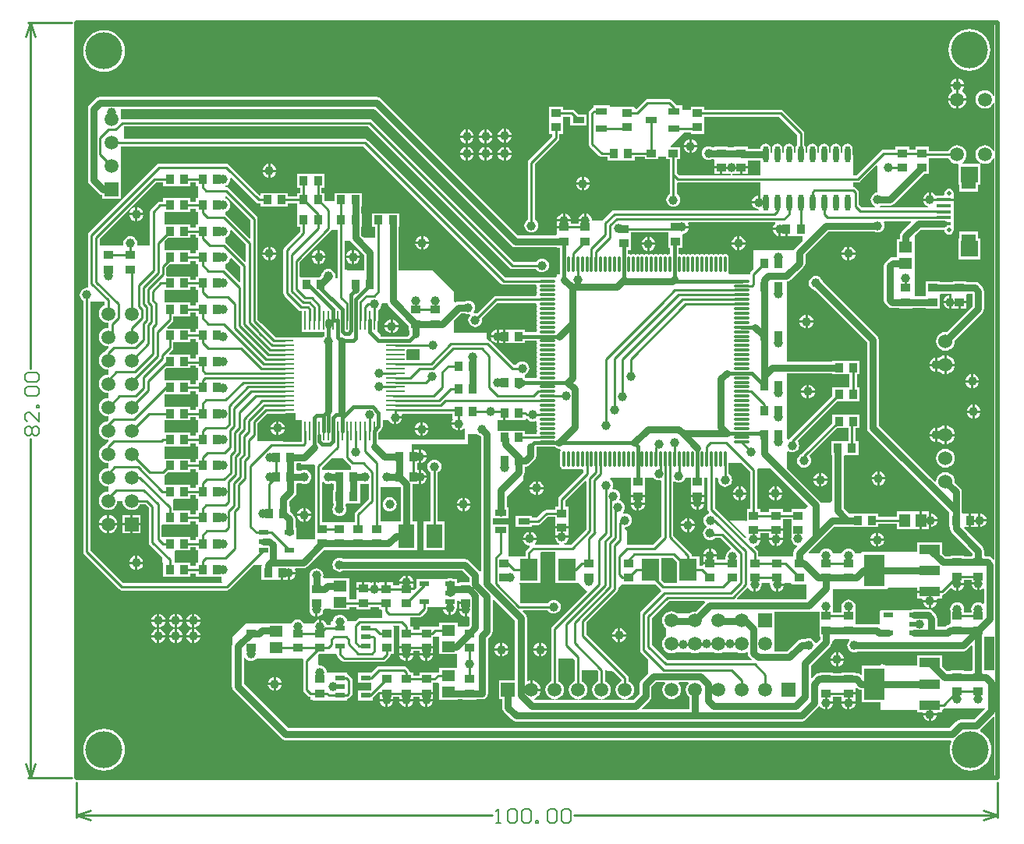
<source format=gtl>
G04*
G04 #@! TF.GenerationSoftware,Altium Limited,Altium Designer,18.1.9 (240)*
G04*
G04 Layer_Physical_Order=1*
G04 Layer_Color=255*
%FSLAX24Y24*%
%MOIN*%
G70*
G01*
G75*
%ADD15C,0.0100*%
%ADD17C,0.0200*%
%ADD18C,0.0060*%
%ADD21C,0.0050*%
%ADD24R,0.0386X0.0366*%
%ADD25R,0.0748X0.0945*%
%ADD26R,0.0866X0.0394*%
%ADD27R,0.0866X0.1378*%
%ADD28R,0.0433X0.0236*%
%ADD29O,0.0236X0.0709*%
%ADD30O,0.0709X0.0110*%
%ADD31O,0.0110X0.0709*%
%ADD32R,0.0087X0.0787*%
%ADD33R,0.0787X0.0087*%
%ADD34O,0.0787X0.0087*%
%ADD35C,0.0591*%
%ADD36R,0.0366X0.0386*%
%ADD37R,0.0492X0.0276*%
%ADD38R,0.0610X0.0157*%
%ADD39R,0.0748X0.0709*%
%ADD40R,0.0579X0.0457*%
%ADD41R,0.0394X0.0327*%
%ADD42R,0.0457X0.0579*%
%ADD43R,0.0709X0.1024*%
%ADD70C,0.0300*%
%ADD71C,0.0150*%
%ADD72C,0.0600*%
%ADD73R,0.0591X0.0591*%
%ADD74R,0.0591X0.0315*%
%ADD75C,0.0197*%
%ADD76R,0.0591X0.0591*%
%ADD77C,0.1575*%
%ADD78C,0.0394*%
G36*
X39250Y29152D02*
X39200Y29142D01*
X39176Y29199D01*
X39113Y29282D01*
X39030Y29345D01*
X38934Y29385D01*
X38831Y29399D01*
X38728Y29385D01*
X38632Y29345D01*
X38549Y29282D01*
X38486Y29199D01*
X38446Y29103D01*
X38432Y29000D01*
X38446Y28897D01*
X38486Y28801D01*
X38549Y28718D01*
X38632Y28655D01*
X38728Y28615D01*
X38831Y28601D01*
X38934Y28615D01*
X39030Y28655D01*
X39113Y28718D01*
X39176Y28801D01*
X39200Y28858D01*
X39250Y28848D01*
Y26790D01*
X39200Y26780D01*
X39176Y26837D01*
X39113Y26920D01*
X39030Y26983D01*
X38934Y27023D01*
X38831Y27036D01*
X38728Y27023D01*
X38632Y26983D01*
X38549Y26920D01*
X38486Y26837D01*
X38446Y26741D01*
X38432Y26638D01*
X38446Y26535D01*
X38486Y26438D01*
X38549Y26356D01*
X38624Y26299D01*
X38619Y26267D01*
X38610Y26249D01*
X37871D01*
X37862Y26267D01*
X37858Y26299D01*
X37932Y26356D01*
X37995Y26438D01*
X38035Y26535D01*
X38049Y26638D01*
X38035Y26741D01*
X37995Y26837D01*
X37932Y26920D01*
X37849Y26983D01*
X37753Y27023D01*
X37650Y27036D01*
X37547Y27023D01*
X37451Y26983D01*
X37368Y26920D01*
X37305Y26837D01*
X37286Y26791D01*
X36443D01*
Y26982D01*
X35857D01*
Y26852D01*
X35593D01*
Y26982D01*
X35007D01*
Y26852D01*
X34499D01*
X34440Y26840D01*
X34391Y26807D01*
X33337Y25753D01*
X33200D01*
Y26623D01*
X33179Y26643D01*
Y26881D01*
X33162Y26966D01*
X33114Y27039D01*
X33042Y27087D01*
X32957Y27104D01*
X32872Y27087D01*
X32799Y27039D01*
X32751Y26966D01*
X32734Y26881D01*
Y26728D01*
X32679D01*
Y26881D01*
X32662Y26966D01*
X32614Y27039D01*
X32542Y27087D01*
X32457Y27104D01*
X32372Y27087D01*
X32299Y27039D01*
X32251Y26966D01*
X32234Y26881D01*
Y26728D01*
X32179D01*
Y26881D01*
X32162Y26966D01*
X32114Y27039D01*
X32042Y27087D01*
X31957Y27104D01*
X31872Y27087D01*
X31799Y27039D01*
X31751Y26966D01*
X31734Y26881D01*
Y26728D01*
X31679D01*
Y26881D01*
X31662Y26966D01*
X31614Y27039D01*
X31542Y27087D01*
X31457Y27104D01*
X31372Y27087D01*
X31299Y27039D01*
X31251Y26966D01*
X31234Y26881D01*
Y26728D01*
X31179D01*
Y26881D01*
X31162Y26966D01*
X31114Y27039D01*
X31110Y27041D01*
Y27557D01*
X31098Y27615D01*
X31065Y27665D01*
X30214Y28516D01*
X30164Y28549D01*
X30106Y28560D01*
X26843D01*
Y28691D01*
X26257D01*
Y28560D01*
X25888D01*
Y28735D01*
X25671D01*
X25650Y28766D01*
X25458Y28958D01*
X25409Y28991D01*
X25350Y29003D01*
X24400D01*
X24341Y28991D01*
X24292Y28958D01*
X23934Y28600D01*
X23843Y28691D01*
X22796Y28696D01*
Y28735D01*
X22104Y28735D01*
X22100Y28700D01*
X22100Y28700D01*
X22100Y28687D01*
Y28642D01*
X22083Y28639D01*
X22034Y28605D01*
X21942Y28514D01*
X21909Y28464D01*
X21897Y28405D01*
Y27100D01*
X21909Y27041D01*
X21942Y26992D01*
X22353Y26581D01*
X22403Y26548D01*
X22461Y26536D01*
X22689D01*
Y26396D01*
X23255D01*
Y26396D01*
X23295D01*
Y26396D01*
X23861D01*
Y26547D01*
X24289D01*
Y26437D01*
X24882D01*
Y26550D01*
X25218D01*
Y26437D01*
X25362D01*
Y25775D01*
Y24957D01*
X25303Y24912D01*
X25255Y24850D01*
X25225Y24777D01*
X25215Y24700D01*
X25225Y24623D01*
X25255Y24550D01*
X25303Y24488D01*
X25365Y24441D01*
X25437Y24411D01*
X25515Y24401D01*
X25592Y24411D01*
X25664Y24441D01*
X25726Y24488D01*
X25774Y24550D01*
X25804Y24623D01*
X25814Y24700D01*
X25804Y24777D01*
X25774Y24850D01*
X25726Y24912D01*
X25668Y24957D01*
Y25429D01*
X25690Y25447D01*
X29250D01*
Y24937D01*
X29223Y24908D01*
Y24598D01*
X29173D01*
Y24548D01*
X28880D01*
X28883Y24520D01*
X28913Y24448D01*
X28961Y24386D01*
X29023Y24339D01*
X29095Y24309D01*
X29162Y24300D01*
X29185Y24272D01*
X29188Y24266D01*
X29179Y24246D01*
X22993D01*
X22935Y24235D01*
X22885Y24202D01*
X22500Y23816D01*
X22054D01*
X22049Y23822D01*
X22039Y23899D01*
X22009Y23971D01*
X21962Y24033D01*
X21900Y24081D01*
X21827Y24111D01*
X21800Y24115D01*
Y23822D01*
X21750D01*
Y23772D01*
X21457D01*
Y23691D01*
X21132D01*
Y23772D01*
X20546D01*
Y23588D01*
X20839D01*
Y23488D01*
X20546D01*
Y23255D01*
X20546D01*
Y23236D01*
X20508Y23186D01*
X18874D01*
X13030Y29030D01*
X12948Y29086D01*
X12850Y29105D01*
X1000D01*
X902Y29086D01*
X820Y29030D01*
X570Y28780D01*
X514Y28698D01*
X495Y28600D01*
Y25550D01*
X514Y25452D01*
X570Y25370D01*
X970Y24970D01*
X1052Y24915D01*
X1105Y24904D01*
Y24755D01*
X1895D01*
Y25545D01*
Y26124D01*
X1899Y26150D01*
X1895Y26176D01*
Y26997D01*
X12274D01*
X18150Y21121D01*
X18200Y21088D01*
X18258Y21076D01*
X19643D01*
X19674Y21038D01*
X19673Y21033D01*
X19685Y20972D01*
X19711Y20934D01*
X19685Y20896D01*
X19673Y20836D01*
X19685Y20775D01*
X19711Y20737D01*
X19685Y20699D01*
X19673Y20639D01*
X19674Y20634D01*
X19643Y20595D01*
X17931D01*
X17872Y20583D01*
X17823Y20550D01*
X17123Y19851D01*
X17050Y19861D01*
X16995Y19853D01*
X16992Y19857D01*
X16971Y19901D01*
X17009Y19950D01*
X17039Y20023D01*
X17049Y20100D01*
X17039Y20177D01*
X17009Y20250D01*
X16962Y20312D01*
X16900Y20359D01*
X16827Y20389D01*
X16750Y20399D01*
X16673Y20389D01*
X16600Y20359D01*
X16595Y20355D01*
X16339D01*
X16242Y20336D01*
X16200Y20308D01*
X16150Y20334D01*
Y20782D01*
X15232Y21700D01*
X13782D01*
Y23546D01*
X13810D01*
Y24132D01*
X13244D01*
Y24132D01*
X13204D01*
Y24132D01*
X12637D01*
Y23546D01*
X12768D01*
Y23089D01*
X12721Y23070D01*
X12691Y23100D01*
X12298D01*
X12298Y23100D01*
X12252Y23108D01*
X12179Y23182D01*
Y23546D01*
X12207D01*
Y24132D01*
X12179D01*
Y24413D01*
X12207D01*
Y24998D01*
X11641D01*
Y24998D01*
X11601D01*
Y24998D01*
X11035D01*
Y24639D01*
X10671D01*
X10604Y24706D01*
X10615Y24662D01*
X10604Y24655D01*
Y24998D01*
X10474D01*
Y25225D01*
X10604D01*
Y25811D01*
X10038D01*
Y25811D01*
X9998D01*
Y25811D01*
X9432D01*
Y25225D01*
X9562D01*
Y24998D01*
X9432D01*
Y24858D01*
X9054D01*
Y24998D01*
X8488D01*
Y24998D01*
X8448D01*
Y24998D01*
X7882D01*
Y24902D01*
X7832Y24881D01*
X6512Y26201D01*
X6463Y26234D01*
X6404Y26245D01*
X3543D01*
X3484Y26234D01*
X3434Y26201D01*
X542Y23308D01*
X509Y23259D01*
X497Y23200D01*
Y21117D01*
X499Y21109D01*
X497Y20970D01*
X459Y20937D01*
X450Y20938D01*
X373Y20928D01*
X300Y20898D01*
X238Y20851D01*
X191Y20789D01*
X161Y20716D01*
X151Y20639D01*
X161Y20561D01*
X191Y20489D01*
X238Y20427D01*
X297Y20382D01*
Y9650D01*
X309Y9591D01*
X342Y9542D01*
X1842Y8042D01*
X1891Y8009D01*
X1950Y7997D01*
X6423D01*
X6481Y8009D01*
X6531Y8042D01*
X7584Y9095D01*
X7940D01*
X7942Y9094D01*
Y9043D01*
X7914D01*
Y8457D01*
X8480D01*
Y8457D01*
X8520D01*
Y8457D01*
X8753D01*
Y8750D01*
X8853D01*
Y8457D01*
X9037D01*
Y8750D01*
X9087D01*
Y8800D01*
X9380D01*
X9376Y8827D01*
X9349Y8894D01*
X9368Y8943D01*
X9368Y8944D01*
X9689D01*
X9787Y8963D01*
X9869Y9018D01*
X10581Y9729D01*
X10589Y9720D01*
X14564D01*
Y10944D01*
X14364D01*
Y12540D01*
X14381Y12560D01*
X14640D01*
Y12853D01*
Y13146D01*
X14555D01*
Y13440D01*
X14636D01*
Y13733D01*
Y14026D01*
X14452D01*
Y13733D01*
X14352D01*
Y14026D01*
X14352Y14026D01*
X14352D01*
Y14243D01*
X14362Y14254D01*
X16746D01*
X16750Y14250D01*
Y14683D01*
X17124D01*
X17178Y14641D01*
X17251Y14611D01*
X17258Y14610D01*
X17295Y14573D01*
Y8823D01*
X17245Y8808D01*
X17230Y8830D01*
X16783Y9277D01*
X16701Y9332D01*
X16603Y9352D01*
X11399D01*
X11393Y9356D01*
X11321Y9386D01*
X11244Y9396D01*
X11166Y9386D01*
X11094Y9356D01*
X11032Y9309D01*
X10984Y9247D01*
X10955Y9174D01*
X10944Y9097D01*
X10955Y9019D01*
X10984Y8947D01*
X11032Y8885D01*
X11094Y8838D01*
X11166Y8808D01*
X11244Y8798D01*
X11321Y8808D01*
X11393Y8838D01*
X11399Y8842D01*
X16497D01*
X16795Y8544D01*
Y8343D01*
X16357D01*
Y8314D01*
X16277D01*
Y8492D01*
X16084D01*
X16058Y8510D01*
X15961Y8529D01*
X15863Y8510D01*
X15837Y8492D01*
X15644D01*
Y8491D01*
X15175D01*
Y8492D01*
X14542D01*
Y8102D01*
X14449Y8009D01*
X14446Y8009D01*
X14110D01*
Y8109D01*
X14402D01*
Y8294D01*
X13817D01*
Y8212D01*
X13529D01*
Y8343D01*
X13287D01*
Y8059D01*
X13187D01*
Y8343D01*
X12944D01*
Y8340D01*
X12942Y8339D01*
X12894Y8321D01*
X12827Y8349D01*
X12800Y8352D01*
Y8059D01*
X12700D01*
Y8352D01*
X12673Y8349D01*
X12607Y8322D01*
X12557Y8341D01*
Y8356D01*
X12314D01*
Y8073D01*
X12264D01*
Y8023D01*
X11971D01*
Y7790D01*
X11971D01*
Y7750D01*
X11971D01*
Y7606D01*
X11664D01*
Y7827D01*
Y8528D01*
X10586D01*
X10554Y8578D01*
X10562Y8638D01*
X10551Y8715D01*
X10521Y8788D01*
X10474Y8850D01*
X10412Y8897D01*
X10340Y8927D01*
X10262Y8937D01*
X10185Y8927D01*
X10112Y8897D01*
X10050Y8850D01*
X10003Y8788D01*
X9973Y8715D01*
X9963Y8638D01*
X9973Y8560D01*
X9972Y8343D01*
X9969D01*
Y7776D01*
X9969Y7776D01*
Y7736D01*
X9969D01*
X9969Y7726D01*
Y7218D01*
X9963Y7169D01*
X9973Y7092D01*
X10003Y7019D01*
X10050Y6957D01*
X10112Y6910D01*
X10185Y6880D01*
X10212Y6876D01*
Y7169D01*
X10312D01*
Y6876D01*
X10340Y6880D01*
X10412Y6910D01*
X10474Y6957D01*
X10521Y7019D01*
X10551Y7092D01*
X10562Y7169D01*
X10605Y7219D01*
X10886D01*
Y7170D01*
X11664D01*
Y7300D01*
X11971D01*
Y7184D01*
X12557D01*
Y7300D01*
X12944D01*
Y7170D01*
X13045D01*
X13056Y7143D01*
Y6803D01*
X12096D01*
X12038Y6791D01*
X11988Y6758D01*
X11930Y6700D01*
X11560D01*
X11555Y6737D01*
X11525Y6809D01*
X11478Y6871D01*
X11416Y6919D01*
X11343Y6949D01*
X11266Y6959D01*
X11188Y6949D01*
X11116Y6919D01*
X11054Y6871D01*
X11007Y6809D01*
X10977Y6737D01*
X10972Y6700D01*
X10910D01*
X10859Y6650D01*
X10860Y6564D01*
X10825Y6528D01*
X10696D01*
X10669Y6594D01*
X10621Y6656D01*
X10559Y6704D01*
X10487Y6734D01*
X10459Y6738D01*
Y6445D01*
X10359D01*
Y6738D01*
X10332Y6734D01*
X10260Y6704D01*
X10198Y6656D01*
X10150Y6594D01*
X10148Y6590D01*
X9721D01*
X9719Y6594D01*
X9671Y6656D01*
X9609Y6704D01*
X9537Y6734D01*
X9459Y6744D01*
X9382Y6734D01*
X9310Y6704D01*
X9248Y6656D01*
X9200Y6594D01*
X9198Y6590D01*
X8922D01*
X8912Y6579D01*
X8891Y6600D01*
X7248D01*
X7023Y6375D01*
X6665Y6017D01*
Y5699D01*
X6645Y5601D01*
Y3900D01*
X6665Y3802D01*
X6720Y3720D01*
X8770Y1670D01*
X8852Y1615D01*
X8950Y1595D01*
X37377D01*
X37407Y1545D01*
X37395Y1522D01*
X37344Y1355D01*
X37327Y1181D01*
X37344Y1007D01*
X37395Y840D01*
X37477Y686D01*
X37588Y551D01*
X37724Y440D01*
X37878Y357D01*
X38045Y307D01*
X38219Y289D01*
X38393Y307D01*
X38560Y357D01*
X38714Y440D01*
X38849Y551D01*
X38960Y686D01*
X39043Y840D01*
X39093Y1007D01*
X39111Y1181D01*
X39093Y1355D01*
X39043Y1522D01*
X38960Y1676D01*
X38849Y1812D01*
X38714Y1923D01*
X38625Y1971D01*
X38622Y2020D01*
X38649Y2038D01*
X39204Y2593D01*
X39250Y2574D01*
Y100D01*
X39200Y50D01*
X17250Y100D01*
X50D01*
Y32100D01*
X100Y32200D01*
X150Y32250D01*
X39250D01*
Y29152D01*
D02*
G37*
G36*
X30804Y27493D02*
Y27041D01*
X30799Y27039D01*
X30751Y26966D01*
X30734Y26881D01*
Y26728D01*
X30679D01*
Y26881D01*
X30662Y26966D01*
X30614Y27039D01*
X30542Y27087D01*
X30457Y27104D01*
X30372Y27087D01*
X30299Y27039D01*
X30251Y26966D01*
X30234Y26881D01*
Y26728D01*
X30179D01*
Y26881D01*
X30162Y26966D01*
X30114Y27039D01*
X30042Y27087D01*
X29957Y27104D01*
X29872Y27087D01*
X29799Y27039D01*
X29751Y26966D01*
X29734Y26881D01*
Y26728D01*
X29679D01*
Y26881D01*
X29662Y26966D01*
X29614Y27039D01*
X29542Y27087D01*
X29457Y27104D01*
X29372Y27087D01*
X29299Y27039D01*
X29251Y26966D01*
X29238Y26900D01*
X28700D01*
Y26982D01*
X28114D01*
Y26954D01*
X27850D01*
Y26982D01*
X27264D01*
Y26954D01*
X27185D01*
X27177Y26959D01*
X27105Y26989D01*
X27028Y26999D01*
X26950Y26989D01*
X26878Y26959D01*
X26816Y26912D01*
X26768Y26850D01*
X26738Y26777D01*
X26728Y26700D01*
X26738Y26623D01*
X26768Y26550D01*
X26816Y26488D01*
X26878Y26441D01*
X26950Y26411D01*
X27028Y26401D01*
X27105Y26411D01*
X27177Y26441D01*
X27181Y26444D01*
X27236D01*
X27264Y26416D01*
Y26376D01*
X27264Y26366D01*
Y26143D01*
X27557D01*
Y26093D01*
X27607D01*
Y25809D01*
X27850D01*
X27850Y25809D01*
Y25809D01*
X27900Y25820D01*
X27923Y25811D01*
X27982Y25803D01*
X27979Y25753D01*
X25753D01*
X25668Y25839D01*
Y26437D01*
X25811D01*
Y26963D01*
X25420D01*
X25413Y27013D01*
X25996Y27596D01*
X26257D01*
Y27518D01*
X26843D01*
Y28084D01*
X26843D01*
Y28124D01*
X26843D01*
Y28255D01*
X30043D01*
X30804Y27493D01*
D02*
G37*
G36*
X39250Y26486D02*
Y9331D01*
X39200Y9310D01*
X39124Y9387D01*
X39041Y9442D01*
X38944Y9461D01*
X38843D01*
Y9489D01*
X38805D01*
Y9700D01*
X38786Y9798D01*
X38730Y9880D01*
X37953Y10657D01*
X37974Y10707D01*
X38150D01*
Y11000D01*
Y11293D01*
X37927D01*
X37917Y11293D01*
X37877D01*
X37849Y11335D01*
Y12206D01*
X37829Y12304D01*
X37774Y12387D01*
X37548Y12612D01*
X37553Y12650D01*
X37540Y12754D01*
X37499Y12852D01*
X37435Y12935D01*
X37352Y12999D01*
X37254Y13040D01*
X37150Y13053D01*
X37046Y13040D01*
X36948Y12999D01*
X36865Y12935D01*
X36801Y12852D01*
X36760Y12754D01*
X36751Y12681D01*
X36698Y12663D01*
X34305Y15056D01*
Y18707D01*
X34286Y18804D01*
X34230Y18887D01*
X31897Y21220D01*
X31896Y21227D01*
X31866Y21300D01*
X31818Y21362D01*
X31756Y21409D01*
X31684Y21439D01*
X31607Y21449D01*
X31529Y21439D01*
X31457Y21409D01*
X31395Y21362D01*
X31347Y21300D01*
X31317Y21227D01*
X31307Y21150D01*
X31317Y21073D01*
X31347Y21000D01*
X31395Y20938D01*
X31457Y20891D01*
X31529Y20861D01*
X31536Y20860D01*
X33795Y18601D01*
Y14950D01*
X33814Y14852D01*
X33870Y14770D01*
X37301Y11339D01*
X37311Y11293D01*
X37311D01*
Y10707D01*
X37339D01*
Y10656D01*
X37358Y10559D01*
X37413Y10476D01*
X38295Y9594D01*
Y9489D01*
X38257D01*
Y9461D01*
X37943D01*
Y9489D01*
X37357D01*
Y9461D01*
X37136D01*
X37014Y9583D01*
Y10052D01*
X35948D01*
Y9662D01*
X34675D01*
X34652Y9639D01*
X33586D01*
X33530Y9583D01*
X33287D01*
X33259Y9650D01*
X33212Y9712D01*
X33150Y9759D01*
X33077Y9789D01*
X33000Y9799D01*
X32923Y9789D01*
X32850Y9759D01*
X32788Y9712D01*
X32741Y9650D01*
X32713Y9583D01*
X32337D01*
X32309Y9650D01*
X32262Y9712D01*
X32200Y9759D01*
X32127Y9789D01*
X32050Y9799D01*
X31973Y9789D01*
X31900Y9759D01*
X31838Y9712D01*
X31791Y9650D01*
X31763Y9583D01*
X31309D01*
X31290Y9629D01*
X31780Y10120D01*
X32364Y10704D01*
X33111Y10704D01*
X33667D01*
X33677Y10704D01*
X33717D01*
X33727Y10704D01*
X34283D01*
Y10844D01*
X35071D01*
Y10607D01*
X35722D01*
X35728Y10607D01*
X35772D01*
X35778Y10607D01*
X36050D01*
Y10997D01*
Y11386D01*
X35778D01*
X35772Y11386D01*
X35728D01*
X35722Y11386D01*
X35071D01*
Y11150D01*
X34283D01*
Y11290D01*
X33727D01*
X33717Y11290D01*
X33677D01*
X33667Y11290D01*
X33102D01*
X33049Y11290D01*
X33038Y11300D01*
Y11300D01*
X32995Y11316D01*
X32802Y11509D01*
Y13762D01*
X32830Y13790D01*
X32870D01*
X32880Y13790D01*
X33436D01*
Y14376D01*
X33306D01*
Y14939D01*
X33486D01*
Y15525D01*
X32930D01*
X32920Y15525D01*
X32880D01*
X32870Y15525D01*
X32314D01*
Y15165D01*
X30992Y13844D01*
X30976Y13820D01*
X30950Y13809D01*
X30888Y13762D01*
X30841Y13700D01*
X30811Y13627D01*
X30801Y13550D01*
X30811Y13473D01*
X30841Y13400D01*
X30888Y13338D01*
X30950Y13291D01*
X31023Y13261D01*
X31100Y13251D01*
X31177Y13261D01*
X31250Y13291D01*
X31312Y13338D01*
X31359Y13400D01*
X31389Y13473D01*
X31399Y13550D01*
X31389Y13627D01*
X31359Y13700D01*
X31325Y13744D01*
X32520Y14939D01*
X32870D01*
X32880Y14939D01*
X32920D01*
X32930Y14939D01*
X33000D01*
Y14376D01*
X32880D01*
X32870Y14376D01*
X32830D01*
X32820Y14376D01*
X32264D01*
Y13790D01*
X32292D01*
Y11821D01*
X32264Y11809D01*
X32264D01*
X32202Y11748D01*
X31835D01*
X31780Y11830D01*
X30384Y13227D01*
Y13932D01*
X30428Y13954D01*
X30446Y13941D01*
X30518Y13911D01*
X30595Y13901D01*
X30673Y13911D01*
X30745Y13941D01*
X30807Y13988D01*
X30855Y14050D01*
X30884Y14123D01*
X30895Y14200D01*
X30884Y14277D01*
X30855Y14350D01*
X30823Y14391D01*
X32520Y16088D01*
X32870D01*
X32880Y16088D01*
X32920D01*
X32930Y16088D01*
X33486D01*
Y16674D01*
X33356D01*
Y17237D01*
X33486D01*
Y17823D01*
X32930D01*
X32920Y17823D01*
X32880D01*
X32870Y17823D01*
X32314D01*
Y17785D01*
X30384D01*
Y21202D01*
X30448Y21214D01*
X30530Y21270D01*
X31080Y21820D01*
X31135Y21902D01*
X31155Y22000D01*
Y22346D01*
X32154Y23345D01*
X34095D01*
X34100Y23341D01*
X34173Y23311D01*
X34250Y23301D01*
X34327Y23311D01*
X34400Y23341D01*
X34462Y23388D01*
X34509Y23450D01*
X34539Y23523D01*
X34549Y23600D01*
X34539Y23677D01*
X34513Y23741D01*
X34533Y23791D01*
X35665D01*
X35684Y23745D01*
X35270Y23330D01*
X35215Y23248D01*
X35195Y23150D01*
Y23028D01*
X35061D01*
Y22372D01*
X35061D01*
Y22328D01*
X35061D01*
Y22254D01*
X34901D01*
X34803Y22235D01*
X34721Y22179D01*
X34589Y22048D01*
X34534Y21965D01*
X34514Y21868D01*
Y20431D01*
X34534Y20333D01*
X34589Y20250D01*
X34690Y20150D01*
X34772Y20095D01*
X34870Y20075D01*
X35157D01*
Y20047D01*
X35743D01*
Y20075D01*
X36307D01*
Y20047D01*
X36893D01*
Y20603D01*
X36893Y20613D01*
Y20653D01*
X36935Y20682D01*
X37410D01*
X37419Y20671D01*
X37419Y20671D01*
X37400Y20647D01*
Y20330D01*
Y20037D01*
X37427Y20041D01*
X37431Y20042D01*
X37457Y20047D01*
X37457Y20047D01*
X37700D01*
Y20330D01*
X37750D01*
Y20380D01*
X38043D01*
Y20603D01*
X38043Y20613D01*
Y20653D01*
X38085Y20682D01*
X38295D01*
Y20156D01*
X37188Y19048D01*
X37150Y19053D01*
X37046Y19040D01*
X36948Y18999D01*
X36865Y18935D01*
X36801Y18852D01*
X36760Y18754D01*
X36747Y18650D01*
X36760Y18546D01*
X36801Y18448D01*
X36865Y18365D01*
X36948Y18301D01*
X37046Y18260D01*
X37150Y18247D01*
X37254Y18260D01*
X37352Y18301D01*
X37435Y18365D01*
X37499Y18448D01*
X37540Y18546D01*
X37553Y18650D01*
X37548Y18688D01*
X38730Y19870D01*
X38786Y19952D01*
X38805Y20050D01*
Y20800D01*
X38786Y20898D01*
X38730Y20980D01*
X38594Y21117D01*
X38511Y21172D01*
X38414Y21191D01*
X38043D01*
Y21220D01*
X37457D01*
Y21191D01*
X36893D01*
Y21220D01*
X36307D01*
Y20663D01*
X36307Y20653D01*
Y20613D01*
X36265Y20585D01*
X35850D01*
Y23190D01*
X36094Y23433D01*
X37051D01*
X37091Y23416D01*
X37103Y23386D01*
X37113Y23335D01*
X37157Y23270D01*
X37223Y23226D01*
X37300Y23210D01*
X37378Y23226D01*
X37443Y23270D01*
X37487Y23335D01*
X37503Y23413D01*
X37493Y23461D01*
X37489Y23509D01*
X37489Y23509D01*
X37489Y23509D01*
Y23765D01*
Y24021D01*
Y24277D01*
Y24533D01*
Y24662D01*
X37084D01*
Y24762D01*
X37489D01*
Y24891D01*
X37489Y24891D01*
X37493Y24939D01*
X37503Y24987D01*
X37487Y25065D01*
X37443Y25130D01*
X37378Y25174D01*
X37300Y25190D01*
X37223Y25174D01*
X37157Y25130D01*
X37113Y25065D01*
X37098Y24987D01*
X37107Y24941D01*
X37071Y24891D01*
X36721D01*
X36696Y24924D01*
X36634Y24971D01*
X36561Y25001D01*
X36534Y25005D01*
Y24712D01*
X36484D01*
Y24662D01*
X36191D01*
X36195Y24634D01*
X36225Y24562D01*
X36272Y24500D01*
X36334Y24453D01*
X36388Y24430D01*
X36378Y24380D01*
X34356D01*
X34346Y24430D01*
X34400Y24453D01*
X34405Y24457D01*
X34769D01*
X34867Y24476D01*
X34950Y24532D01*
X36227Y25809D01*
X36443D01*
Y26376D01*
X36443D01*
Y26416D01*
X36443D01*
Y26485D01*
X37286D01*
X37305Y26438D01*
X37368Y26356D01*
X37451Y26293D01*
X37547Y26253D01*
X37650Y26239D01*
X37655Y26240D01*
X37693Y26207D01*
Y25340D01*
X37752D01*
Y25055D01*
X38542D01*
Y25340D01*
X38641D01*
Y26235D01*
X38681Y26272D01*
X38728Y26253D01*
X38831Y26239D01*
X38934Y26253D01*
X39030Y26293D01*
X39113Y26356D01*
X39176Y26438D01*
X39200Y26495D01*
X39250Y26486D01*
D02*
G37*
G36*
X29250Y26330D02*
Y25753D01*
X28043D01*
X28038Y25803D01*
X28066Y25809D01*
X28114Y25809D01*
X28114Y25809D01*
X28114Y25809D01*
X28357D01*
Y26093D01*
X28407D01*
Y26143D01*
X28700D01*
X28700Y26376D01*
X28744Y26390D01*
X29238D01*
X29250Y26330D01*
D02*
G37*
G36*
X5110Y25297D02*
X5200D01*
Y24769D01*
X5110D01*
Y24629D01*
X4885D01*
Y24769D01*
X4319D01*
Y24769D01*
X4279D01*
Y24769D01*
X3713D01*
Y24629D01*
X3578D01*
X3520Y24618D01*
X3470Y24584D01*
X3192Y24306D01*
X3159Y24256D01*
X3147Y24198D01*
Y22769D01*
X3101Y22749D01*
X3100Y22750D01*
X2635D01*
X2598Y22800D01*
X2605Y22850D01*
X2595Y22927D01*
X2565Y23000D01*
X2517Y23062D01*
X2455Y23109D01*
X2383Y23139D01*
X2306Y23149D01*
X2228Y23139D01*
X2156Y23109D01*
X2094Y23062D01*
X2046Y23000D01*
X2016Y22927D01*
X2006Y22850D01*
X2013Y22800D01*
X1976Y22750D01*
X1005D01*
X1005Y22750D01*
X1003Y22796D01*
Y23037D01*
X3403Y25437D01*
X3713D01*
Y25297D01*
X4279D01*
Y25297D01*
X4319D01*
Y25297D01*
X4885D01*
Y25437D01*
X5110D01*
Y25297D01*
D02*
G37*
G36*
X34230Y26149D02*
Y25031D01*
X34222Y25008D01*
X34173Y25001D01*
X34100Y24971D01*
X34038Y24924D01*
X33991Y24862D01*
X33961Y24789D01*
X33951Y24712D01*
X33961Y24634D01*
X33991Y24562D01*
X34038Y24500D01*
X34100Y24453D01*
X34154Y24430D01*
X34144Y24380D01*
X33563D01*
X33453Y24491D01*
Y25003D01*
X33441Y25062D01*
X33408Y25111D01*
X33309Y25210D01*
X33260Y25243D01*
X33201Y25255D01*
X33200D01*
Y25447D01*
X33400D01*
X33459Y25459D01*
X33508Y25492D01*
X34184Y26168D01*
X34230Y26149D01*
D02*
G37*
G36*
X5110Y24183D02*
X5200D01*
Y23655D01*
X5110D01*
Y23515D01*
X4885D01*
Y23655D01*
X4319D01*
Y23655D01*
X4279D01*
Y23655D01*
X3778D01*
Y24183D01*
X4279D01*
Y24183D01*
X4319D01*
Y24183D01*
X4885D01*
Y24323D01*
X5110D01*
Y24183D01*
D02*
G37*
G36*
X5110Y23070D02*
X5200D01*
Y22542D01*
X5110D01*
Y22402D01*
X4885D01*
Y22542D01*
X4319D01*
Y22542D01*
X4279D01*
Y22542D01*
X3778D01*
Y22928D01*
X3919Y23070D01*
X4279D01*
Y23070D01*
X4319D01*
Y23070D01*
X4885D01*
Y23210D01*
X5110D01*
Y23070D01*
D02*
G37*
G36*
X7447Y23837D02*
Y23085D01*
X7401Y23065D01*
X6408Y24058D01*
X6361Y24090D01*
Y24187D01*
X6433Y24217D01*
X6495Y24265D01*
X6543Y24327D01*
X6573Y24399D01*
X6583Y24476D01*
X6573Y24554D01*
X6543Y24626D01*
X6495Y24688D01*
X6433Y24736D01*
X6361Y24765D01*
Y24858D01*
X6407Y24877D01*
X7447Y23837D01*
D02*
G37*
G36*
X29887Y23691D02*
X29855Y23665D01*
X29807Y23603D01*
X29777Y23531D01*
X29773Y23504D01*
X30066D01*
Y23454D01*
X30116D01*
Y23161D01*
X30300D01*
Y23454D01*
X30400D01*
Y23161D01*
X30633D01*
Y23161D01*
X30674D01*
Y23161D01*
X31042D01*
Y22980D01*
X31025Y22937D01*
X30720Y22631D01*
X30665Y22550D01*
X30071D01*
X30003Y22559D01*
X29935Y22550D01*
X28924D01*
X28932Y21727D01*
X28842Y21637D01*
X28809Y21587D01*
X28797Y21529D01*
X28787Y21518D01*
X27895D01*
X27868Y21568D01*
X27875Y21578D01*
X27887Y21639D01*
Y22237D01*
X27875Y22298D01*
X27841Y22349D01*
X27790Y22383D01*
X27729Y22395D01*
X27669Y22383D01*
X27631Y22358D01*
X27593Y22383D01*
X27532Y22395D01*
X27472Y22383D01*
X27434Y22358D01*
X27396Y22383D01*
X27335Y22395D01*
X27275Y22383D01*
X27237Y22358D01*
X27199Y22383D01*
X27139Y22395D01*
X27078Y22383D01*
X27040Y22358D01*
X27002Y22383D01*
X26942Y22395D01*
X26881Y22383D01*
X26843Y22358D01*
X26805Y22383D01*
X26745Y22395D01*
X26684Y22383D01*
X26646Y22358D01*
X26609Y22383D01*
X26548Y22395D01*
X26488Y22383D01*
X26450Y22358D01*
X26412Y22383D01*
X26351Y22395D01*
X26291Y22383D01*
X26253Y22358D01*
X26215Y22383D01*
X26154Y22395D01*
X26094Y22383D01*
X26056Y22358D01*
X26018Y22383D01*
X25957Y22395D01*
X25897Y22383D01*
X25859Y22358D01*
X25821Y22383D01*
X25761Y22395D01*
X25742Y22411D01*
Y22648D01*
X25893D01*
Y23214D01*
X25931Y23244D01*
X25962Y23248D01*
X26034Y23278D01*
X26096Y23326D01*
X26143Y23388D01*
X26173Y23460D01*
X26177Y23488D01*
X25884D01*
Y23588D01*
X26177D01*
X26173Y23615D01*
X26143Y23687D01*
X26137Y23696D01*
X26159Y23741D01*
X29871D01*
X29887Y23691D01*
D02*
G37*
G36*
X25307Y23255D02*
X25307Y23214D01*
X25307D01*
X25307Y23214D01*
Y22648D01*
X25385D01*
Y22411D01*
X25367Y22395D01*
X25306Y22383D01*
X25269Y22358D01*
X25231Y22383D01*
X25170Y22395D01*
X25110Y22383D01*
X25072Y22358D01*
X25034Y22383D01*
X24973Y22395D01*
X24913Y22383D01*
X24875Y22358D01*
X24837Y22383D01*
X24776Y22395D01*
X24716Y22383D01*
X24678Y22358D01*
X24640Y22383D01*
X24580Y22395D01*
X24519Y22383D01*
X24481Y22358D01*
X24443Y22383D01*
X24383Y22395D01*
X24322Y22383D01*
X24284Y22358D01*
X24246Y22383D01*
X24186Y22395D01*
X24125Y22383D01*
X24087Y22358D01*
X24049Y22383D01*
X23989Y22395D01*
X23928Y22383D01*
X23891Y22358D01*
X23853Y22383D01*
X23792Y22395D01*
X23732Y22383D01*
X23694Y22358D01*
X23656Y22383D01*
X23595Y22395D01*
X23577Y22411D01*
Y22564D01*
X23693D01*
Y23130D01*
X23693D01*
Y23170D01*
X23693D01*
Y23301D01*
X25297D01*
X25307Y23255D01*
D02*
G37*
G36*
X7247Y22787D02*
Y22085D01*
X7201Y22065D01*
X6408Y22858D01*
X6361Y22890D01*
Y23073D01*
X6433Y23103D01*
X6495Y23151D01*
X6543Y23213D01*
X6573Y23285D01*
X6583Y23362D01*
X6580Y23383D01*
X6627Y23406D01*
X7247Y22787D01*
D02*
G37*
G36*
X5110Y21956D02*
X5200D01*
Y21428D01*
X5110D01*
Y21288D01*
X4885D01*
Y21428D01*
X4319D01*
Y21428D01*
X4279D01*
Y21428D01*
X3878D01*
X3846Y21478D01*
X3853Y21515D01*
Y21801D01*
X4008Y21956D01*
X4279D01*
Y21956D01*
X4319D01*
Y21956D01*
X4885D01*
Y22096D01*
X5110D01*
Y21956D01*
D02*
G37*
G36*
X11646Y22950D02*
X11660Y22950D01*
X11717Y22936D01*
X11744Y22896D01*
X12298Y22341D01*
Y21700D01*
X11600D01*
X11550Y21750D01*
X11517Y21717D01*
X11471Y21736D01*
Y22950D01*
X11646D01*
X11646Y22950D01*
D02*
G37*
G36*
X18588Y22751D02*
X18671Y22696D01*
X18769Y22676D01*
X20546D01*
Y22648D01*
X20661D01*
Y21938D01*
Y21518D01*
X20525D01*
X20525Y21408D01*
X20475Y21379D01*
X20430Y21388D01*
X19832D01*
X19805Y21382D01*
X18322D01*
X12446Y27258D01*
X12396Y27291D01*
X12338Y27303D01*
X2082D01*
X2043Y27329D01*
Y27847D01*
X12475D01*
X18530Y21792D01*
X18580Y21759D01*
X18638Y21747D01*
X19643D01*
X19688Y21688D01*
X19750Y21641D01*
X19823Y21611D01*
X19900Y21601D01*
X19977Y21611D01*
X20050Y21641D01*
X20112Y21688D01*
X20159Y21750D01*
X20189Y21823D01*
X20199Y21900D01*
X20189Y21977D01*
X20159Y22050D01*
X20112Y22112D01*
X20050Y22159D01*
X19977Y22189D01*
X19900Y22199D01*
X19823Y22189D01*
X19750Y22159D01*
X19688Y22112D01*
X19643Y22053D01*
X18701D01*
X12646Y28108D01*
X12597Y28141D01*
X12538Y28153D01*
X1980D01*
X1947Y28147D01*
X1944Y28147D01*
X1904Y28170D01*
X1901Y28174D01*
X1895Y28183D01*
Y28595D01*
X12744D01*
X18588Y22751D01*
D02*
G37*
G36*
X11165Y21385D02*
X11123Y21345D01*
X11096Y21347D01*
X11059Y21389D01*
X11068Y21450D01*
X11057Y21527D01*
X11027Y21600D01*
X10980Y21662D01*
X10918Y21709D01*
X10846Y21739D01*
X10768Y21749D01*
X10691Y21739D01*
X10618Y21709D01*
X10556Y21662D01*
X10509Y21600D01*
X10479Y21527D01*
X10473Y21480D01*
X10386Y21393D01*
X10170D01*
X10170Y21393D01*
X10130D01*
Y21393D01*
X10120Y21393D01*
X9564D01*
X9553Y21438D01*
Y22037D01*
X10880Y23364D01*
X10913Y23413D01*
X11165D01*
Y21385D01*
D02*
G37*
G36*
X7012Y21821D02*
Y21199D01*
X6966Y21179D01*
X6388Y21758D01*
X6361Y21776D01*
Y21959D01*
X6433Y21989D01*
X6495Y22037D01*
X6543Y22099D01*
X6573Y22171D01*
X6575Y22188D01*
X6628Y22206D01*
X7012Y21821D01*
D02*
G37*
G36*
X5110Y20842D02*
X5200D01*
Y20314D01*
X5110D01*
Y20174D01*
X4885D01*
Y20314D01*
X4319D01*
Y20314D01*
X4279D01*
Y20314D01*
X3778D01*
Y20842D01*
X4279D01*
Y20842D01*
X4319D01*
Y20842D01*
X4885D01*
Y20982D01*
X5110D01*
Y20842D01*
D02*
G37*
G36*
X5110Y19728D02*
X5200D01*
Y19200D01*
X5110D01*
Y19060D01*
X4885D01*
Y19200D01*
X4319D01*
Y19200D01*
X4279D01*
Y19200D01*
X3895D01*
X3875Y19246D01*
X4104Y19475D01*
X4137Y19525D01*
X4149Y19583D01*
Y19728D01*
X4279D01*
Y19728D01*
X4319D01*
Y19728D01*
X4885D01*
Y19868D01*
X5110D01*
Y19728D01*
D02*
G37*
G36*
X19674Y20250D02*
X19673Y20245D01*
X19685Y20185D01*
X19711Y20147D01*
X19685Y20109D01*
X19673Y20048D01*
X19685Y19988D01*
X19711Y19950D01*
X19685Y19912D01*
X19673Y19851D01*
X19685Y19791D01*
X19711Y19753D01*
X19685Y19715D01*
X19673Y19655D01*
X19685Y19594D01*
X19711Y19556D01*
X19685Y19518D01*
X19673Y19458D01*
X19685Y19397D01*
X19711Y19359D01*
X19685Y19321D01*
X19673Y19261D01*
X19685Y19200D01*
X19711Y19162D01*
X19685Y19125D01*
X19673Y19064D01*
X19658Y19046D01*
X19186D01*
Y19160D01*
X18630D01*
X18620Y19160D01*
X18580D01*
X18570Y19160D01*
X18347D01*
Y18867D01*
Y18574D01*
X18570D01*
X18580Y18574D01*
X18620D01*
X18630Y18574D01*
X19186D01*
Y18689D01*
X19658D01*
X19673Y18670D01*
X19685Y18610D01*
X19711Y18572D01*
X19685Y18534D01*
X19673Y18473D01*
X19685Y18413D01*
X19711Y18375D01*
X19685Y18337D01*
X19673Y18277D01*
X19685Y18216D01*
X19711Y18178D01*
X19685Y18140D01*
X19673Y18080D01*
X19685Y18019D01*
X19711Y17981D01*
X19685Y17943D01*
X19673Y17883D01*
X19685Y17822D01*
X19711Y17785D01*
X19685Y17747D01*
X19673Y17686D01*
X19685Y17626D01*
X19711Y17588D01*
X19685Y17550D01*
X19673Y17489D01*
X19685Y17429D01*
X19711Y17391D01*
X19685Y17353D01*
X19673Y17292D01*
X19685Y17232D01*
X19711Y17194D01*
X19685Y17156D01*
X19673Y17096D01*
X19658Y17077D01*
X19212D01*
X19211Y17079D01*
X19186Y17096D01*
Y17192D01*
X19186Y17192D01*
X19186D01*
X19201Y17237D01*
X19209Y17241D01*
X19271Y17288D01*
X19319Y17350D01*
X19349Y17423D01*
X19359Y17500D01*
X19349Y17577D01*
X19319Y17650D01*
X19271Y17712D01*
X19209Y17759D01*
X19137Y17789D01*
X19059Y17799D01*
X18982Y17789D01*
X18910Y17759D01*
X18848Y17712D01*
X18803Y17653D01*
X18692D01*
X17686Y18658D01*
X17637Y18691D01*
X17542Y18786D01*
Y19017D01*
X16186Y19015D01*
X16150Y19065D01*
Y19550D01*
X16445Y19845D01*
X16595D01*
X16600Y19841D01*
X16673Y19811D01*
X16750Y19801D01*
X16805Y19808D01*
X16808Y19805D01*
X16829Y19761D01*
X16791Y19711D01*
X16761Y19639D01*
X16751Y19561D01*
X16761Y19484D01*
X16791Y19412D01*
X16838Y19350D01*
X16900Y19302D01*
X16973Y19272D01*
X17050Y19262D01*
X17127Y19272D01*
X17200Y19302D01*
X17262Y19350D01*
X17309Y19412D01*
X17339Y19484D01*
X17349Y19561D01*
X17340Y19635D01*
X17994Y20289D01*
X19643D01*
X19674Y20250D01*
D02*
G37*
G36*
X13347Y20193D02*
X14207Y19332D01*
Y19117D01*
X14245D01*
Y18950D01*
X14246Y18948D01*
X14148Y18850D01*
X12992D01*
Y18952D01*
X12880Y19064D01*
Y19509D01*
X12890Y19558D01*
Y19988D01*
X12948Y20033D01*
X12996Y20095D01*
X13026Y20168D01*
X13036Y20242D01*
X13047Y20252D01*
X13082Y20276D01*
X13291D01*
X13347Y20193D01*
D02*
G37*
G36*
X7683Y24597D02*
X7733Y24564D01*
X7791Y24553D01*
X7882D01*
Y24413D01*
X8448D01*
Y24413D01*
X8488D01*
Y24413D01*
X9054D01*
Y24553D01*
X9432D01*
Y24182D01*
X9432Y24132D01*
X9432Y24132D01*
X9432Y24132D01*
Y23546D01*
X9562D01*
Y23339D01*
X8892Y22669D01*
X8859Y22619D01*
X8847Y22561D01*
Y20708D01*
X8859Y20649D01*
X8892Y20600D01*
X9498Y19993D01*
X9548Y19960D01*
X9606Y19949D01*
X9641D01*
Y19064D01*
X10590D01*
Y18887D01*
X10556Y18862D01*
X10514Y18807D01*
X9304D01*
X9248Y18818D01*
X8943D01*
X8895Y18828D01*
X8511D01*
X8161Y19177D01*
X8158Y19182D01*
X7924Y19416D01*
X7919Y19419D01*
X7753Y19585D01*
Y23900D01*
X7741Y23959D01*
X7708Y24008D01*
X6508Y25208D01*
X6459Y25241D01*
X6400Y25253D01*
X6361D01*
Y25301D01*
X6433Y25331D01*
X6495Y25378D01*
X6543Y25440D01*
X6573Y25513D01*
X6583Y25590D01*
X6577Y25633D01*
X6624Y25656D01*
X7683Y24597D01*
D02*
G37*
G36*
X5110Y18614D02*
X5200D01*
Y18086D01*
X5110D01*
Y17916D01*
X4885D01*
Y18086D01*
X4319D01*
Y18086D01*
X4279D01*
Y18086D01*
X3982D01*
X3963Y18133D01*
X4104Y18274D01*
X4137Y18323D01*
X4149Y18382D01*
Y18614D01*
X4279D01*
Y18614D01*
X4319D01*
Y18614D01*
X4885D01*
Y18754D01*
X5110D01*
Y18614D01*
D02*
G37*
G36*
X14686Y18320D02*
Y17841D01*
X14116D01*
Y18286D01*
X14152Y18321D01*
X14686Y18320D01*
D02*
G37*
G36*
X5110Y17501D02*
X5200D01*
Y16973D01*
X5110D01*
Y16833D01*
X4885D01*
Y16973D01*
X4319D01*
Y16973D01*
X4279D01*
Y16973D01*
X3778D01*
Y17454D01*
X3825Y17501D01*
X4279D01*
Y17501D01*
X4319D01*
Y17501D01*
X4885D01*
Y17610D01*
X5110D01*
Y17501D01*
D02*
G37*
G36*
X32314Y17237D02*
X32870D01*
X32880Y17237D01*
X32920D01*
X32930Y17237D01*
X33050D01*
Y16674D01*
X32930D01*
X32920Y16674D01*
X32880D01*
X32870Y16674D01*
X32314D01*
Y16314D01*
X30487Y14488D01*
X30477Y14472D01*
X30446Y14459D01*
X30428Y14446D01*
X30384Y14468D01*
Y17275D01*
X32314D01*
Y17237D01*
D02*
G37*
G36*
X5110Y16387D02*
X5200D01*
Y15859D01*
X5110D01*
Y15719D01*
X4885D01*
Y15859D01*
X4319D01*
Y15859D01*
X4279D01*
Y15859D01*
X3778D01*
Y16387D01*
X4279D01*
Y16387D01*
X4319D01*
Y16387D01*
X4885D01*
Y16527D01*
X5110D01*
Y16387D01*
D02*
G37*
G36*
X5110Y15273D02*
X5200D01*
Y14745D01*
X5110D01*
Y14605D01*
X4885D01*
Y14745D01*
X4319D01*
Y14745D01*
X4279D01*
Y14745D01*
X3778D01*
Y15273D01*
X4279D01*
Y15273D01*
X4319D01*
Y15273D01*
X4885D01*
Y15413D01*
X5110D01*
Y15273D01*
D02*
G37*
G36*
X16061Y15357D02*
X16079D01*
X16104Y15307D01*
X16084Y15281D01*
X16054Y15209D01*
X16051Y15182D01*
X16344D01*
Y15132D01*
X16394D01*
Y14839D01*
X16421Y14842D01*
X16493Y14872D01*
X16550Y14916D01*
X16600Y14905D01*
Y14502D01*
X16606Y14496D01*
X16586Y14450D01*
X12915D01*
Y14759D01*
X13044Y14888D01*
X13044Y14888D01*
X13083Y14946D01*
X13096Y15015D01*
Y15281D01*
X13318D01*
X13359Y15260D01*
X13364Y15250D01*
X13411Y15188D01*
X13473Y15141D01*
X13545Y15111D01*
X13573Y15107D01*
Y15400D01*
X13623D01*
Y15450D01*
X13916D01*
X13912Y15477D01*
X13898Y15510D01*
X13932Y15560D01*
X16061D01*
Y15357D01*
D02*
G37*
G36*
X18347Y15297D02*
X18580D01*
Y15297D01*
X18620D01*
Y15297D01*
X19186D01*
Y15298D01*
X19233Y15338D01*
X19269Y15334D01*
X19288Y15309D01*
X19350Y15261D01*
X19423Y15232D01*
X19500Y15221D01*
X19577Y15232D01*
X19622Y15250D01*
X19676Y15231D01*
X19689Y15193D01*
X19685Y15188D01*
X19673Y15127D01*
X19685Y15066D01*
X19711Y15029D01*
X19685Y14991D01*
X19673Y14930D01*
X19685Y14870D01*
X19711Y14832D01*
X19685Y14794D01*
X19673Y14733D01*
X19674Y14728D01*
X19643Y14689D01*
X19183D01*
Y14829D01*
X18617D01*
Y14829D01*
X18577D01*
Y14829D01*
X18014D01*
Y15297D01*
X18247D01*
Y15590D01*
X18347D01*
Y15297D01*
D02*
G37*
G36*
X9380Y15281D02*
X9641D01*
Y14882D01*
X9631Y14833D01*
Y14356D01*
X8853D01*
X8837Y14372D01*
X7747D01*
Y15143D01*
X8170Y15566D01*
X8898D01*
X8946Y15576D01*
X9380D01*
Y15281D01*
D02*
G37*
G36*
X5110Y14159D02*
X5200D01*
Y13631D01*
X5110D01*
Y13491D01*
X4885D01*
Y13631D01*
X4319D01*
Y13631D01*
X4279D01*
Y13631D01*
X3778D01*
Y14159D01*
X4279D01*
Y14159D01*
X4319D01*
Y14159D01*
X4885D01*
Y14299D01*
X5110D01*
Y14159D01*
D02*
G37*
G36*
X28436Y13447D02*
X28797Y13087D01*
Y11480D01*
X28657D01*
Y10979D01*
X28611Y10960D01*
X28595Y10976D01*
X27941D01*
X28639Y10278D01*
X28634Y10253D01*
X28579Y10237D01*
X27292Y11525D01*
Y12807D01*
X27402D01*
X27435Y12769D01*
X27430Y12729D01*
X27440Y12652D01*
X27470Y12579D01*
X27517Y12517D01*
X27579Y12470D01*
X27652Y12440D01*
X27729Y12430D01*
X27807Y12440D01*
X27879Y12470D01*
X27941Y12517D01*
X27988Y12579D01*
X28018Y12652D01*
X28029Y12729D01*
X28018Y12807D01*
X27988Y12879D01*
X27941Y12941D01*
X27882Y12986D01*
Y13306D01*
X27887Y13332D01*
Y13448D01*
X28350D01*
X28350Y13448D01*
X28373Y13448D01*
X28397Y13473D01*
X28436Y13447D01*
D02*
G37*
G36*
X11414Y13637D02*
X11447Y13588D01*
X11693Y13342D01*
X11743Y13309D01*
Y13145D01*
X11743Y13144D01*
X11570D01*
Y13144D01*
X11530D01*
Y13144D01*
X10964D01*
Y13112D01*
X10961Y13114D01*
X10964Y13144D01*
X10794D01*
X10768Y13148D01*
X10743Y13144D01*
X10503D01*
Y13257D01*
X10904Y13658D01*
X11393D01*
X11414Y13637D01*
D02*
G37*
G36*
X5110Y13046D02*
X5200D01*
Y12518D01*
X5110D01*
Y12378D01*
X4885D01*
Y12518D01*
X4319D01*
Y12518D01*
X4279D01*
Y12518D01*
X3778D01*
Y12917D01*
X3816Y12942D01*
X3919Y13046D01*
X4279D01*
Y13046D01*
X4319D01*
Y13046D01*
X4885D01*
Y13186D01*
X5110D01*
Y13046D01*
D02*
G37*
G36*
X9600Y13400D02*
X10167D01*
X10203Y13350D01*
X10197Y13320D01*
Y10772D01*
X10209Y10713D01*
X10210Y10711D01*
Y10336D01*
X10210D01*
Y10296D01*
X10210D01*
Y10190D01*
X9454Y10171D01*
X9418Y10206D01*
Y10692D01*
X9356D01*
Y11052D01*
X9337Y11150D01*
X9281Y11232D01*
X9136Y11377D01*
Y11593D01*
X9108D01*
Y11819D01*
X9333Y12044D01*
X9389Y12127D01*
X9408Y12225D01*
Y12560D01*
X9436D01*
Y12598D01*
X9595D01*
X9600Y12594D01*
X9673Y12564D01*
X9750Y12554D01*
X9827Y12564D01*
X9900Y12594D01*
X9962Y12641D01*
X10009Y12703D01*
X10039Y12776D01*
X10049Y12853D01*
X10039Y12931D01*
X10009Y13003D01*
X9962Y13065D01*
X9900Y13112D01*
X9827Y13142D01*
X9750Y13153D01*
X9673Y13142D01*
X9600Y13112D01*
X9595Y13108D01*
X9436D01*
Y13146D01*
X9408D01*
Y13407D01*
X9436D01*
Y13445D01*
X9600D01*
Y13400D01*
D02*
G37*
G36*
X26986Y11461D02*
X26997Y11403D01*
X27030Y11353D01*
X27046Y11338D01*
X27030Y11290D01*
X27023Y11289D01*
X26950Y11259D01*
X26888Y11212D01*
X26841Y11150D01*
X26811Y11077D01*
X26801Y11000D01*
X26811Y10923D01*
X26841Y10850D01*
X26888Y10788D01*
X26925Y10760D01*
X26928Y10742D01*
X26921Y10701D01*
X26871Y10662D01*
X26823Y10600D01*
X26793Y10527D01*
X26783Y10450D01*
X26793Y10373D01*
X26823Y10300D01*
X26871Y10238D01*
X26933Y10191D01*
X27005Y10161D01*
X27082Y10151D01*
X27160Y10161D01*
X27232Y10191D01*
X27294Y10238D01*
X27297Y10242D01*
X27532D01*
X27988Y9786D01*
X27986Y9780D01*
X27967Y9737D01*
X27900Y9709D01*
X27838Y9662D01*
X27791Y9600D01*
X27761Y9527D01*
X27755Y9485D01*
X27744Y9438D01*
X27744D01*
X27744Y9438D01*
Y9308D01*
X27375D01*
Y9438D01*
X27375D01*
X27374Y9439D01*
X27375Y9450D01*
X26789D01*
X26791Y9439D01*
X26789Y9438D01*
X26789D01*
Y9205D01*
X27082D01*
Y9105D01*
X26789D01*
Y9071D01*
X26751Y9039D01*
X26743Y9041D01*
X26624D01*
Y9460D01*
X26303D01*
Y9489D01*
X26291Y9548D01*
X26258Y9598D01*
X25520Y10336D01*
Y12643D01*
X25570Y12667D01*
X25605Y12641D01*
X25677Y12611D01*
X25754Y12601D01*
X25832Y12611D01*
X25904Y12641D01*
X25966Y12688D01*
X26014Y12750D01*
X26037Y12807D01*
X26255D01*
Y12364D01*
X26255Y12355D01*
Y12314D01*
X26255Y12305D01*
Y12081D01*
X26548D01*
X26841D01*
Y12305D01*
X26841Y12314D01*
Y12355D01*
X26841Y12364D01*
Y12807D01*
X26986D01*
Y11461D01*
D02*
G37*
G36*
X24688Y12788D02*
X24750Y12741D01*
X24823Y12711D01*
X24900Y12701D01*
X24967Y12709D01*
X25017Y12680D01*
Y11013D01*
X25014Y10997D01*
Y10330D01*
X24637Y9953D01*
X23550D01*
Y10551D01*
X23449Y10652D01*
X23461Y10703D01*
X23524Y10711D01*
X23597Y10741D01*
X23659Y10788D01*
X23706Y10850D01*
X23736Y10923D01*
X23746Y11000D01*
X23736Y11077D01*
X23706Y11150D01*
X23659Y11212D01*
X23597Y11259D01*
X23524Y11289D01*
X23447Y11299D01*
X23382Y11291D01*
X23361Y11338D01*
X23362Y11338D01*
X23409Y11400D01*
X23439Y11473D01*
X23449Y11550D01*
X23439Y11627D01*
X23409Y11700D01*
X23362Y11762D01*
X23300Y11809D01*
X23237Y11835D01*
X23222Y11861D01*
X23213Y11891D01*
X23239Y11954D01*
X23249Y12031D01*
X23239Y12109D01*
X23209Y12181D01*
X23162Y12243D01*
X23100Y12291D01*
X23027Y12321D01*
X22955Y12330D01*
X22947Y12335D01*
X22920Y12377D01*
X22939Y12423D01*
X22949Y12500D01*
X22939Y12577D01*
X22909Y12650D01*
X22862Y12712D01*
X22803Y12757D01*
X22803Y12762D01*
X22832Y12807D01*
X23707D01*
Y12364D01*
X23707Y12355D01*
Y12314D01*
X23707Y12305D01*
Y12081D01*
X24000D01*
X24293D01*
Y12305D01*
X24293Y12314D01*
Y12355D01*
X24293Y12364D01*
Y12807D01*
X24674D01*
X24688Y12788D01*
D02*
G37*
G36*
X5110Y11932D02*
X5200D01*
Y11404D01*
X5110D01*
Y11264D01*
X4885D01*
Y11404D01*
X4319D01*
Y11404D01*
X4279D01*
Y11404D01*
X4149D01*
Y11533D01*
X4149Y11583D01*
X4149Y11583D01*
Y11886D01*
X4195Y11932D01*
X4279D01*
Y11932D01*
X4319D01*
Y11932D01*
X4885D01*
Y12072D01*
X5110D01*
Y11932D01*
D02*
G37*
G36*
X31275Y11614D02*
X31269Y11600D01*
X31143Y11474D01*
X30557D01*
Y11350D01*
X30193D01*
Y11480D01*
X29607D01*
Y11350D01*
X29243D01*
Y11480D01*
X29103D01*
Y13150D01*
X29101Y13161D01*
X29142Y13211D01*
X29679D01*
X31275Y11614D01*
D02*
G37*
G36*
X20440Y14140D02*
X20522Y14084D01*
X20620Y14065D01*
X20634Y14068D01*
X20649Y14053D01*
X20675D01*
X20702Y14003D01*
X20693Y13991D01*
X20681Y13930D01*
Y13332D01*
X20693Y13271D01*
X20728Y13220D01*
X20779Y13186D01*
X20839Y13174D01*
X20900Y13186D01*
X20938Y13211D01*
X20976Y13186D01*
X21036Y13174D01*
X21097Y13186D01*
X21135Y13211D01*
X21173Y13186D01*
X21233Y13174D01*
X21294Y13186D01*
X21332Y13211D01*
X21369Y13186D01*
X21430Y13174D01*
X21490Y13186D01*
X21528Y13211D01*
X21566Y13186D01*
X21627Y13174D01*
X21632Y13175D01*
X21671Y13143D01*
Y13037D01*
X20642Y12008D01*
X20609Y11959D01*
X20597Y11900D01*
Y11574D01*
X20457D01*
Y11444D01*
X20091D01*
X20032Y11432D01*
X19983Y11399D01*
X19687Y11103D01*
X19468D01*
Y11188D01*
X18776D01*
Y10712D01*
X19468D01*
Y10797D01*
X19750D01*
X19809Y10809D01*
X19858Y10842D01*
X20154Y11138D01*
X20457D01*
Y11018D01*
X20457Y11008D01*
Y10968D01*
X20457Y10958D01*
Y10735D01*
X20750D01*
X21043D01*
Y10958D01*
X21043Y10968D01*
Y11008D01*
X21043Y11018D01*
Y11574D01*
X20903D01*
Y11837D01*
X21751Y12685D01*
X21797Y12665D01*
Y10613D01*
X21137Y9953D01*
X20856D01*
X20846Y10003D01*
X20900Y10025D01*
X20962Y10073D01*
X21009Y10135D01*
X21039Y10207D01*
X21043Y10235D01*
X20457D01*
X20461Y10207D01*
X20491Y10135D01*
X20538Y10073D01*
X20600Y10025D01*
X20654Y10003D01*
X20644Y9953D01*
X19615D01*
X19600Y9983D01*
X19596Y10003D01*
X19640Y10060D01*
X19669Y10133D01*
X19673Y10160D01*
X19087D01*
X19091Y10133D01*
X19121Y10060D01*
X19169Y9998D01*
X19231Y9951D01*
X19303Y9921D01*
X19367Y9912D01*
X19384Y9878D01*
X19386Y9861D01*
X19242Y9717D01*
X19209Y9667D01*
X19197Y9609D01*
Y9460D01*
X18473D01*
Y10327D01*
X18484Y10338D01*
Y10814D01*
X17805D01*
Y11086D01*
X18052D01*
X18138Y11069D01*
X18224Y11086D01*
X18484D01*
Y11562D01*
X18393D01*
Y12000D01*
X19100Y12708D01*
Y12892D01*
X19136Y12945D01*
X19155Y13042D01*
Y13257D01*
X19183D01*
Y13295D01*
X19200D01*
X19298Y13314D01*
X19380Y13370D01*
X19580Y13570D01*
X19635Y13652D01*
X19655Y13750D01*
Y14145D01*
X19704Y14153D01*
X20431D01*
X20440Y14140D01*
D02*
G37*
G36*
X13843Y12423D02*
X13855Y12418D01*
Y10944D01*
X13006D01*
Y12423D01*
X13843D01*
D02*
G37*
G36*
X5110Y10818D02*
X5200D01*
Y10290D01*
X5110D01*
Y10150D01*
X4885D01*
Y10290D01*
X4319D01*
Y10290D01*
X4279D01*
Y10290D01*
X3713D01*
Y10290D01*
X3663Y10291D01*
X3653Y10298D01*
Y10786D01*
X3690Y10820D01*
X3713Y10818D01*
X4279D01*
Y10818D01*
X4319D01*
Y10818D01*
X4885D01*
Y10958D01*
X5110D01*
Y10818D01*
D02*
G37*
G36*
X10556Y12637D02*
X10618Y12589D01*
X10691Y12559D01*
X10768Y12549D01*
X10846Y12559D01*
X10914Y12587D01*
X10942Y12578D01*
X10964Y12567D01*
Y12559D01*
X10989D01*
Y12298D01*
X10961D01*
Y11712D01*
X10989D01*
Y11629D01*
X10984Y11623D01*
X10955Y11551D01*
X10944Y11474D01*
X10955Y11396D01*
X10984Y11324D01*
X11032Y11262D01*
X11094Y11214D01*
X11166Y11184D01*
X11244Y11174D01*
X11321Y11184D01*
X11393Y11214D01*
X11455Y11262D01*
X11503Y11324D01*
X11533Y11396D01*
X11543Y11474D01*
X11533Y11551D01*
X11503Y11623D01*
X11499Y11629D01*
Y11673D01*
X11527Y11712D01*
X11567D01*
Y11712D01*
X12133D01*
Y12298D01*
Y12555D01*
X12136Y12559D01*
X12280D01*
X12329Y12552D01*
X12378Y12559D01*
X12484D01*
X12497Y12546D01*
Y11895D01*
X11945Y11343D01*
X11912Y11293D01*
X11900Y11235D01*
Y10902D01*
X10796D01*
X10797Y10773D01*
X10796Y10773D01*
Y10902D01*
X10503D01*
Y12624D01*
X10553Y12641D01*
X10556Y12637D01*
D02*
G37*
G36*
X30557Y10908D02*
X30557Y10908D01*
Y10868D01*
X30557D01*
X30557Y10858D01*
Y10301D01*
X30557Y10301D01*
X30557D01*
X30555Y10252D01*
X30551Y10222D01*
X30561Y10145D01*
X30591Y10073D01*
X30638Y10011D01*
X30700Y9963D01*
X30773Y9933D01*
X30799Y9930D01*
X30817Y9877D01*
X30720Y9780D01*
X30665Y9698D01*
X30645Y9600D01*
Y9438D01*
X30286D01*
X30262Y9461D01*
X29284Y9438D01*
X29144D01*
Y9609D01*
X29132Y9667D01*
X29099Y9717D01*
X28972Y9844D01*
X28990Y9897D01*
X29027Y9902D01*
X29100Y9932D01*
X29162Y9979D01*
X29209Y10041D01*
X29239Y10113D01*
X29243Y10141D01*
X28950D01*
Y10241D01*
X29243D01*
X29241Y10258D01*
X29243Y10308D01*
X29243Y10308D01*
X29243Y10308D01*
Y10438D01*
X29607D01*
Y10308D01*
X29607Y10308D01*
X29609Y10258D01*
X29607Y10241D01*
X30193D01*
X30191Y10258D01*
X30193Y10308D01*
X30193Y10308D01*
X30193Y10308D01*
Y10541D01*
X29900D01*
Y10641D01*
X30193D01*
Y10874D01*
X30193D01*
Y10914D01*
X30193D01*
Y11044D01*
X30557D01*
Y10908D01*
D02*
G37*
G36*
X5110Y9704D02*
X5200D01*
Y9176D01*
X5110D01*
Y9036D01*
X4885D01*
Y9176D01*
X4319D01*
Y9176D01*
X4279D01*
Y9176D01*
X4200D01*
Y9679D01*
X4225Y9704D01*
X4279D01*
Y9704D01*
X4319D01*
Y9704D01*
X4885D01*
Y9844D01*
X5110D01*
Y9704D01*
D02*
G37*
G36*
X25676Y9208D02*
Y8315D01*
X25631Y8303D01*
X25126D01*
X25010Y8419D01*
Y9397D01*
X25487D01*
X25676Y9208D01*
D02*
G37*
G36*
X1203Y20198D02*
X1156Y20179D01*
X1074Y20115D01*
X1010Y20033D01*
X970Y19937D01*
X957Y19833D01*
X970Y19730D01*
X1010Y19634D01*
X1074Y19551D01*
X1156Y19488D01*
X1252Y19448D01*
X1356Y19435D01*
Y19232D01*
X1252Y19218D01*
X1156Y19179D01*
X1074Y19115D01*
X1010Y19033D01*
X970Y18937D01*
X957Y18833D01*
X970Y18730D01*
X1010Y18634D01*
X1074Y18551D01*
X1156Y18488D01*
X1252Y18448D01*
X1356Y18435D01*
Y18372D01*
X1247Y18264D01*
X1214Y18214D01*
X1212Y18202D01*
X1156Y18179D01*
X1074Y18115D01*
X1010Y18033D01*
X970Y17937D01*
X957Y17833D01*
X970Y17730D01*
X1010Y17634D01*
X1074Y17551D01*
X1156Y17488D01*
X1252Y17448D01*
X1356Y17435D01*
Y17232D01*
X1252Y17218D01*
X1156Y17179D01*
X1074Y17115D01*
X1010Y17033D01*
X970Y16937D01*
X957Y16833D01*
X970Y16730D01*
X1010Y16634D01*
X1074Y16551D01*
X1156Y16488D01*
X1252Y16448D01*
X1356Y16435D01*
Y16232D01*
X1252Y16218D01*
X1156Y16179D01*
X1074Y16115D01*
X1010Y16033D01*
X970Y15937D01*
X957Y15833D01*
X970Y15730D01*
X1010Y15634D01*
X1074Y15551D01*
X1156Y15488D01*
X1252Y15448D01*
X1356Y15435D01*
Y15288D01*
X1291Y15224D01*
X1252Y15218D01*
X1156Y15179D01*
X1074Y15115D01*
X1010Y15033D01*
X970Y14937D01*
X957Y14833D01*
X970Y14730D01*
X1010Y14634D01*
X1074Y14551D01*
X1156Y14488D01*
X1252Y14448D01*
X1356Y14435D01*
Y14372D01*
X1247Y14264D01*
X1214Y14214D01*
X1212Y14202D01*
X1156Y14179D01*
X1074Y14115D01*
X1010Y14033D01*
X970Y13937D01*
X957Y13833D01*
X970Y13730D01*
X1010Y13634D01*
X1074Y13551D01*
X1156Y13488D01*
X1252Y13448D01*
X1356Y13435D01*
Y13232D01*
X1252Y13218D01*
X1156Y13179D01*
X1074Y13115D01*
X1010Y13033D01*
X970Y12937D01*
X957Y12833D01*
X970Y12730D01*
X1010Y12634D01*
X1074Y12551D01*
X1156Y12488D01*
X1252Y12448D01*
X1356Y12435D01*
Y12232D01*
X1252Y12218D01*
X1156Y12179D01*
X1074Y12115D01*
X1010Y12033D01*
X970Y11937D01*
X957Y11833D01*
X970Y11730D01*
X1010Y11634D01*
X1074Y11551D01*
X1156Y11488D01*
X1252Y11448D01*
X1356Y11435D01*
X1459Y11448D01*
X1555Y11488D01*
X1637Y11551D01*
X1701Y11634D01*
X1741Y11730D01*
X1754Y11833D01*
X1957D01*
X1970Y11730D01*
X2010Y11634D01*
X2074Y11551D01*
X2156Y11488D01*
X2252Y11448D01*
X2356Y11435D01*
X2459Y11448D01*
X2555Y11488D01*
X2637Y11551D01*
X2701Y11634D01*
X2720Y11680D01*
X2953D01*
X3097Y11537D01*
Y10047D01*
X3109Y9988D01*
X3142Y9939D01*
X3686Y9395D01*
Y9204D01*
X3713Y9176D01*
Y8590D01*
X4279D01*
Y8590D01*
X4319D01*
Y8590D01*
X4885D01*
Y8730D01*
X5110D01*
Y8590D01*
X5666D01*
X5676Y8590D01*
X5676Y8590D01*
X5716D01*
Y8590D01*
X5726Y8590D01*
X6200D01*
Y8376D01*
X6224Y8353D01*
X6209Y8303D01*
X2013D01*
X603Y9713D01*
Y20348D01*
X1203D01*
Y20198D01*
D02*
G37*
G36*
X38257Y8350D02*
X38550D01*
Y8300D01*
X38600D01*
Y8007D01*
X38627Y8011D01*
X38700Y8041D01*
X38745Y8076D01*
X38795Y8054D01*
Y7446D01*
X38745Y7424D01*
X38700Y7459D01*
X38627Y7489D01*
X38550Y7499D01*
X38473Y7489D01*
X38400Y7459D01*
X38338Y7412D01*
X38291Y7350D01*
X38261Y7277D01*
X38251Y7200D01*
X38257Y7151D01*
Y7056D01*
X37943D01*
Y7151D01*
X37949Y7200D01*
X37939Y7277D01*
X37909Y7350D01*
X37862Y7412D01*
X37800Y7459D01*
X37727Y7489D01*
X37650Y7499D01*
X37573Y7489D01*
X37500Y7459D01*
X37438Y7412D01*
X37391Y7350D01*
X37361Y7277D01*
X37351Y7200D01*
X37357Y7151D01*
Y6620D01*
X37357D01*
Y6602D01*
X37352Y6575D01*
X37321Y6547D01*
X37249Y6532D01*
X37167Y6477D01*
X37134Y6445D01*
X36805D01*
Y6800D01*
X36786Y6898D01*
X36730Y6980D01*
X36592Y7118D01*
X36510Y7173D01*
X36412Y7193D01*
X35801D01*
X35704Y7173D01*
X35678Y7156D01*
X35485D01*
Y7150D01*
X35015D01*
Y7156D01*
X34467D01*
X34450Y7173D01*
X34382Y7156D01*
X34340Y7113D01*
Y6562D01*
X34290Y6535D01*
X34203Y6552D01*
X33331D01*
X33293Y6580D01*
Y6620D01*
X33293D01*
Y7186D01*
X33293Y7186D01*
X33291Y7236D01*
X33299Y7303D01*
X33289Y7381D01*
X33259Y7453D01*
X33212Y7515D01*
X33150Y7562D01*
X33077Y7592D01*
X33000Y7603D01*
X32923Y7592D01*
X32850Y7562D01*
X32788Y7515D01*
X32741Y7453D01*
X32711Y7381D01*
X32701Y7303D01*
X32709Y7236D01*
X32707Y7186D01*
X32707Y7186D01*
X32707Y7186D01*
Y7056D01*
X32343D01*
Y7186D01*
X32343D01*
X32341Y7236D01*
X32349Y7303D01*
X32339Y7381D01*
Y8059D01*
X32344Y8061D01*
X34652D01*
X34692Y8102D01*
X35948D01*
Y7994D01*
X36481D01*
Y7894D01*
X35948D01*
Y7648D01*
X36153D01*
X36189Y7598D01*
X36188Y7594D01*
X36774D01*
X36774Y7598D01*
X36809Y7648D01*
X37014D01*
Y7795D01*
X37053Y7803D01*
X37103Y7836D01*
X37355Y8089D01*
X37421Y8084D01*
X37438Y8062D01*
X37500Y8015D01*
X37573Y7985D01*
X37600Y7981D01*
Y8274D01*
X37650D01*
Y8324D01*
X37943D01*
Y8447D01*
X38257D01*
Y8350D01*
D02*
G37*
G36*
X30607Y8265D02*
X31193D01*
Y7605D01*
X28246D01*
X28227Y7651D01*
X28677Y8102D01*
X28704Y8101D01*
X28738Y8092D01*
X28779Y8038D01*
X28841Y7991D01*
X28914Y7961D01*
X28941Y7957D01*
Y8250D01*
X29041D01*
Y7957D01*
X29069Y7961D01*
X29141Y7991D01*
X29203Y8038D01*
X29250Y8100D01*
X29280Y8173D01*
X29291Y8250D01*
X29286Y8288D01*
X29321Y8327D01*
X29653D01*
X29653Y8265D01*
X29653Y8265D01*
X29661Y8219D01*
X29663Y8203D01*
X29667Y8173D01*
X29697Y8100D01*
X29745Y8038D01*
X29807Y7991D01*
X29879Y7961D01*
X29907Y7957D01*
Y8250D01*
X29957D01*
Y8300D01*
X30260D01*
X30284Y8327D01*
X30545D01*
X30607Y8265D01*
D02*
G37*
G36*
X26866Y7497D02*
X26467Y7098D01*
X26434Y7103D01*
X26331Y7089D01*
X26234Y7049D01*
X26195Y7019D01*
X25672D01*
X25633Y7049D01*
X25537Y7089D01*
X25434Y7103D01*
X25331Y7089D01*
X25234Y7049D01*
X25152Y6986D01*
X25088Y6903D01*
X25049Y6807D01*
X25035Y6704D01*
X25049Y6601D01*
X25088Y6505D01*
X25152Y6422D01*
X25215Y6374D01*
Y6034D01*
X25152Y5986D01*
X25088Y5903D01*
X25049Y5807D01*
X25035Y5704D01*
X25049Y5601D01*
X25088Y5505D01*
X25152Y5422D01*
X25215Y5374D01*
Y5334D01*
X25236Y5355D01*
X25244D01*
X25331Y5319D01*
X25434Y5305D01*
X25537Y5319D01*
X25623Y5355D01*
X26244D01*
X26331Y5319D01*
X26434Y5305D01*
X26537Y5319D01*
X26623Y5355D01*
X27244D01*
X27331Y5319D01*
X27434Y5305D01*
X27537Y5319D01*
X27623Y5355D01*
X28244D01*
X28331Y5319D01*
X28434Y5305D01*
X28537Y5319D01*
X28623Y5355D01*
X28695D01*
Y5319D01*
X28714Y5221D01*
X28770Y5139D01*
X28859Y5049D01*
X28840Y5003D01*
X25263D01*
X24603Y5663D01*
Y6821D01*
X25329Y7547D01*
X26846D01*
X26866Y7497D01*
D02*
G37*
G36*
X20480Y8325D02*
X20490Y8315D01*
X21470D01*
X21823Y7963D01*
X21807Y7919D01*
X20342Y6454D01*
X20309Y6405D01*
X20297Y6346D01*
Y4114D01*
X20251Y4095D01*
X20168Y4032D01*
X20105Y3949D01*
X20065Y3853D01*
X20051Y3750D01*
X20065Y3647D01*
X20105Y3551D01*
X20168Y3468D01*
X20251Y3405D01*
X20347Y3365D01*
X20423Y3355D01*
X20419Y3305D01*
X19599D01*
X19584Y3325D01*
X19602Y3385D01*
X19649Y3405D01*
X19732Y3468D01*
X19795Y3551D01*
X19835Y3647D01*
X19842Y3700D01*
X19450D01*
Y3750D01*
X19400D01*
Y4142D01*
X19347Y4135D01*
X19296Y4114D01*
X19255Y4142D01*
Y6824D01*
X19236Y6922D01*
X19180Y7004D01*
X19084Y7101D01*
X19103Y7147D01*
X20143D01*
X20188Y7088D01*
X20250Y7041D01*
X20323Y7011D01*
X20400Y7001D01*
X20477Y7011D01*
X20550Y7041D01*
X20612Y7088D01*
X20659Y7150D01*
X20689Y7223D01*
X20699Y7300D01*
X20689Y7377D01*
X20659Y7450D01*
X20612Y7512D01*
X20550Y7559D01*
X20477Y7589D01*
X20400Y7599D01*
X20323Y7589D01*
X20250Y7559D01*
X20188Y7512D01*
X20143Y7453D01*
X18963D01*
Y8228D01*
X18922Y8269D01*
X18941Y8315D01*
X19824D01*
Y9613D01*
X19858Y9647D01*
X20480D01*
Y8325D01*
D02*
G37*
G36*
X16357Y7503D02*
X16650D01*
Y7403D01*
X16357D01*
Y7219D01*
X16650D01*
Y7169D01*
X16700D01*
Y6876D01*
X16727Y6880D01*
X16754Y6891D01*
X16795Y6863D01*
Y6507D01*
X16732Y6444D01*
X16302D01*
X16296Y6450D01*
Y6629D01*
X15517D01*
Y6453D01*
X15350D01*
X15302Y6444D01*
X15253Y6444D01*
X15253Y6444D01*
X15253Y6444D01*
X14667D01*
Y6314D01*
X14402D01*
Y6444D01*
X14262D01*
Y6847D01*
X14650D01*
X14709Y6859D01*
X14758Y6892D01*
X14966Y7100D01*
X15000Y7150D01*
X15011Y7208D01*
Y7292D01*
X15961D01*
Y7242D01*
X16011D01*
Y6949D01*
X16038Y6953D01*
X16110Y6983D01*
X16172Y7030D01*
X16220Y7092D01*
X16250Y7164D01*
X16260Y7242D01*
X16258Y7260D01*
X16277Y7308D01*
X16277D01*
Y7552D01*
X16294Y7559D01*
X16357D01*
Y7503D01*
D02*
G37*
G36*
X31757Y6620D02*
X31757D01*
Y6580D01*
X31757D01*
Y6014D01*
X31795D01*
Y5906D01*
X31635Y5746D01*
X31577Y5758D01*
X31559Y5800D01*
X31512Y5862D01*
X31450Y5909D01*
X31377Y5939D01*
X31300Y5949D01*
X31223Y5939D01*
X31150Y5909D01*
X31145Y5905D01*
X30991D01*
X30893Y5885D01*
X30810Y5830D01*
X30377Y5397D01*
X29849D01*
X29845Y5400D01*
X29832D01*
Y6305D01*
X29829Y6309D01*
Y7095D01*
X31757D01*
Y6620D01*
D02*
G37*
G36*
X39250Y6000D02*
Y4569D01*
X38805D01*
Y6014D01*
X39236D01*
X39250Y6000D01*
D02*
G37*
G36*
X33033Y5855D02*
X32991Y5800D01*
X32961Y5727D01*
X32951Y5650D01*
X32961Y5573D01*
X32991Y5500D01*
X33038Y5438D01*
X33100Y5391D01*
X33173Y5361D01*
X33250Y5351D01*
X33327Y5361D01*
X33400Y5391D01*
X33405Y5395D01*
X37903D01*
X38001Y5415D01*
X38083Y5470D01*
X38249Y5635D01*
X38295Y5616D01*
Y4569D01*
X38257D01*
Y4541D01*
X37943D01*
Y4569D01*
X37357D01*
Y4541D01*
X37206D01*
X37014Y4733D01*
Y5202D01*
X35948D01*
Y4798D01*
X35939Y4789D01*
X34652D01*
X34416Y4838D01*
X34383Y4806D01*
X34340Y4789D01*
X33586D01*
Y4393D01*
X33540Y4374D01*
X33530Y4383D01*
X33448Y4439D01*
X33350Y4458D01*
X33293D01*
Y4486D01*
X32707D01*
Y4458D01*
X32343D01*
Y4486D01*
X31757D01*
Y4458D01*
X31753D01*
X31656Y4439D01*
X31573Y4383D01*
X31451Y4262D01*
X31405Y4281D01*
Y4794D01*
X32230Y5620D01*
X32285Y5702D01*
X32296Y5755D01*
X32310Y5800D01*
X32415Y5905D01*
X33021D01*
X33033Y5855D01*
D02*
G37*
G36*
X18745Y6718D02*
Y4145D01*
X18055D01*
Y3355D01*
X18195D01*
Y3000D01*
X18214Y2902D01*
X18270Y2820D01*
X18620Y2470D01*
X18702Y2415D01*
X18800Y2395D01*
X31005D01*
X31103Y2415D01*
X31186Y2470D01*
X31730Y3014D01*
X31746Y3037D01*
X31802Y3032D01*
X31838Y2985D01*
X31900Y2938D01*
X31973Y2908D01*
X32000Y2904D01*
Y3197D01*
X32050D01*
Y3247D01*
X32343D01*
X32341Y3264D01*
X32343Y3314D01*
X32343Y3314D01*
X32343Y3314D01*
Y3444D01*
X32707D01*
Y3314D01*
X32707Y3314D01*
X32709Y3264D01*
X32707Y3247D01*
X33293D01*
X33291Y3264D01*
X33293Y3314D01*
X33293Y3314D01*
X33293Y3314D01*
Y3547D01*
X33000D01*
Y3647D01*
X33293D01*
Y3829D01*
X33343Y3850D01*
X33373Y3820D01*
X33456Y3765D01*
X33553Y3745D01*
X33586D01*
Y3211D01*
X34383D01*
Y2900D01*
X35948D01*
Y2798D01*
X36153D01*
X36189Y2748D01*
X36188Y2744D01*
X36774D01*
X36774Y2748D01*
X36809Y2798D01*
X37014D01*
Y2873D01*
X37030Y2916D01*
X37065Y2942D01*
X37079Y2944D01*
X37123Y2953D01*
X37127Y2956D01*
X38845D01*
X38831Y3198D01*
X38845Y3187D01*
Y2956D01*
X38363Y2473D01*
X37789D01*
X37692Y2454D01*
X37609Y2399D01*
X37315Y2105D01*
X9056D01*
X7155Y4006D01*
Y5100D01*
X7183Y5113D01*
X7205Y5114D01*
X7248Y5059D01*
X7310Y5011D01*
X7382Y4981D01*
X7459Y4971D01*
X7537Y4981D01*
X7609Y5011D01*
X7671Y5059D01*
X7703Y5100D01*
X9686D01*
X9709Y5056D01*
X9706Y5050D01*
X9694Y4992D01*
Y3753D01*
X9706Y3695D01*
X9739Y3645D01*
X9895Y3489D01*
X9945Y3456D01*
X10003Y3444D01*
X10009D01*
X10009Y3325D01*
X10105D01*
X10136Y3294D01*
X11582D01*
Y3363D01*
X11621Y3371D01*
X11670Y3404D01*
X11758Y3492D01*
X11791Y3541D01*
X11803Y3600D01*
Y4150D01*
X11791Y4209D01*
X11758Y4258D01*
X11648Y4368D01*
X11598Y4402D01*
X11582Y4405D01*
Y4478D01*
X10717D01*
X10709Y4487D01*
X10699Y4565D01*
X10669Y4637D01*
X10621Y4699D01*
X10559Y4747D01*
X10487Y4776D01*
X10409Y4787D01*
X10390Y4784D01*
X10352Y4817D01*
X10343Y5236D01*
X10378Y5271D01*
X10702D01*
X10715Y5284D01*
X11113D01*
X11127Y5240D01*
X11134Y5208D01*
X11167Y5158D01*
X11347Y4979D01*
X11396Y4945D01*
X11455Y4934D01*
X13103D01*
X13161Y4945D01*
X13211Y4979D01*
X13380Y5148D01*
X13413Y5197D01*
X13425Y5256D01*
Y5272D01*
X13565D01*
Y5838D01*
X13565D01*
Y5878D01*
X13565D01*
Y6444D01*
X13552D01*
Y6497D01*
X13793D01*
X13800Y6487D01*
X13817Y6444D01*
X13817D01*
Y5887D01*
X13817Y5878D01*
Y5837D01*
X13817Y5828D01*
Y5604D01*
X14110D01*
Y5504D01*
X13817D01*
Y5320D01*
X14402D01*
Y5401D01*
X14667D01*
Y5320D01*
X15253D01*
Y5504D01*
X14960D01*
Y5604D01*
X15253D01*
Y5828D01*
X15253Y5837D01*
Y5878D01*
X15253Y5887D01*
Y6016D01*
X15502D01*
X15517Y5968D01*
Y5928D01*
X15517D01*
X15517Y5922D01*
Y5271D01*
X16211D01*
X16258Y5270D01*
X16258D01*
Y4671D01*
X15517D01*
Y4496D01*
X15457D01*
X15409Y4486D01*
X14667D01*
Y4356D01*
X14402D01*
Y4488D01*
X14261D01*
X14251Y4540D01*
X14218Y4589D01*
X14099Y4708D01*
X14049Y4741D01*
X13991Y4753D01*
X12950D01*
X12891Y4741D01*
X12842Y4708D01*
X12612Y4478D01*
X12052D01*
Y4042D01*
X12600D01*
Y3760D01*
X12570Y3730D01*
X12052D01*
Y3294D01*
X12685D01*
Y3412D01*
X12920Y3648D01*
X12923Y3647D01*
X13259D01*
Y3547D01*
X12967D01*
Y3363D01*
X13552D01*
Y3444D01*
X13817D01*
Y3363D01*
X14402D01*
Y3444D01*
X14667D01*
Y3363D01*
X15253D01*
Y3547D01*
X14960D01*
Y3647D01*
X15253D01*
Y3880D01*
X15253D01*
Y3920D01*
X15253D01*
Y4050D01*
X15482D01*
X15517Y4015D01*
Y3970D01*
X15517D01*
Y3314D01*
X16296D01*
Y3342D01*
X16517D01*
Y3314D01*
X17102D01*
Y3342D01*
X17350D01*
X17448Y3361D01*
X17530Y3417D01*
X17585Y3499D01*
X17605Y3597D01*
Y5951D01*
X17730Y6077D01*
X17786Y6159D01*
X17805Y6257D01*
Y7593D01*
X17851Y7612D01*
X18745Y6718D01*
D02*
G37*
G36*
X26159Y4020D02*
X26105Y3949D01*
X26065Y3853D01*
X26051Y3750D01*
X26065Y3647D01*
X26105Y3551D01*
X26168Y3468D01*
X26195Y3447D01*
Y2905D01*
X24181D01*
X24162Y2951D01*
X24505Y3295D01*
X24561Y3378D01*
X24580Y3475D01*
Y3870D01*
X24781Y4070D01*
X25142D01*
X25159Y4020D01*
X25105Y3949D01*
X25065Y3853D01*
X25051Y3750D01*
X25065Y3647D01*
X25105Y3551D01*
X25168Y3468D01*
X25251Y3405D01*
X25347Y3365D01*
X25450Y3351D01*
X25553Y3365D01*
X25649Y3405D01*
X25732Y3468D01*
X25795Y3551D01*
X25835Y3647D01*
X25849Y3750D01*
X25835Y3853D01*
X25795Y3949D01*
X25741Y4020D01*
X25758Y4070D01*
X26142D01*
X26159Y4020D01*
D02*
G37*
G36*
X23311Y8261D02*
X24704D01*
X24704Y8261D01*
Y8261D01*
X24750Y8247D01*
X24955Y8042D01*
X24985Y8022D01*
X24997Y7963D01*
X24142Y7108D01*
X24109Y7059D01*
X24097Y7000D01*
Y5450D01*
X24109Y5391D01*
X24142Y5342D01*
X24398Y5086D01*
X24433Y5050D01*
Y4980D01*
X24433Y4980D01*
X24433D01*
X24433Y4495D01*
X24429Y4440D01*
X24145Y4155D01*
X24090Y4073D01*
X24070Y3975D01*
Y3581D01*
X23794Y3305D01*
X23481D01*
X23477Y3355D01*
X23553Y3365D01*
X23649Y3405D01*
X23732Y3468D01*
X23795Y3551D01*
X23835Y3647D01*
X23849Y3750D01*
X23835Y3853D01*
X23795Y3949D01*
X23732Y4032D01*
X23649Y4095D01*
X23603Y4114D01*
Y4250D01*
X23591Y4309D01*
X23558Y4358D01*
X21803Y6113D01*
Y6627D01*
X23113Y7937D01*
X23146Y7987D01*
X23148Y7995D01*
X23148Y7996D01*
X23160Y8055D01*
Y8118D01*
X23307Y8265D01*
X23311Y8261D01*
D02*
G37*
G36*
X22700Y4550D02*
X22909D01*
X22909Y4550D01*
Y4550D01*
X22952Y4532D01*
X23297Y4187D01*
Y4114D01*
X23251Y4095D01*
X23168Y4032D01*
X23105Y3949D01*
X23065Y3853D01*
X23051Y3750D01*
X23065Y3647D01*
X23105Y3551D01*
X23168Y3468D01*
X23251Y3405D01*
X23347Y3365D01*
X23423Y3355D01*
X23419Y3305D01*
X22480D01*
X22477Y3355D01*
X22553Y3365D01*
X22649Y3405D01*
X22732Y3468D01*
X22795Y3551D01*
X22835Y3647D01*
X22849Y3750D01*
X22835Y3853D01*
X22795Y3949D01*
X22732Y4032D01*
X22649Y4095D01*
X22603Y4114D01*
Y4576D01*
X22653Y4597D01*
X22700Y4550D01*
D02*
G37*
G36*
X22297Y4537D02*
Y4114D01*
X22251Y4095D01*
X22168Y4032D01*
X22105Y3949D01*
X22065Y3853D01*
X22051Y3750D01*
X22065Y3647D01*
X22105Y3551D01*
X22168Y3468D01*
X22251Y3405D01*
X22347Y3365D01*
X22423Y3355D01*
X22420Y3305D01*
X21481D01*
X21477Y3355D01*
X21553Y3365D01*
X21649Y3405D01*
X21732Y3468D01*
X21795Y3551D01*
X21835Y3647D01*
X21849Y3750D01*
X21835Y3853D01*
X21795Y3949D01*
X21732Y4032D01*
X21649Y4095D01*
X21603Y4114D01*
Y4600D01*
X22234D01*
X22297Y4537D01*
D02*
G37*
G36*
X21259Y5051D02*
X21297Y5024D01*
Y4114D01*
X21251Y4095D01*
X21168Y4032D01*
X21105Y3949D01*
X21065Y3853D01*
X21051Y3750D01*
X21065Y3647D01*
X21105Y3551D01*
X21168Y3468D01*
X21251Y3405D01*
X21347Y3365D01*
X21423Y3355D01*
X21419Y3305D01*
X20480D01*
X20477Y3355D01*
X20553Y3365D01*
X20649Y3405D01*
X20732Y3468D01*
X20795Y3551D01*
X20835Y3647D01*
X20849Y3750D01*
X20835Y3853D01*
X20795Y3949D01*
X20732Y4032D01*
X20649Y4095D01*
X20603Y4114D01*
Y5087D01*
X21223D01*
X21259Y5051D01*
D02*
G37*
%LPC*%
G36*
X38169Y32011D02*
X37995Y31993D01*
X37828Y31943D01*
X37673Y31860D01*
X37538Y31749D01*
X37427Y31614D01*
X37345Y31460D01*
X37294Y31293D01*
X37277Y31119D01*
X37294Y30945D01*
X37345Y30778D01*
X37427Y30624D01*
X37538Y30488D01*
X37673Y30377D01*
X37828Y30295D01*
X37995Y30244D01*
X38169Y30227D01*
X38343Y30244D01*
X38510Y30295D01*
X38664Y30377D01*
X38799Y30488D01*
X38910Y30624D01*
X38993Y30778D01*
X39043Y30945D01*
X39061Y31119D01*
X39043Y31293D01*
X38993Y31460D01*
X38910Y31614D01*
X38799Y31749D01*
X38664Y31860D01*
X38510Y31943D01*
X38343Y31993D01*
X38169Y32011D01*
D02*
G37*
G36*
X1181Y31961D02*
X1007Y31943D01*
X840Y31893D01*
X686Y31810D01*
X551Y31699D01*
X440Y31564D01*
X357Y31410D01*
X307Y31243D01*
X289Y31069D01*
X307Y30895D01*
X357Y30728D01*
X440Y30573D01*
X551Y30438D01*
X686Y30327D01*
X840Y30245D01*
X1007Y30194D01*
X1181Y30177D01*
X1355Y30194D01*
X1522Y30245D01*
X1676Y30327D01*
X1812Y30438D01*
X1923Y30573D01*
X2005Y30728D01*
X2056Y30895D01*
X2073Y31069D01*
X2056Y31243D01*
X2005Y31410D01*
X1923Y31564D01*
X1812Y31699D01*
X1676Y31810D01*
X1522Y31893D01*
X1355Y31943D01*
X1181Y31961D01*
D02*
G37*
G36*
X37700Y29893D02*
Y29650D01*
X37943D01*
X37939Y29677D01*
X37909Y29750D01*
X37862Y29812D01*
X37800Y29859D01*
X37727Y29889D01*
X37700Y29893D01*
D02*
G37*
G36*
X37600D02*
X37573Y29889D01*
X37500Y29859D01*
X37438Y29812D01*
X37391Y29750D01*
X37361Y29677D01*
X37357Y29650D01*
X37600D01*
Y29893D01*
D02*
G37*
G36*
X37943Y29550D02*
X37357D01*
X37361Y29523D01*
X37391Y29450D01*
X37435Y29393D01*
X37438Y29384D01*
X37431Y29331D01*
X37368Y29282D01*
X37305Y29199D01*
X37265Y29103D01*
X37258Y29050D01*
X37650D01*
X38042D01*
X38035Y29103D01*
X37995Y29199D01*
X37932Y29282D01*
X37869Y29331D01*
X37862Y29384D01*
X37865Y29393D01*
X37909Y29450D01*
X37939Y29523D01*
X37943Y29550D01*
D02*
G37*
G36*
X38042Y28950D02*
X37700D01*
Y28608D01*
X37753Y28615D01*
X37849Y28655D01*
X37932Y28718D01*
X37995Y28801D01*
X38035Y28897D01*
X38042Y28950D01*
D02*
G37*
G36*
X37600D02*
X37258D01*
X37265Y28897D01*
X37305Y28801D01*
X37368Y28718D01*
X37451Y28655D01*
X37547Y28615D01*
X37600Y28608D01*
Y28950D01*
D02*
G37*
G36*
X20793Y28691D02*
X20207D01*
Y28134D01*
X20207Y28124D01*
Y28084D01*
X20207Y28074D01*
Y27518D01*
X20347D01*
Y27413D01*
X19342Y26408D01*
X19309Y26359D01*
X19297Y26300D01*
Y23857D01*
X19238Y23812D01*
X19191Y23750D01*
X19161Y23677D01*
X19151Y23600D01*
X19161Y23523D01*
X19191Y23450D01*
X19238Y23388D01*
X19300Y23341D01*
X19373Y23311D01*
X19450Y23301D01*
X19527Y23311D01*
X19600Y23341D01*
X19662Y23388D01*
X19709Y23450D01*
X19739Y23523D01*
X19749Y23600D01*
X19739Y23677D01*
X19709Y23750D01*
X19662Y23812D01*
X19603Y23857D01*
Y26237D01*
X20608Y27242D01*
X20641Y27291D01*
X20653Y27350D01*
Y27518D01*
X20793D01*
Y28074D01*
X20793Y28084D01*
Y28124D01*
X20793Y28134D01*
Y28255D01*
X21118D01*
X21120Y28253D01*
Y27885D01*
X21812D01*
Y28361D01*
X21444D01*
X21290Y28516D01*
X21240Y28549D01*
X21181Y28560D01*
X20793D01*
Y28691D01*
D02*
G37*
G36*
X18356Y27743D02*
Y27500D01*
X18598D01*
X18595Y27527D01*
X18565Y27600D01*
X18517Y27662D01*
X18455Y27709D01*
X18383Y27739D01*
X18356Y27743D01*
D02*
G37*
G36*
X18256D02*
X18228Y27739D01*
X18156Y27709D01*
X18094Y27662D01*
X18046Y27600D01*
X18016Y27527D01*
X18013Y27500D01*
X18256D01*
Y27743D01*
D02*
G37*
G36*
X17548Y27706D02*
Y27463D01*
X17791D01*
X17787Y27491D01*
X17757Y27563D01*
X17710Y27625D01*
X17648Y27673D01*
X17576Y27703D01*
X17548Y27706D01*
D02*
G37*
G36*
X17448D02*
X17421Y27703D01*
X17348Y27673D01*
X17286Y27625D01*
X17239Y27563D01*
X17209Y27491D01*
X17205Y27463D01*
X17448D01*
Y27706D01*
D02*
G37*
G36*
X16741D02*
Y27463D01*
X16984D01*
X16980Y27491D01*
X16950Y27563D01*
X16902Y27625D01*
X16840Y27673D01*
X16768Y27703D01*
X16741Y27706D01*
D02*
G37*
G36*
X16641D02*
X16613Y27703D01*
X16541Y27673D01*
X16479Y27625D01*
X16431Y27563D01*
X16401Y27491D01*
X16398Y27463D01*
X16641D01*
Y27706D01*
D02*
G37*
G36*
X18598Y27400D02*
X18356D01*
Y27157D01*
X18383Y27161D01*
X18455Y27191D01*
X18517Y27238D01*
X18565Y27300D01*
X18595Y27373D01*
X18598Y27400D01*
D02*
G37*
G36*
X18256D02*
X18013D01*
X18016Y27373D01*
X18046Y27300D01*
X18094Y27238D01*
X18156Y27191D01*
X18228Y27161D01*
X18256Y27157D01*
Y27400D01*
D02*
G37*
G36*
X17791Y27363D02*
X17548D01*
Y27121D01*
X17576Y27124D01*
X17648Y27154D01*
X17710Y27202D01*
X17757Y27264D01*
X17787Y27336D01*
X17791Y27363D01*
D02*
G37*
G36*
X17448D02*
X17205D01*
X17209Y27336D01*
X17239Y27264D01*
X17286Y27202D01*
X17348Y27154D01*
X17421Y27124D01*
X17448Y27121D01*
Y27363D01*
D02*
G37*
G36*
X16984D02*
X16741D01*
Y27121D01*
X16768Y27124D01*
X16840Y27154D01*
X16902Y27202D01*
X16950Y27264D01*
X16980Y27336D01*
X16984Y27363D01*
D02*
G37*
G36*
X16641D02*
X16398D01*
X16401Y27336D01*
X16431Y27264D01*
X16479Y27202D01*
X16541Y27154D01*
X16613Y27124D01*
X16641Y27121D01*
Y27363D01*
D02*
G37*
G36*
X18356Y26970D02*
Y26728D01*
X18598D01*
X18595Y26755D01*
X18565Y26827D01*
X18517Y26889D01*
X18455Y26937D01*
X18383Y26967D01*
X18356Y26970D01*
D02*
G37*
G36*
X18256D02*
X18228Y26967D01*
X18156Y26937D01*
X18094Y26889D01*
X18046Y26827D01*
X18016Y26755D01*
X18013Y26728D01*
X18256D01*
Y26970D01*
D02*
G37*
G36*
X17548D02*
Y26728D01*
X17791D01*
X17787Y26755D01*
X17757Y26827D01*
X17710Y26889D01*
X17648Y26937D01*
X17576Y26967D01*
X17548Y26970D01*
D02*
G37*
G36*
X17448D02*
X17421Y26967D01*
X17348Y26937D01*
X17286Y26889D01*
X17239Y26827D01*
X17209Y26755D01*
X17205Y26728D01*
X17448D01*
Y26970D01*
D02*
G37*
G36*
X16741D02*
Y26728D01*
X16984D01*
X16980Y26755D01*
X16950Y26827D01*
X16902Y26889D01*
X16840Y26937D01*
X16768Y26967D01*
X16741Y26970D01*
D02*
G37*
G36*
X16641D02*
X16613Y26967D01*
X16541Y26937D01*
X16479Y26889D01*
X16431Y26827D01*
X16401Y26755D01*
X16398Y26728D01*
X16641D01*
Y26970D01*
D02*
G37*
G36*
X18598Y26628D02*
X18356D01*
Y26385D01*
X18383Y26388D01*
X18455Y26418D01*
X18517Y26466D01*
X18565Y26528D01*
X18595Y26600D01*
X18598Y26628D01*
D02*
G37*
G36*
X18256D02*
X18013D01*
X18016Y26600D01*
X18046Y26528D01*
X18094Y26466D01*
X18156Y26418D01*
X18228Y26388D01*
X18256Y26385D01*
Y26628D01*
D02*
G37*
G36*
X17791D02*
X17548D01*
Y26385D01*
X17576Y26388D01*
X17648Y26418D01*
X17710Y26466D01*
X17757Y26528D01*
X17787Y26600D01*
X17791Y26628D01*
D02*
G37*
G36*
X17448D02*
X17205D01*
X17209Y26600D01*
X17239Y26528D01*
X17286Y26466D01*
X17348Y26418D01*
X17421Y26388D01*
X17448Y26385D01*
Y26628D01*
D02*
G37*
G36*
X16984D02*
X16741D01*
Y26385D01*
X16768Y26388D01*
X16840Y26418D01*
X16902Y26466D01*
X16950Y26528D01*
X16980Y26600D01*
X16984Y26628D01*
D02*
G37*
G36*
X16641D02*
X16398D01*
X16401Y26600D01*
X16431Y26528D01*
X16479Y26466D01*
X16541Y26418D01*
X16613Y26388D01*
X16641Y26385D01*
Y26628D01*
D02*
G37*
G36*
X8297Y26243D02*
Y26000D01*
X8540D01*
X8536Y26027D01*
X8506Y26100D01*
X8459Y26162D01*
X8397Y26209D01*
X8324Y26239D01*
X8297Y26243D01*
D02*
G37*
G36*
X8197D02*
X8169Y26239D01*
X8097Y26209D01*
X8035Y26162D01*
X7988Y26100D01*
X7958Y26027D01*
X7954Y26000D01*
X8197D01*
Y26243D01*
D02*
G37*
G36*
X8540Y25900D02*
X8297D01*
Y25657D01*
X8324Y25661D01*
X8397Y25691D01*
X8459Y25738D01*
X8506Y25800D01*
X8536Y25873D01*
X8540Y25900D01*
D02*
G37*
G36*
X8197D02*
X7954D01*
X7958Y25873D01*
X7988Y25800D01*
X8035Y25738D01*
X8097Y25691D01*
X8169Y25661D01*
X8197Y25657D01*
Y25900D01*
D02*
G37*
G36*
X21700Y25693D02*
Y25450D01*
X21943D01*
X21939Y25477D01*
X21909Y25550D01*
X21862Y25612D01*
X21800Y25659D01*
X21727Y25689D01*
X21700Y25693D01*
D02*
G37*
G36*
X21600D02*
X21573Y25689D01*
X21500Y25659D01*
X21438Y25612D01*
X21391Y25550D01*
X21361Y25477D01*
X21357Y25450D01*
X21600D01*
Y25693D01*
D02*
G37*
G36*
X21943Y25350D02*
X21700D01*
Y25107D01*
X21727Y25111D01*
X21800Y25141D01*
X21862Y25188D01*
X21909Y25250D01*
X21939Y25323D01*
X21943Y25350D01*
D02*
G37*
G36*
X21600D02*
X21357D01*
X21361Y25323D01*
X21391Y25250D01*
X21438Y25188D01*
X21500Y25141D01*
X21573Y25111D01*
X21600Y25107D01*
Y25350D01*
D02*
G37*
G36*
X29123Y24891D02*
X29095Y24887D01*
X29023Y24857D01*
X28961Y24810D01*
X28913Y24748D01*
X28883Y24675D01*
X28880Y24648D01*
X29123D01*
Y24891D01*
D02*
G37*
G36*
X21700Y24115D02*
X21673Y24111D01*
X21600Y24081D01*
X21538Y24033D01*
X21491Y23971D01*
X21461Y23899D01*
X21457Y23872D01*
X21700D01*
Y24115D01*
D02*
G37*
G36*
X20889D02*
Y23872D01*
X21132D01*
X21129Y23899D01*
X21099Y23971D01*
X21051Y24033D01*
X20989Y24081D01*
X20917Y24111D01*
X20889Y24115D01*
D02*
G37*
G36*
X20789D02*
X20762Y24111D01*
X20690Y24081D01*
X20628Y24033D01*
X20580Y23971D01*
X20550Y23899D01*
X20547Y23872D01*
X20789D01*
Y24115D01*
D02*
G37*
G36*
X14830Y23159D02*
Y22916D01*
X15073D01*
X15069Y22944D01*
X15039Y23016D01*
X14992Y23078D01*
X14930Y23126D01*
X14857Y23156D01*
X14830Y23159D01*
D02*
G37*
G36*
X14730D02*
X14702Y23156D01*
X14630Y23126D01*
X14568Y23078D01*
X14521Y23016D01*
X14491Y22944D01*
X14487Y22916D01*
X14730D01*
Y23159D01*
D02*
G37*
G36*
X15073Y22816D02*
X14830D01*
Y22574D01*
X14857Y22577D01*
X14930Y22607D01*
X14992Y22655D01*
X15039Y22717D01*
X15069Y22789D01*
X15073Y22816D01*
D02*
G37*
G36*
X14730D02*
X14487D01*
X14491Y22789D01*
X14521Y22717D01*
X14568Y22655D01*
X14630Y22607D01*
X14702Y22577D01*
X14730Y22574D01*
Y22816D01*
D02*
G37*
G36*
X14736Y14026D02*
Y13783D01*
X14979D01*
X14976Y13811D01*
X14946Y13883D01*
X14898Y13945D01*
X14836Y13993D01*
X14764Y14023D01*
X14736Y14026D01*
D02*
G37*
G36*
X14979Y13683D02*
X14736D01*
Y13441D01*
X14764Y13444D01*
X14836Y13474D01*
X14898Y13522D01*
X14946Y13584D01*
X14976Y13656D01*
X14979Y13683D01*
D02*
G37*
G36*
X14740Y13146D02*
Y12903D01*
X14982D01*
X14979Y12931D01*
X14949Y13003D01*
X14901Y13065D01*
X14839Y13112D01*
X14767Y13142D01*
X14740Y13146D01*
D02*
G37*
G36*
X14982Y12803D02*
X14740D01*
Y12560D01*
X14767Y12564D01*
X14839Y12594D01*
X14901Y12641D01*
X14949Y12703D01*
X14979Y12776D01*
X14982Y12803D01*
D02*
G37*
G36*
X16600Y11966D02*
Y11723D01*
X16843D01*
X16839Y11751D01*
X16809Y11823D01*
X16762Y11885D01*
X16700Y11933D01*
X16627Y11963D01*
X16600Y11966D01*
D02*
G37*
G36*
X16500D02*
X16473Y11963D01*
X16400Y11933D01*
X16338Y11885D01*
X16291Y11823D01*
X16261Y11751D01*
X16257Y11723D01*
X16500D01*
Y11966D01*
D02*
G37*
G36*
X16843Y11623D02*
X16600D01*
Y11381D01*
X16627Y11384D01*
X16700Y11414D01*
X16762Y11462D01*
X16809Y11524D01*
X16839Y11596D01*
X16843Y11623D01*
D02*
G37*
G36*
X16500D02*
X16257D01*
X16261Y11596D01*
X16291Y11524D01*
X16338Y11462D01*
X16400Y11414D01*
X16473Y11384D01*
X16500Y11381D01*
Y11623D01*
D02*
G37*
G36*
X15300Y13599D02*
X15223Y13589D01*
X15150Y13559D01*
X15088Y13512D01*
X15041Y13450D01*
X15011Y13377D01*
X15001Y13300D01*
X15011Y13223D01*
X15041Y13150D01*
X15088Y13088D01*
X15147Y13043D01*
Y10944D01*
X14836D01*
Y9720D01*
X15745D01*
Y10944D01*
X15453D01*
Y13043D01*
X15512Y13088D01*
X15559Y13150D01*
X15589Y13223D01*
X15599Y13300D01*
X15589Y13377D01*
X15559Y13450D01*
X15512Y13512D01*
X15450Y13559D01*
X15377Y13589D01*
X15300Y13599D01*
D02*
G37*
G36*
X9380Y8700D02*
X9137D01*
Y8457D01*
X9165Y8461D01*
X9237Y8491D01*
X9299Y8538D01*
X9347Y8600D01*
X9376Y8673D01*
X9380Y8700D01*
D02*
G37*
G36*
X14160Y8636D02*
Y8394D01*
X14402D01*
X14399Y8421D01*
X14369Y8493D01*
X14321Y8555D01*
X14259Y8603D01*
X14187Y8633D01*
X14160Y8636D01*
D02*
G37*
G36*
X14060D02*
X14032Y8633D01*
X13960Y8603D01*
X13898Y8555D01*
X13850Y8493D01*
X13820Y8421D01*
X13817Y8394D01*
X14060D01*
Y8636D01*
D02*
G37*
G36*
X12214Y8356D02*
X11971D01*
Y8123D01*
X12214D01*
Y8356D01*
D02*
G37*
G36*
X5050Y6997D02*
Y6754D01*
X5293D01*
X5289Y6782D01*
X5259Y6854D01*
X5212Y6916D01*
X5150Y6963D01*
X5077Y6993D01*
X5050Y6997D01*
D02*
G37*
G36*
X4950D02*
X4923Y6993D01*
X4850Y6963D01*
X4788Y6916D01*
X4741Y6854D01*
X4711Y6782D01*
X4707Y6754D01*
X4950D01*
Y6997D01*
D02*
G37*
G36*
X4300D02*
Y6754D01*
X4543D01*
X4539Y6782D01*
X4509Y6854D01*
X4462Y6916D01*
X4400Y6963D01*
X4327Y6993D01*
X4300Y6997D01*
D02*
G37*
G36*
X4200D02*
X4173Y6993D01*
X4100Y6963D01*
X4038Y6916D01*
X3991Y6854D01*
X3961Y6782D01*
X3957Y6754D01*
X4200D01*
Y6997D01*
D02*
G37*
G36*
X3550D02*
Y6754D01*
X3793D01*
X3789Y6782D01*
X3759Y6854D01*
X3712Y6916D01*
X3650Y6963D01*
X3577Y6993D01*
X3550Y6997D01*
D02*
G37*
G36*
X3450D02*
X3423Y6993D01*
X3350Y6963D01*
X3288Y6916D01*
X3241Y6854D01*
X3211Y6782D01*
X3207Y6754D01*
X3450D01*
Y6997D01*
D02*
G37*
G36*
X5293Y6654D02*
X5050D01*
Y6411D01*
X5077Y6415D01*
X5150Y6445D01*
X5212Y6492D01*
X5259Y6554D01*
X5289Y6627D01*
X5293Y6654D01*
D02*
G37*
G36*
X4950D02*
X4707D01*
X4711Y6627D01*
X4741Y6554D01*
X4788Y6492D01*
X4850Y6445D01*
X4923Y6415D01*
X4950Y6411D01*
Y6654D01*
D02*
G37*
G36*
X4543D02*
X4300D01*
Y6411D01*
X4327Y6415D01*
X4400Y6445D01*
X4462Y6492D01*
X4509Y6554D01*
X4539Y6627D01*
X4543Y6654D01*
D02*
G37*
G36*
X4200D02*
X3957D01*
X3961Y6627D01*
X3991Y6554D01*
X4038Y6492D01*
X4100Y6445D01*
X4173Y6415D01*
X4200Y6411D01*
Y6654D01*
D02*
G37*
G36*
X3793D02*
X3550D01*
Y6411D01*
X3577Y6415D01*
X3650Y6445D01*
X3712Y6492D01*
X3759Y6554D01*
X3789Y6627D01*
X3793Y6654D01*
D02*
G37*
G36*
X3450D02*
X3207D01*
X3211Y6627D01*
X3241Y6554D01*
X3288Y6492D01*
X3350Y6445D01*
X3423Y6415D01*
X3450Y6411D01*
Y6654D01*
D02*
G37*
G36*
X5050Y6343D02*
Y6100D01*
X5293D01*
X5289Y6127D01*
X5259Y6200D01*
X5212Y6262D01*
X5150Y6309D01*
X5077Y6339D01*
X5050Y6343D01*
D02*
G37*
G36*
X4950D02*
X4923Y6339D01*
X4850Y6309D01*
X4788Y6262D01*
X4741Y6200D01*
X4711Y6127D01*
X4707Y6100D01*
X4950D01*
Y6343D01*
D02*
G37*
G36*
X4300D02*
Y6100D01*
X4543D01*
X4539Y6127D01*
X4509Y6200D01*
X4462Y6262D01*
X4400Y6309D01*
X4327Y6339D01*
X4300Y6343D01*
D02*
G37*
G36*
X4200D02*
X4173Y6339D01*
X4100Y6309D01*
X4038Y6262D01*
X3991Y6200D01*
X3961Y6127D01*
X3957Y6100D01*
X4200D01*
Y6343D01*
D02*
G37*
G36*
X3550D02*
Y6100D01*
X3793D01*
X3789Y6127D01*
X3759Y6200D01*
X3712Y6262D01*
X3650Y6309D01*
X3577Y6339D01*
X3550Y6343D01*
D02*
G37*
G36*
X3450D02*
X3423Y6339D01*
X3350Y6309D01*
X3288Y6262D01*
X3241Y6200D01*
X3211Y6127D01*
X3207Y6100D01*
X3450D01*
Y6343D01*
D02*
G37*
G36*
X5293Y6000D02*
X5050D01*
Y5757D01*
X5077Y5761D01*
X5150Y5791D01*
X5212Y5838D01*
X5259Y5900D01*
X5289Y5973D01*
X5293Y6000D01*
D02*
G37*
G36*
X4950D02*
X4707D01*
X4711Y5973D01*
X4741Y5900D01*
X4788Y5838D01*
X4850Y5791D01*
X4923Y5761D01*
X4950Y5757D01*
Y6000D01*
D02*
G37*
G36*
X4543D02*
X4300D01*
Y5757D01*
X4327Y5761D01*
X4400Y5791D01*
X4462Y5838D01*
X4509Y5900D01*
X4539Y5973D01*
X4543Y6000D01*
D02*
G37*
G36*
X4200D02*
X3957D01*
X3961Y5973D01*
X3991Y5900D01*
X4038Y5838D01*
X4100Y5791D01*
X4173Y5761D01*
X4200Y5757D01*
Y6000D01*
D02*
G37*
G36*
X3793D02*
X3550D01*
Y5757D01*
X3577Y5761D01*
X3650Y5791D01*
X3712Y5838D01*
X3759Y5900D01*
X3789Y5973D01*
X3793Y6000D01*
D02*
G37*
G36*
X3450D02*
X3207D01*
X3211Y5973D01*
X3241Y5900D01*
X3288Y5838D01*
X3350Y5791D01*
X3423Y5761D01*
X3450Y5757D01*
Y6000D01*
D02*
G37*
G36*
X1181Y2073D02*
X1007Y2056D01*
X840Y2005D01*
X686Y1923D01*
X551Y1812D01*
X440Y1676D01*
X357Y1522D01*
X307Y1355D01*
X289Y1181D01*
X307Y1007D01*
X357Y840D01*
X440Y686D01*
X551Y551D01*
X686Y440D01*
X840Y357D01*
X1007Y307D01*
X1181Y289D01*
X1355Y307D01*
X1522Y357D01*
X1676Y440D01*
X1812Y551D01*
X1923Y686D01*
X2005Y840D01*
X2056Y1007D01*
X2073Y1181D01*
X2056Y1355D01*
X2005Y1522D01*
X1923Y1676D01*
X1812Y1812D01*
X1676Y1923D01*
X1522Y2005D01*
X1355Y2056D01*
X1181Y2073D01*
D02*
G37*
G36*
X26300Y27292D02*
Y27049D01*
X26543D01*
X26539Y27077D01*
X26509Y27149D01*
X26462Y27211D01*
X26400Y27259D01*
X26327Y27289D01*
X26300Y27292D01*
D02*
G37*
G36*
X26200D02*
X26173Y27289D01*
X26100Y27259D01*
X26038Y27211D01*
X25991Y27149D01*
X25961Y27077D01*
X25957Y27049D01*
X26200D01*
Y27292D01*
D02*
G37*
G36*
X26543Y26949D02*
X26300D01*
Y26707D01*
X26327Y26710D01*
X26400Y26740D01*
X26462Y26788D01*
X26509Y26850D01*
X26539Y26922D01*
X26543Y26949D01*
D02*
G37*
G36*
X26200D02*
X25957D01*
X25961Y26922D01*
X25991Y26850D01*
X26038Y26788D01*
X26100Y26740D01*
X26173Y26710D01*
X26200Y26707D01*
Y26949D01*
D02*
G37*
G36*
X27507Y26043D02*
X27264D01*
Y25809D01*
X27507D01*
Y26043D01*
D02*
G37*
G36*
X36434Y25005D02*
X36406Y25001D01*
X36334Y24971D01*
X36272Y24924D01*
X36225Y24862D01*
X36195Y24789D01*
X36191Y24762D01*
X36434D01*
Y25005D01*
D02*
G37*
G36*
X33050Y22703D02*
Y22461D01*
X33293D01*
X33289Y22488D01*
X33260Y22560D01*
X33212Y22622D01*
X33150Y22670D01*
X33078Y22700D01*
X33050Y22703D01*
D02*
G37*
G36*
X32950D02*
X32923Y22700D01*
X32851Y22670D01*
X32789Y22622D01*
X32741Y22560D01*
X32711Y22488D01*
X32707Y22461D01*
X32950D01*
Y22703D01*
D02*
G37*
G36*
X38542Y23345D02*
X37752D01*
Y23060D01*
X37693D01*
Y22151D01*
X38641D01*
Y23060D01*
X38542D01*
Y23345D01*
D02*
G37*
G36*
X33293Y22361D02*
X33050D01*
Y22118D01*
X33078Y22121D01*
X33150Y22151D01*
X33212Y22199D01*
X33260Y22261D01*
X33289Y22333D01*
X33293Y22361D01*
D02*
G37*
G36*
X32950D02*
X32707D01*
X32711Y22333D01*
X32741Y22261D01*
X32789Y22199D01*
X32851Y22151D01*
X32923Y22121D01*
X32950Y22118D01*
Y22361D01*
D02*
G37*
G36*
X37300Y20623D02*
X37273Y20619D01*
X37200Y20589D01*
X37138Y20542D01*
X37091Y20480D01*
X37061Y20408D01*
X37057Y20380D01*
X37300D01*
Y20623D01*
D02*
G37*
G36*
X38043Y20280D02*
X37800D01*
Y20047D01*
X38043D01*
Y20280D01*
D02*
G37*
G36*
X37300D02*
X37057D01*
X37061Y20253D01*
X37091Y20180D01*
X37138Y20118D01*
X37200Y20071D01*
X37273Y20041D01*
X37300Y20037D01*
Y20280D01*
D02*
G37*
G36*
X31256Y19793D02*
Y19550D01*
X31499D01*
X31495Y19577D01*
X31465Y19650D01*
X31418Y19712D01*
X31356Y19759D01*
X31283Y19789D01*
X31256Y19793D01*
D02*
G37*
G36*
X31156D02*
X31128Y19789D01*
X31056Y19759D01*
X30994Y19712D01*
X30947Y19650D01*
X30917Y19577D01*
X30913Y19550D01*
X31156D01*
Y19793D01*
D02*
G37*
G36*
X31499Y19450D02*
X31256D01*
Y19207D01*
X31283Y19211D01*
X31356Y19241D01*
X31418Y19288D01*
X31465Y19350D01*
X31495Y19423D01*
X31499Y19450D01*
D02*
G37*
G36*
X31156D02*
X30913D01*
X30917Y19423D01*
X30947Y19350D01*
X30994Y19288D01*
X31056Y19241D01*
X31128Y19211D01*
X31156Y19207D01*
Y19450D01*
D02*
G37*
G36*
X37100Y18047D02*
X37046Y18040D01*
X36948Y17999D01*
X36865Y17935D01*
X36858Y17927D01*
X36827Y17939D01*
X36800Y17943D01*
Y17650D01*
Y17357D01*
X36827Y17361D01*
X36858Y17373D01*
X36865Y17365D01*
X36948Y17301D01*
X37046Y17260D01*
X37100Y17253D01*
Y17650D01*
X37150D01*
D01*
X37100D01*
Y18047D01*
D02*
G37*
G36*
X37200D02*
Y17700D01*
X37547D01*
X37540Y17754D01*
X37499Y17852D01*
X37435Y17935D01*
X37352Y17999D01*
X37254Y18040D01*
X37200Y18047D01*
D02*
G37*
G36*
X36700Y17943D02*
X36673Y17939D01*
X36600Y17909D01*
X36538Y17862D01*
X36491Y17800D01*
X36461Y17727D01*
X36457Y17700D01*
X36700D01*
Y17943D01*
D02*
G37*
G36*
Y17600D02*
X36457D01*
X36461Y17573D01*
X36491Y17500D01*
X36538Y17438D01*
X36600Y17391D01*
X36673Y17361D01*
X36700Y17357D01*
Y17600D01*
D02*
G37*
G36*
X37547D02*
X37200D01*
Y17253D01*
X37254Y17260D01*
X37352Y17301D01*
X37435Y17365D01*
X37499Y17448D01*
X37540Y17546D01*
X37547Y17600D01*
D02*
G37*
G36*
X38341Y17243D02*
Y17000D01*
X38584D01*
X38580Y17027D01*
X38550Y17100D01*
X38502Y17162D01*
X38440Y17209D01*
X38368Y17239D01*
X38341Y17243D01*
D02*
G37*
G36*
X38241D02*
X38213Y17239D01*
X38141Y17209D01*
X38079Y17162D01*
X38031Y17100D01*
X38001Y17027D01*
X37998Y17000D01*
X38241D01*
Y17243D01*
D02*
G37*
G36*
X38584Y16900D02*
X38341D01*
Y16657D01*
X38368Y16661D01*
X38440Y16691D01*
X38502Y16738D01*
X38550Y16800D01*
X38580Y16873D01*
X38584Y16900D01*
D02*
G37*
G36*
X38241D02*
X37998D01*
X38001Y16873D01*
X38031Y16800D01*
X38079Y16738D01*
X38141Y16691D01*
X38213Y16661D01*
X38241Y16657D01*
Y16900D01*
D02*
G37*
G36*
X38400Y15943D02*
Y15700D01*
X38643D01*
X38639Y15727D01*
X38609Y15800D01*
X38562Y15862D01*
X38500Y15909D01*
X38427Y15939D01*
X38400Y15943D01*
D02*
G37*
G36*
X38300D02*
X38273Y15939D01*
X38200Y15909D01*
X38138Y15862D01*
X38091Y15800D01*
X38061Y15727D01*
X38057Y15700D01*
X38300D01*
Y15943D01*
D02*
G37*
G36*
X38643Y15600D02*
X38400D01*
Y15357D01*
X38427Y15361D01*
X38500Y15391D01*
X38562Y15438D01*
X38609Y15500D01*
X38639Y15573D01*
X38643Y15600D01*
D02*
G37*
G36*
X38300D02*
X38057D01*
X38061Y15573D01*
X38091Y15500D01*
X38138Y15438D01*
X38200Y15391D01*
X38273Y15361D01*
X38300Y15357D01*
Y15600D01*
D02*
G37*
G36*
X37100Y15047D02*
X37046Y15040D01*
X36948Y14999D01*
X36865Y14935D01*
X36858Y14927D01*
X36827Y14939D01*
X36800Y14943D01*
Y14650D01*
Y14357D01*
X36827Y14361D01*
X36858Y14373D01*
X36865Y14365D01*
X36948Y14301D01*
X37046Y14260D01*
X37100Y14253D01*
Y14650D01*
Y15047D01*
D02*
G37*
G36*
X37200D02*
Y14700D01*
X37547D01*
X37540Y14754D01*
X37499Y14852D01*
X37435Y14935D01*
X37352Y14999D01*
X37254Y15040D01*
X37200Y15047D01*
D02*
G37*
G36*
X36700Y14943D02*
X36673Y14939D01*
X36600Y14909D01*
X36538Y14862D01*
X36491Y14800D01*
X36461Y14727D01*
X36457Y14700D01*
X36700D01*
Y14943D01*
D02*
G37*
G36*
Y14600D02*
X36457D01*
X36461Y14573D01*
X36491Y14500D01*
X36538Y14438D01*
X36600Y14391D01*
X36673Y14361D01*
X36700Y14357D01*
Y14600D01*
D02*
G37*
G36*
X37547D02*
X37200D01*
Y14253D01*
X37254Y14260D01*
X37352Y14301D01*
X37435Y14365D01*
X37499Y14448D01*
X37540Y14546D01*
X37547Y14600D01*
D02*
G37*
G36*
X37150Y14053D02*
X37046Y14040D01*
X36948Y13999D01*
X36865Y13935D01*
X36801Y13852D01*
X36760Y13754D01*
X36747Y13650D01*
X36760Y13546D01*
X36801Y13448D01*
X36865Y13365D01*
X36948Y13301D01*
X37046Y13260D01*
X37150Y13247D01*
X37254Y13260D01*
X37352Y13301D01*
X37435Y13365D01*
X37499Y13448D01*
X37540Y13546D01*
X37553Y13650D01*
X37540Y13754D01*
X37499Y13852D01*
X37435Y13935D01*
X37352Y13999D01*
X37254Y14040D01*
X37150Y14053D01*
D02*
G37*
G36*
X34333Y13081D02*
Y12838D01*
X34576D01*
X34572Y12866D01*
X34542Y12938D01*
X34495Y13000D01*
X34433Y13048D01*
X34361Y13077D01*
X34333Y13081D01*
D02*
G37*
G36*
X34233D02*
X34206Y13077D01*
X34133Y13048D01*
X34071Y13000D01*
X34024Y12938D01*
X33994Y12866D01*
X33990Y12838D01*
X34233D01*
Y13081D01*
D02*
G37*
G36*
X31852Y13022D02*
Y12779D01*
X32095D01*
X32091Y12807D01*
X32062Y12879D01*
X32014Y12941D01*
X31952Y12988D01*
X31880Y13018D01*
X31852Y13022D01*
D02*
G37*
G36*
X31752D02*
X31725Y13018D01*
X31653Y12988D01*
X31591Y12941D01*
X31543Y12879D01*
X31513Y12807D01*
X31509Y12779D01*
X31752D01*
Y13022D01*
D02*
G37*
G36*
X34576Y12738D02*
X34333D01*
Y12495D01*
X34361Y12499D01*
X34433Y12529D01*
X34495Y12577D01*
X34542Y12639D01*
X34572Y12711D01*
X34576Y12738D01*
D02*
G37*
G36*
X34233D02*
X33990D01*
X33994Y12711D01*
X34024Y12639D01*
X34071Y12577D01*
X34133Y12529D01*
X34206Y12499D01*
X34233Y12495D01*
Y12738D01*
D02*
G37*
G36*
X32095Y12679D02*
X31852D01*
Y12436D01*
X31880Y12440D01*
X31952Y12470D01*
X32014Y12517D01*
X32062Y12579D01*
X32091Y12652D01*
X32095Y12679D01*
D02*
G37*
G36*
X31752D02*
X31509D01*
X31513Y12652D01*
X31543Y12579D01*
X31591Y12517D01*
X31653Y12470D01*
X31725Y12440D01*
X31752Y12436D01*
Y12679D01*
D02*
G37*
G36*
X38483Y11293D02*
X38483Y11293D01*
X38250D01*
Y11000D01*
Y10707D01*
X38483D01*
X38483Y10707D01*
X38533Y10709D01*
X38550Y10707D01*
Y11000D01*
Y11293D01*
X38533Y11291D01*
X38483Y11293D01*
X38483Y11293D01*
D02*
G37*
G36*
X38650Y11293D02*
Y11050D01*
X38893D01*
X38889Y11077D01*
X38859Y11150D01*
X38812Y11212D01*
X38750Y11259D01*
X38677Y11289D01*
X38650Y11293D01*
D02*
G37*
G36*
X36550Y11290D02*
Y11047D01*
X36793D01*
X36789Y11074D01*
X36759Y11147D01*
X36712Y11209D01*
X36650Y11256D01*
X36577Y11286D01*
X36550Y11290D01*
D02*
G37*
G36*
X38893Y10950D02*
X38650D01*
Y10707D01*
X38677Y10711D01*
X38750Y10741D01*
X38812Y10788D01*
X38859Y10850D01*
X38889Y10923D01*
X38893Y10950D01*
D02*
G37*
G36*
X36793Y10947D02*
X36550D01*
Y10704D01*
X36577Y10708D01*
X36650Y10738D01*
X36712Y10785D01*
X36759Y10847D01*
X36789Y10919D01*
X36793Y10947D01*
D02*
G37*
G36*
X36150Y11386D02*
Y10997D01*
Y10607D01*
X36428D01*
Y10669D01*
X36450Y10688D01*
Y10997D01*
Y11306D01*
X36428Y11325D01*
Y11386D01*
X36150D01*
D02*
G37*
G36*
X34280Y10454D02*
Y10211D01*
X34523D01*
X34519Y10238D01*
X34490Y10310D01*
X34442Y10373D01*
X34380Y10420D01*
X34308Y10450D01*
X34280Y10454D01*
D02*
G37*
G36*
X34180D02*
X34153Y10450D01*
X34081Y10420D01*
X34019Y10373D01*
X33971Y10310D01*
X33941Y10238D01*
X33937Y10211D01*
X34180D01*
Y10454D01*
D02*
G37*
G36*
X34523Y10111D02*
X34280D01*
Y9868D01*
X34308Y9872D01*
X34380Y9901D01*
X34442Y9949D01*
X34490Y10011D01*
X34519Y10083D01*
X34523Y10111D01*
D02*
G37*
G36*
X34180D02*
X33937D01*
X33941Y10083D01*
X33971Y10011D01*
X34019Y9949D01*
X34081Y9901D01*
X34153Y9872D01*
X34180Y9868D01*
Y10111D01*
D02*
G37*
G36*
X28700Y26043D02*
X28457D01*
Y25809D01*
X28700D01*
Y26043D01*
D02*
G37*
G36*
X2615Y24383D02*
Y24140D01*
X2858D01*
X2854Y24167D01*
X2824Y24239D01*
X2777Y24301D01*
X2715Y24349D01*
X2642Y24379D01*
X2615Y24383D01*
D02*
G37*
G36*
X2515D02*
X2487Y24379D01*
X2415Y24349D01*
X2353Y24301D01*
X2306Y24239D01*
X2276Y24167D01*
X2272Y24140D01*
X2515D01*
Y24383D01*
D02*
G37*
G36*
X2858Y24040D02*
X2615D01*
Y23797D01*
X2642Y23801D01*
X2715Y23830D01*
X2777Y23878D01*
X2824Y23940D01*
X2854Y24012D01*
X2858Y24040D01*
D02*
G37*
G36*
X2515D02*
X2272D01*
X2276Y24012D01*
X2306Y23940D01*
X2353Y23878D01*
X2415Y23830D01*
X2487Y23801D01*
X2515Y23797D01*
Y24040D01*
D02*
G37*
G36*
X30016Y23404D02*
X29773D01*
X29777Y23376D01*
X29807Y23304D01*
X29855Y23242D01*
X29917Y23194D01*
X29989Y23164D01*
X30016Y23161D01*
Y23404D01*
D02*
G37*
G36*
X28350Y23143D02*
Y22900D01*
X28593D01*
X28589Y22927D01*
X28559Y23000D01*
X28512Y23062D01*
X28450Y23109D01*
X28377Y23139D01*
X28350Y23143D01*
D02*
G37*
G36*
X28250D02*
X28223Y23139D01*
X28150Y23109D01*
X28088Y23062D01*
X28041Y23000D01*
X28011Y22927D01*
X28007Y22900D01*
X28250D01*
Y23143D01*
D02*
G37*
G36*
X28593Y22800D02*
X28350D01*
Y22557D01*
X28377Y22561D01*
X28450Y22591D01*
X28512Y22638D01*
X28559Y22700D01*
X28589Y22773D01*
X28593Y22800D01*
D02*
G37*
G36*
X28250D02*
X28007D01*
X28011Y22773D01*
X28041Y22700D01*
X28088Y22638D01*
X28150Y22591D01*
X28223Y22561D01*
X28250Y22557D01*
Y22800D01*
D02*
G37*
G36*
X24500Y23114D02*
Y22871D01*
X24743D01*
X24739Y22898D01*
X24709Y22970D01*
X24662Y23032D01*
X24600Y23080D01*
X24527Y23110D01*
X24500Y23114D01*
D02*
G37*
G36*
X24400D02*
X24373Y23110D01*
X24300Y23080D01*
X24238Y23032D01*
X24191Y22970D01*
X24161Y22898D01*
X24157Y22871D01*
X24400D01*
Y23114D01*
D02*
G37*
G36*
X24743Y22771D02*
X24500D01*
Y22528D01*
X24527Y22532D01*
X24600Y22561D01*
X24662Y22609D01*
X24709Y22671D01*
X24739Y22743D01*
X24743Y22771D01*
D02*
G37*
G36*
X24400D02*
X24157D01*
X24161Y22743D01*
X24191Y22671D01*
X24238Y22609D01*
X24300Y22561D01*
X24373Y22532D01*
X24400Y22528D01*
Y22771D01*
D02*
G37*
G36*
X11874Y22552D02*
Y22310D01*
X12117D01*
X12113Y22337D01*
X12083Y22409D01*
X12036Y22471D01*
X11974Y22519D01*
X11902Y22549D01*
X11874Y22552D01*
D02*
G37*
G36*
X11774D02*
X11747Y22549D01*
X11674Y22519D01*
X11612Y22471D01*
X11565Y22409D01*
X11535Y22337D01*
X11531Y22310D01*
X11774D01*
Y22552D01*
D02*
G37*
G36*
X12117Y22210D02*
X11874D01*
Y21967D01*
X11902Y21970D01*
X11974Y22000D01*
X12036Y22048D01*
X12083Y22110D01*
X12113Y22182D01*
X12117Y22210D01*
D02*
G37*
G36*
X11774D02*
X11531D01*
X11535Y22182D01*
X11565Y22110D01*
X11612Y22048D01*
X11674Y22000D01*
X11747Y21970D01*
X11774Y21967D01*
Y22210D01*
D02*
G37*
G36*
X10408Y22552D02*
Y22310D01*
X10651D01*
X10647Y22337D01*
X10617Y22409D01*
X10570Y22471D01*
X10508Y22519D01*
X10435Y22549D01*
X10408Y22552D01*
D02*
G37*
G36*
X10308D02*
X10280Y22549D01*
X10208Y22519D01*
X10146Y22471D01*
X10099Y22409D01*
X10069Y22337D01*
X10065Y22310D01*
X10308D01*
Y22552D01*
D02*
G37*
G36*
X10651Y22210D02*
X10408D01*
Y21967D01*
X10435Y21970D01*
X10508Y22000D01*
X10570Y22048D01*
X10617Y22110D01*
X10647Y22182D01*
X10651Y22210D01*
D02*
G37*
G36*
X10308D02*
X10065D01*
X10069Y22182D01*
X10099Y22110D01*
X10146Y22048D01*
X10208Y22000D01*
X10280Y21970D01*
X10308Y21967D01*
Y22210D01*
D02*
G37*
G36*
X17963Y19160D02*
X17935Y19156D01*
X17863Y19126D01*
X17801Y19079D01*
X17753Y19017D01*
X17724Y18945D01*
X17720Y18917D01*
X17963D01*
Y19160D01*
D02*
G37*
G36*
Y18817D02*
X17720D01*
X17724Y18790D01*
X17753Y18717D01*
X17801Y18655D01*
X17863Y18608D01*
X17935Y18578D01*
X17963Y18574D01*
Y18817D01*
D02*
G37*
G36*
X18247Y19160D02*
X18063D01*
Y18867D01*
Y18574D01*
X18247D01*
Y18867D01*
Y19160D01*
D02*
G37*
G36*
X13523Y19593D02*
Y19350D01*
X13766D01*
X13762Y19377D01*
X13732Y19450D01*
X13685Y19512D01*
X13623Y19559D01*
X13551Y19589D01*
X13523Y19593D01*
D02*
G37*
G36*
X13423D02*
X13396Y19589D01*
X13323Y19559D01*
X13261Y19512D01*
X13214Y19450D01*
X13184Y19377D01*
X13180Y19350D01*
X13423D01*
Y19593D01*
D02*
G37*
G36*
X13766Y19250D02*
X13523D01*
Y19007D01*
X13551Y19011D01*
X13623Y19041D01*
X13685Y19088D01*
X13732Y19150D01*
X13762Y19223D01*
X13766Y19250D01*
D02*
G37*
G36*
X13423D02*
X13180D01*
X13184Y19223D01*
X13214Y19150D01*
X13261Y19088D01*
X13323Y19041D01*
X13396Y19011D01*
X13423Y19007D01*
Y19250D01*
D02*
G37*
G36*
X8297Y22694D02*
Y22452D01*
X8540D01*
X8536Y22479D01*
X8506Y22551D01*
X8459Y22613D01*
X8397Y22661D01*
X8324Y22691D01*
X8297Y22694D01*
D02*
G37*
G36*
X8197D02*
X8169Y22691D01*
X8097Y22661D01*
X8035Y22613D01*
X7988Y22551D01*
X7958Y22479D01*
X7954Y22452D01*
X8197D01*
Y22694D01*
D02*
G37*
G36*
X8540Y22352D02*
X8297D01*
Y22109D01*
X8324Y22112D01*
X8397Y22142D01*
X8459Y22190D01*
X8506Y22252D01*
X8536Y22324D01*
X8540Y22352D01*
D02*
G37*
G36*
X8197D02*
X7954D01*
X7958Y22324D01*
X7988Y22252D01*
X8035Y22190D01*
X8097Y22142D01*
X8169Y22112D01*
X8197Y22109D01*
Y22352D01*
D02*
G37*
G36*
X31319Y16799D02*
Y16557D01*
X31562D01*
X31558Y16584D01*
X31528Y16656D01*
X31481Y16718D01*
X31419Y16766D01*
X31347Y16796D01*
X31319Y16799D01*
D02*
G37*
G36*
X31219D02*
X31192Y16796D01*
X31119Y16766D01*
X31057Y16718D01*
X31010Y16656D01*
X30980Y16584D01*
X30976Y16557D01*
X31219D01*
Y16799D01*
D02*
G37*
G36*
X31562Y16457D02*
X31319D01*
Y16214D01*
X31347Y16217D01*
X31419Y16247D01*
X31481Y16295D01*
X31528Y16357D01*
X31558Y16429D01*
X31562Y16457D01*
D02*
G37*
G36*
X31219D02*
X30976D01*
X30980Y16429D01*
X31010Y16357D01*
X31057Y16295D01*
X31119Y16247D01*
X31192Y16217D01*
X31219Y16214D01*
Y16457D01*
D02*
G37*
G36*
X13916Y15350D02*
X13673D01*
Y15107D01*
X13700Y15111D01*
X13773Y15141D01*
X13835Y15188D01*
X13882Y15250D01*
X13912Y15323D01*
X13916Y15350D01*
D02*
G37*
G36*
X14808Y15193D02*
Y14950D01*
X15051D01*
X15047Y14977D01*
X15017Y15050D01*
X14970Y15112D01*
X14908Y15159D01*
X14836Y15189D01*
X14808Y15193D01*
D02*
G37*
G36*
X14708D02*
X14681Y15189D01*
X14608Y15159D01*
X14546Y15112D01*
X14499Y15050D01*
X14469Y14977D01*
X14465Y14950D01*
X14708D01*
Y15193D01*
D02*
G37*
G36*
X16294Y15082D02*
X16051D01*
X16054Y15054D01*
X16084Y14982D01*
X16132Y14920D01*
X16194Y14872D01*
X16266Y14842D01*
X16294Y14839D01*
Y15082D01*
D02*
G37*
G36*
X15051Y14850D02*
X14808D01*
Y14607D01*
X14836Y14611D01*
X14908Y14641D01*
X14970Y14688D01*
X15017Y14750D01*
X15047Y14823D01*
X15051Y14850D01*
D02*
G37*
G36*
X14708D02*
X14465D01*
X14469Y14823D01*
X14499Y14750D01*
X14546Y14688D01*
X14608Y14641D01*
X14681Y14611D01*
X14708Y14607D01*
Y14850D01*
D02*
G37*
G36*
X8653Y15229D02*
Y14987D01*
X8896D01*
X8893Y15014D01*
X8863Y15086D01*
X8815Y15148D01*
X8753Y15196D01*
X8681Y15226D01*
X8653Y15229D01*
D02*
G37*
G36*
X8553D02*
X8526Y15226D01*
X8454Y15196D01*
X8392Y15148D01*
X8344Y15086D01*
X8314Y15014D01*
X8310Y14987D01*
X8553D01*
Y15229D01*
D02*
G37*
G36*
X8896Y14887D02*
X8653D01*
Y14644D01*
X8681Y14647D01*
X8753Y14677D01*
X8815Y14725D01*
X8863Y14787D01*
X8893Y14859D01*
X8896Y14887D01*
D02*
G37*
G36*
X8553D02*
X8310D01*
X8314Y14859D01*
X8344Y14787D01*
X8392Y14725D01*
X8454Y14677D01*
X8526Y14647D01*
X8553Y14644D01*
Y14887D01*
D02*
G37*
G36*
X28400Y12443D02*
Y12200D01*
X28643D01*
X28639Y12227D01*
X28609Y12300D01*
X28562Y12362D01*
X28500Y12409D01*
X28427Y12439D01*
X28400Y12443D01*
D02*
G37*
G36*
X28300D02*
X28273Y12439D01*
X28200Y12409D01*
X28138Y12362D01*
X28091Y12300D01*
X28061Y12227D01*
X28057Y12200D01*
X28300D01*
Y12443D01*
D02*
G37*
G36*
X28643Y12100D02*
X28400D01*
Y11857D01*
X28427Y11861D01*
X28500Y11891D01*
X28562Y11938D01*
X28609Y12000D01*
X28639Y12073D01*
X28643Y12100D01*
D02*
G37*
G36*
X28300D02*
X28057D01*
X28061Y12073D01*
X28091Y12000D01*
X28138Y11938D01*
X28200Y11891D01*
X28273Y11861D01*
X28300Y11857D01*
Y12100D01*
D02*
G37*
G36*
X9789Y11518D02*
Y11275D01*
X10032D01*
X10028Y11303D01*
X9998Y11375D01*
X9950Y11437D01*
X9888Y11485D01*
X9816Y11515D01*
X9789Y11518D01*
D02*
G37*
G36*
X9689D02*
X9661Y11515D01*
X9589Y11485D01*
X9527Y11437D01*
X9479Y11375D01*
X9449Y11303D01*
X9446Y11275D01*
X9689D01*
Y11518D01*
D02*
G37*
G36*
X10032Y11175D02*
X9789D01*
Y10933D01*
X9816Y10936D01*
X9888Y10966D01*
X9950Y11014D01*
X9998Y11076D01*
X10028Y11148D01*
X10032Y11175D01*
D02*
G37*
G36*
X9689D02*
X9446D01*
X9449Y11148D01*
X9479Y11076D01*
X9527Y11014D01*
X9589Y10966D01*
X9661Y10936D01*
X9689Y10933D01*
Y11175D01*
D02*
G37*
G36*
X26841Y11981D02*
X26548D01*
X26255D01*
Y11800D01*
X26841D01*
Y11981D01*
D02*
G37*
G36*
X26841Y11700D02*
X26598D01*
Y11457D01*
X26626Y11461D01*
X26698Y11491D01*
X26760Y11538D01*
X26807Y11600D01*
X26837Y11673D01*
X26841Y11700D01*
D02*
G37*
G36*
X26498D02*
X26255D01*
X26259Y11673D01*
X26289Y11600D01*
X26336Y11538D01*
X26398Y11491D01*
X26471Y11461D01*
X26498Y11457D01*
Y11700D01*
D02*
G37*
G36*
X26189Y11081D02*
Y10838D01*
X26432D01*
X26428Y10866D01*
X26398Y10938D01*
X26351Y11000D01*
X26289Y11048D01*
X26216Y11077D01*
X26189Y11081D01*
D02*
G37*
G36*
X26089D02*
X26061Y11077D01*
X25989Y11048D01*
X25927Y11000D01*
X25880Y10938D01*
X25850Y10866D01*
X25846Y10838D01*
X26089D01*
Y11081D01*
D02*
G37*
G36*
X26432Y10738D02*
X26189D01*
Y10495D01*
X26216Y10499D01*
X26289Y10529D01*
X26351Y10577D01*
X26398Y10639D01*
X26428Y10711D01*
X26432Y10738D01*
D02*
G37*
G36*
X26089D02*
X25846D01*
X25850Y10711D01*
X25880Y10639D01*
X25927Y10577D01*
X25989Y10529D01*
X26061Y10499D01*
X26089Y10495D01*
Y10738D01*
D02*
G37*
G36*
X27132Y9793D02*
Y9550D01*
X27375D01*
X27371Y9577D01*
X27342Y9650D01*
X27294Y9712D01*
X27232Y9759D01*
X27160Y9789D01*
X27132Y9793D01*
D02*
G37*
G36*
X27032D02*
X27005Y9789D01*
X26933Y9759D01*
X26871Y9712D01*
X26823Y9650D01*
X26793Y9577D01*
X26789Y9550D01*
X27032D01*
Y9793D01*
D02*
G37*
G36*
X24293Y11981D02*
X24000D01*
X23707D01*
Y11750D01*
X24293D01*
Y11981D01*
D02*
G37*
G36*
X24293Y11650D02*
X24050D01*
Y11407D01*
X24077Y11411D01*
X24150Y11441D01*
X24212Y11488D01*
X24259Y11550D01*
X24289Y11623D01*
X24293Y11650D01*
D02*
G37*
G36*
X23950D02*
X23707D01*
X23711Y11623D01*
X23741Y11550D01*
X23788Y11488D01*
X23850Y11441D01*
X23923Y11411D01*
X23950Y11407D01*
Y11650D01*
D02*
G37*
G36*
X29929Y12443D02*
Y12200D01*
X30172D01*
X30168Y12227D01*
X30138Y12300D01*
X30091Y12362D01*
X30029Y12409D01*
X29957Y12439D01*
X29929Y12443D01*
D02*
G37*
G36*
X29829D02*
X29802Y12439D01*
X29729Y12409D01*
X29667Y12362D01*
X29620Y12300D01*
X29590Y12227D01*
X29586Y12200D01*
X29829D01*
Y12443D01*
D02*
G37*
G36*
X30172Y12100D02*
X29929D01*
Y11857D01*
X29957Y11861D01*
X30029Y11891D01*
X30091Y11938D01*
X30138Y12000D01*
X30168Y12073D01*
X30172Y12100D01*
D02*
G37*
G36*
X29829D02*
X29586D01*
X29590Y12073D01*
X29620Y12000D01*
X29667Y11938D01*
X29729Y11891D01*
X29802Y11861D01*
X29829Y11857D01*
Y12100D01*
D02*
G37*
G36*
X19723Y12670D02*
Y12427D01*
X19966D01*
X19963Y12455D01*
X19933Y12527D01*
X19885Y12589D01*
X19823Y12637D01*
X19751Y12667D01*
X19723Y12670D01*
D02*
G37*
G36*
X19623D02*
X19596Y12667D01*
X19524Y12637D01*
X19462Y12589D01*
X19414Y12527D01*
X19384Y12455D01*
X19381Y12427D01*
X19623D01*
Y12670D01*
D02*
G37*
G36*
X19966Y12327D02*
X19723D01*
Y12084D01*
X19751Y12088D01*
X19823Y12118D01*
X19885Y12166D01*
X19933Y12228D01*
X19963Y12300D01*
X19966Y12327D01*
D02*
G37*
G36*
X19623D02*
X19381D01*
X19384Y12300D01*
X19414Y12228D01*
X19462Y12166D01*
X19524Y12118D01*
X19596Y12088D01*
X19623Y12084D01*
Y12327D01*
D02*
G37*
G36*
X21043Y10635D02*
X20750D01*
X20457D01*
Y10401D01*
X20457Y10401D01*
X20459Y10351D01*
X20457Y10335D01*
X21043D01*
X21041Y10351D01*
X21043Y10401D01*
X21043Y10401D01*
X21043Y10401D01*
Y10635D01*
D02*
G37*
G36*
X19430Y10503D02*
Y10260D01*
X19673D01*
X19669Y10288D01*
X19640Y10360D01*
X19592Y10422D01*
X19530Y10469D01*
X19458Y10499D01*
X19430Y10503D01*
D02*
G37*
G36*
X19330D02*
X19303Y10499D01*
X19231Y10469D01*
X19169Y10422D01*
X19121Y10360D01*
X19091Y10288D01*
X19087Y10260D01*
X19330D01*
Y10503D01*
D02*
G37*
G36*
X13396Y11981D02*
X13318Y11971D01*
X13246Y11941D01*
X13184Y11893D01*
X13136Y11831D01*
X13106Y11759D01*
X13096Y11682D01*
X13106Y11604D01*
X13136Y11532D01*
X13184Y11470D01*
X13246Y11422D01*
X13318Y11393D01*
X13396Y11382D01*
X13473Y11393D01*
X13545Y11422D01*
X13607Y11470D01*
X13655Y11532D01*
X13685Y11604D01*
X13695Y11682D01*
X13685Y11759D01*
X13655Y11831D01*
X13607Y11893D01*
X13545Y11941D01*
X13473Y11971D01*
X13396Y11981D01*
D02*
G37*
G36*
X30193Y10141D02*
X29950D01*
Y9898D01*
X29977Y9902D01*
X30050Y9932D01*
X30112Y9979D01*
X30159Y10041D01*
X30189Y10113D01*
X30193Y10141D01*
D02*
G37*
G36*
X29850D02*
X29607D01*
X29611Y10113D01*
X29641Y10041D01*
X29688Y9979D01*
X29750Y9932D01*
X29823Y9902D01*
X29850Y9898D01*
Y10141D01*
D02*
G37*
G36*
X2751Y11229D02*
X2406D01*
Y10883D01*
X2751D01*
Y11229D01*
D02*
G37*
G36*
X1406Y11225D02*
Y10883D01*
X1748D01*
X1741Y10937D01*
X1701Y11033D01*
X1637Y11115D01*
X1555Y11179D01*
X1459Y11218D01*
X1406Y11225D01*
D02*
G37*
G36*
X1306D02*
X1252Y11218D01*
X1156Y11179D01*
X1074Y11115D01*
X1010Y11033D01*
X970Y10937D01*
X963Y10883D01*
X1306D01*
Y11225D01*
D02*
G37*
G36*
X2306Y11229D02*
X1960D01*
Y10883D01*
X2306D01*
Y11229D01*
D02*
G37*
G36*
X1748Y10783D02*
X1406D01*
Y10441D01*
X1459Y10448D01*
X1555Y10488D01*
X1637Y10551D01*
X1701Y10634D01*
X1741Y10730D01*
X1748Y10783D01*
D02*
G37*
G36*
X1306D02*
X963D01*
X970Y10730D01*
X1010Y10634D01*
X1074Y10551D01*
X1156Y10488D01*
X1252Y10448D01*
X1306Y10441D01*
Y10783D01*
D02*
G37*
G36*
X2751D02*
X2406D01*
Y10438D01*
X2751D01*
Y10783D01*
D02*
G37*
G36*
X2306D02*
X1960D01*
Y10438D01*
X2306D01*
Y10783D01*
D02*
G37*
G36*
X2615Y9471D02*
Y9228D01*
X2858D01*
X2854Y9256D01*
X2824Y9328D01*
X2777Y9390D01*
X2715Y9438D01*
X2642Y9468D01*
X2615Y9471D01*
D02*
G37*
G36*
X2515D02*
X2487Y9468D01*
X2415Y9438D01*
X2353Y9390D01*
X2306Y9328D01*
X2276Y9256D01*
X2272Y9228D01*
X2515D01*
Y9471D01*
D02*
G37*
G36*
X2858Y9128D02*
X2615D01*
Y8886D01*
X2642Y8889D01*
X2715Y8919D01*
X2777Y8967D01*
X2824Y9029D01*
X2854Y9101D01*
X2858Y9128D01*
D02*
G37*
G36*
X2515D02*
X2272D01*
X2276Y9101D01*
X2306Y9029D01*
X2353Y8967D01*
X2415Y8919D01*
X2487Y8889D01*
X2515Y8886D01*
Y9128D01*
D02*
G37*
G36*
X38500Y8250D02*
X38257D01*
X38261Y8223D01*
X38291Y8150D01*
X38338Y8088D01*
X38400Y8041D01*
X38473Y8011D01*
X38500Y8007D01*
Y8250D01*
D02*
G37*
G36*
X37943Y8224D02*
X37700D01*
Y7981D01*
X37727Y7985D01*
X37800Y8015D01*
X37862Y8062D01*
X37909Y8124D01*
X37939Y8197D01*
X37943Y8224D01*
D02*
G37*
G36*
X36774Y7494D02*
X36531D01*
Y7252D01*
X36559Y7255D01*
X36631Y7285D01*
X36693Y7333D01*
X36740Y7395D01*
X36770Y7467D01*
X36774Y7494D01*
D02*
G37*
G36*
X36431D02*
X36188D01*
X36192Y7467D01*
X36222Y7395D01*
X36269Y7333D01*
X36331Y7285D01*
X36404Y7255D01*
X36431Y7252D01*
Y7494D01*
D02*
G37*
G36*
X30250Y8200D02*
X30007D01*
Y7957D01*
X30034Y7961D01*
X30106Y7991D01*
X30168Y8038D01*
X30216Y8100D01*
X30246Y8173D01*
X30250Y8200D01*
D02*
G37*
G36*
X19874Y5754D02*
Y5511D01*
X20117D01*
X20113Y5539D01*
X20083Y5611D01*
X20036Y5673D01*
X19974Y5720D01*
X19902Y5750D01*
X19874Y5754D01*
D02*
G37*
G36*
X19774D02*
X19747Y5750D01*
X19674Y5720D01*
X19612Y5673D01*
X19565Y5611D01*
X19535Y5539D01*
X19531Y5511D01*
X19774D01*
Y5754D01*
D02*
G37*
G36*
X20117Y5411D02*
X19874D01*
Y5168D01*
X19902Y5172D01*
X19974Y5202D01*
X20036Y5249D01*
X20083Y5311D01*
X20113Y5384D01*
X20117Y5411D01*
D02*
G37*
G36*
X19774D02*
X19531D01*
X19535Y5384D01*
X19565Y5311D01*
X19612Y5249D01*
X19674Y5202D01*
X19747Y5172D01*
X19774Y5168D01*
Y5411D01*
D02*
G37*
G36*
X19500Y4142D02*
Y3800D01*
X19842D01*
X19835Y3853D01*
X19795Y3949D01*
X19732Y4032D01*
X19649Y4095D01*
X19553Y4135D01*
X19500Y4142D01*
D02*
G37*
G36*
X15911Y7192D02*
X15668D01*
X15671Y7164D01*
X15701Y7092D01*
X15749Y7030D01*
X15811Y6983D01*
X15883Y6953D01*
X15911Y6949D01*
Y7192D01*
D02*
G37*
G36*
X16600Y7119D02*
X16357D01*
X16361Y7092D01*
X16391Y7019D01*
X16438Y6957D01*
X16500Y6910D01*
X16573Y6880D01*
X16600Y6876D01*
Y7119D01*
D02*
G37*
G36*
X32570Y5342D02*
Y5099D01*
X32813D01*
X32809Y5126D01*
X32780Y5199D01*
X32732Y5261D01*
X32670Y5308D01*
X32598Y5338D01*
X32570Y5342D01*
D02*
G37*
G36*
X32470D02*
X32443Y5338D01*
X32371Y5308D01*
X32309Y5261D01*
X32261Y5199D01*
X32231Y5126D01*
X32227Y5099D01*
X32470D01*
Y5342D01*
D02*
G37*
G36*
X32813Y4999D02*
X32570D01*
Y4756D01*
X32598Y4760D01*
X32670Y4790D01*
X32732Y4837D01*
X32780Y4899D01*
X32809Y4971D01*
X32813Y4999D01*
D02*
G37*
G36*
X32470D02*
X32227D01*
X32231Y4971D01*
X32261Y4899D01*
X32309Y4837D01*
X32371Y4790D01*
X32443Y4760D01*
X32470Y4756D01*
Y4999D01*
D02*
G37*
G36*
X18213Y5754D02*
Y5511D01*
X18455D01*
X18452Y5539D01*
X18422Y5611D01*
X18374Y5673D01*
X18312Y5720D01*
X18240Y5750D01*
X18213Y5754D01*
D02*
G37*
G36*
X18113D02*
X18085Y5750D01*
X18013Y5720D01*
X17951Y5673D01*
X17903Y5611D01*
X17873Y5539D01*
X17870Y5511D01*
X18113D01*
Y5754D01*
D02*
G37*
G36*
X18455Y5411D02*
X18213D01*
Y5168D01*
X18240Y5172D01*
X18312Y5202D01*
X18374Y5249D01*
X18422Y5311D01*
X18452Y5384D01*
X18455Y5411D01*
D02*
G37*
G36*
X18113D02*
X17870D01*
X17873Y5384D01*
X17903Y5311D01*
X17951Y5249D01*
X18013Y5202D01*
X18085Y5172D01*
X18113Y5168D01*
Y5411D01*
D02*
G37*
G36*
X15252Y5220D02*
X15010D01*
Y4977D01*
X15037Y4981D01*
X15109Y5011D01*
X15171Y5059D01*
X15219Y5121D01*
X15249Y5193D01*
X15252Y5220D01*
D02*
G37*
G36*
X14910D02*
X14667D01*
X14670Y5193D01*
X14700Y5121D01*
X14748Y5059D01*
X14810Y5011D01*
X14882Y4981D01*
X14910Y4977D01*
Y5220D01*
D02*
G37*
G36*
X14402D02*
X14160D01*
Y4977D01*
X14187Y4981D01*
X14259Y5011D01*
X14321Y5059D01*
X14369Y5121D01*
X14399Y5193D01*
X14402Y5220D01*
D02*
G37*
G36*
X14060D02*
X13817D01*
X13820Y5193D01*
X13850Y5121D01*
X13898Y5059D01*
X13960Y5011D01*
X14032Y4981D01*
X14060Y4977D01*
Y5220D01*
D02*
G37*
G36*
X8530Y4293D02*
Y4050D01*
X8773D01*
X8769Y4077D01*
X8739Y4150D01*
X8692Y4212D01*
X8630Y4259D01*
X8557Y4289D01*
X8530Y4293D01*
D02*
G37*
G36*
X8430D02*
X8402Y4289D01*
X8330Y4259D01*
X8268Y4212D01*
X8221Y4150D01*
X8191Y4077D01*
X8187Y4050D01*
X8430D01*
Y4293D01*
D02*
G37*
G36*
X8773Y3950D02*
X8530D01*
Y3707D01*
X8557Y3711D01*
X8630Y3741D01*
X8692Y3788D01*
X8739Y3850D01*
X8769Y3923D01*
X8773Y3950D01*
D02*
G37*
G36*
X8430D02*
X8187D01*
X8191Y3923D01*
X8221Y3850D01*
X8268Y3788D01*
X8330Y3741D01*
X8402Y3711D01*
X8430Y3707D01*
Y3950D01*
D02*
G37*
G36*
X15252Y3263D02*
X15010D01*
Y3020D01*
X15037Y3024D01*
X15109Y3053D01*
X15171Y3101D01*
X15219Y3163D01*
X15249Y3235D01*
X15252Y3263D01*
D02*
G37*
G36*
X14910D02*
X14667D01*
X14670Y3235D01*
X14700Y3163D01*
X14748Y3101D01*
X14810Y3053D01*
X14882Y3024D01*
X14910Y3020D01*
Y3263D01*
D02*
G37*
G36*
X14402D02*
X14160D01*
Y3020D01*
X14187Y3024D01*
X14259Y3053D01*
X14321Y3101D01*
X14369Y3163D01*
X14399Y3235D01*
X14402Y3263D01*
D02*
G37*
G36*
X14060D02*
X13817D01*
X13820Y3235D01*
X13850Y3163D01*
X13898Y3101D01*
X13960Y3053D01*
X14032Y3024D01*
X14060Y3020D01*
Y3263D01*
D02*
G37*
G36*
X13552D02*
X13309D01*
Y3020D01*
X13337Y3024D01*
X13409Y3053D01*
X13471Y3101D01*
X13519Y3163D01*
X13549Y3235D01*
X13552Y3263D01*
D02*
G37*
G36*
X13209D02*
X12967D01*
X12970Y3235D01*
X13000Y3163D01*
X13048Y3101D01*
X13110Y3053D01*
X13182Y3024D01*
X13209Y3020D01*
Y3263D01*
D02*
G37*
G36*
X33293Y3147D02*
X33050D01*
Y2904D01*
X33077Y2908D01*
X33150Y2938D01*
X33212Y2985D01*
X33259Y3047D01*
X33289Y3119D01*
X33293Y3147D01*
D02*
G37*
G36*
X32950D02*
X32707D01*
X32711Y3119D01*
X32741Y3047D01*
X32788Y2985D01*
X32850Y2938D01*
X32923Y2908D01*
X32950Y2904D01*
Y3147D01*
D02*
G37*
G36*
X32343D02*
X32100D01*
Y2904D01*
X32127Y2908D01*
X32200Y2938D01*
X32262Y2985D01*
X32309Y3047D01*
X32339Y3119D01*
X32343Y3147D01*
D02*
G37*
G36*
X36774Y2644D02*
X36531D01*
Y2402D01*
X36559Y2405D01*
X36631Y2435D01*
X36693Y2483D01*
X36740Y2545D01*
X36770Y2617D01*
X36774Y2644D01*
D02*
G37*
G36*
X36431D02*
X36188D01*
X36192Y2617D01*
X36222Y2545D01*
X36269Y2483D01*
X36331Y2435D01*
X36404Y2405D01*
X36431Y2402D01*
Y2644D01*
D02*
G37*
G36*
X23252Y6375D02*
Y6132D01*
X23494D01*
X23491Y6159D01*
X23461Y6231D01*
X23413Y6294D01*
X23351Y6341D01*
X23279Y6371D01*
X23252Y6375D01*
D02*
G37*
G36*
X23152D02*
X23124Y6371D01*
X23052Y6341D01*
X22990Y6294D01*
X22942Y6231D01*
X22912Y6159D01*
X22909Y6132D01*
X23152D01*
Y6375D01*
D02*
G37*
G36*
X23494Y6032D02*
X23252D01*
Y5789D01*
X23279Y5793D01*
X23351Y5822D01*
X23413Y5870D01*
X23461Y5932D01*
X23491Y6004D01*
X23494Y6032D01*
D02*
G37*
G36*
X23152D02*
X22909D01*
X22912Y6004D01*
X22942Y5932D01*
X22990Y5870D01*
X23052Y5822D01*
X23124Y5793D01*
X23152Y5789D01*
Y6032D01*
D02*
G37*
%LPD*%
D15*
X12368Y6375D02*
X12393Y6350D01*
X12775D01*
X12964Y6161D01*
X13272D01*
Y5256D02*
Y5555D01*
X13103Y5087D02*
X13272Y5256D01*
X11455Y5087D02*
X13103D01*
X11275Y5267D02*
X11455Y5087D01*
X11275Y5267D02*
Y5618D01*
X11266Y5627D02*
X11275Y5618D01*
X27557Y26093D02*
X28407D01*
X23166Y23500D02*
X23450D01*
X36994Y7944D02*
X37550Y8500D01*
X37065Y3094D02*
X37650Y3680D01*
X27434Y5704D02*
X28434Y5701D01*
X25434Y5700D02*
X26600D01*
X8247Y12553D02*
X8547Y12853D01*
X5999Y18867D02*
X6283D01*
X10409Y6161D02*
X10624Y6375D01*
X26600Y5700D02*
X27434Y5704D01*
X28450Y3796D02*
Y4150D01*
X28000Y4600D02*
X28450Y4150D01*
X25100Y4600D02*
X28000D01*
X9200Y22350D02*
X10321Y23471D01*
X9200Y20791D02*
Y22350D01*
X10321Y23471D02*
Y23839D01*
X10177Y19558D02*
Y20096D01*
X17700Y15650D02*
X18236D01*
X16950D02*
X17700D01*
X12750Y8059D02*
X13237D01*
X12314D02*
X12750D01*
X16809Y4850D02*
Y5554D01*
Y4203D02*
Y4850D01*
X30003Y14350D02*
Y14635D01*
X30003Y15404D02*
Y15688D01*
X30003Y16467D02*
Y16751D01*
Y18584D02*
Y18868D01*
Y20700D02*
Y20985D01*
Y21975D02*
Y22260D01*
X30066Y23454D02*
X30350D01*
X29173Y24598D02*
X29457D01*
X25516Y23454D02*
X25600Y23538D01*
X23400Y23454D02*
X25516D01*
X20839Y23538D02*
X21750D01*
X25600D02*
X25884D01*
X21750D02*
Y23822D01*
X20839Y23538D02*
Y23822D01*
X18013Y18867D02*
X18297D01*
X18013Y16899D02*
X18297D01*
X18294Y13266D02*
Y13550D01*
X14402Y12856D02*
X14406Y12853D01*
X14402Y12856D02*
Y13733D01*
X14686D01*
X14406Y12853D02*
X14690D01*
X5999Y8883D02*
X6283D01*
X5999Y9997D02*
X6283D01*
X5999Y11111D02*
X6283D01*
X5999Y12225D02*
X6283D01*
X5999Y13338D02*
X6283D01*
X5999Y14452D02*
X6283D01*
X5999Y15566D02*
X6283D01*
X6000Y16650D02*
X6284D01*
X5999Y17794D02*
X6283D01*
X5999Y20021D02*
X6283D01*
X5999Y21135D02*
X6283D01*
X5999Y22249D02*
X6283D01*
X5999Y23362D02*
X6283D01*
X5999Y24476D02*
X6283D01*
X5999Y25590D02*
X6283D01*
X1500Y28150D02*
Y28434D01*
X1356Y21447D02*
Y21731D01*
X8263Y12853D02*
X8547D01*
X8247Y11300D02*
Y12553D01*
X8547Y12853D02*
Y13700D01*
X8263D02*
X8547D01*
X7963Y11300D02*
X8247D01*
X8803Y8750D02*
X9087D01*
X10409Y6161D02*
Y6445D01*
X10624Y6375D02*
X11266D01*
X9459Y6161D02*
X10409D01*
X7459Y5270D02*
Y5554D01*
X9459Y6161D02*
Y6445D01*
X14960Y3313D02*
Y3597D01*
X14110Y3313D02*
Y3597D01*
X13259Y3313D02*
Y3597D01*
X10982Y3886D02*
X11266D01*
X10409Y4203D02*
Y4487D01*
X14960Y5270D02*
Y5554D01*
X14110Y5270D02*
Y5554D01*
X11266Y6375D02*
Y6659D01*
X10262Y7169D02*
Y7453D01*
X13237Y8059D02*
X14110D01*
Y8344D01*
X15961Y7242D02*
Y7526D01*
X16650Y7169D02*
Y7453D01*
X18264Y9155D02*
X18436D01*
X18703Y8888D01*
X19350D01*
X18266Y8550D02*
X18550D01*
X18264Y8548D02*
X18266Y8550D01*
X21900Y8400D02*
Y8547D01*
X20450Y6346D02*
X22350Y8246D01*
X20942Y6555D02*
X22600Y8213D01*
X21300Y6630D02*
X22807Y8137D01*
X21650Y6691D02*
X23005Y8045D01*
Y8052D01*
X20750Y10285D02*
Y10685D01*
X29900Y10191D02*
Y10591D01*
X28950Y10191D02*
Y10591D01*
X33000Y6903D02*
Y7303D01*
X32050Y6903D02*
Y7303D01*
X33000Y3197D02*
Y3597D01*
X32050Y3197D02*
Y3597D01*
X36481Y2694D02*
Y3094D01*
Y7544D02*
Y7944D01*
X36100Y10997D02*
X36500D01*
X38200Y11000D02*
X38600D01*
X36750Y14650D02*
X37150D01*
X36750Y17650D02*
X37150D01*
X35450Y20936D02*
Y21336D01*
X37350Y20330D02*
X37750D01*
X36484Y24712D02*
X37084D01*
X34700Y26093D02*
X35300D01*
X37650Y29000D02*
Y29600D01*
X13622Y15713D02*
X16280D01*
X16344Y15132D02*
Y15650D01*
X15961Y7900D02*
X16121D01*
X16650Y8059D02*
X16791D01*
X18900Y7300D02*
X20400D01*
X17921Y8279D02*
X18900Y7300D01*
X24900Y13000D02*
X24973Y13073D01*
X21430Y21300D02*
Y21938D01*
X24776Y14130D02*
X24900Y14254D01*
X23450Y3750D02*
Y4250D01*
X21650Y6050D02*
X23450Y4250D01*
X21650Y6050D02*
Y6691D01*
X14272Y17097D02*
X14663Y17488D01*
X13622Y17097D02*
X14272D01*
X14663Y17488D02*
X15238D01*
X15300Y10342D02*
Y13300D01*
X15291Y10332D02*
X15300Y10342D01*
X11950Y13927D02*
Y14833D01*
X11949Y14833D02*
X11950Y14833D01*
X11801Y13450D02*
X12264D01*
X11556Y13696D02*
X11801Y13450D01*
X11556Y13696D02*
Y14747D01*
X11559Y14750D01*
X12264Y13450D02*
X12650Y13064D01*
X11559Y14750D02*
Y14833D01*
X11162Y14132D02*
Y14833D01*
X10350Y13320D02*
X11162Y14132D01*
X12650Y11832D02*
Y13064D01*
X12853Y10619D02*
Y13437D01*
X12343Y13947D02*
X12853Y13437D01*
X1684Y27705D02*
X1980Y28000D01*
X12538D01*
X1355Y27705D02*
X1684D01*
X1000Y27350D02*
X1355Y27705D01*
X12538Y28000D02*
X18638Y21900D01*
X20500Y27350D02*
Y27801D01*
X19450Y26300D02*
X20500Y27350D01*
X22461Y26689D02*
X22972D01*
X22142Y28497D02*
X22450D01*
X22050Y28405D02*
X22142Y28497D01*
X22050Y27100D02*
Y28405D01*
Y27100D02*
X22461Y26689D01*
X13622Y16900D02*
X14950D01*
X15200Y17150D01*
X13622Y18475D02*
X15238Y18472D01*
X15155Y17688D02*
X16017Y18550D01*
X15238Y17488D02*
X16100Y18350D01*
X17328D01*
X16017Y18550D02*
X17578D01*
X17328Y18350D02*
X17650Y18028D01*
X17578Y18550D02*
X18628Y17500D01*
X17650Y16675D02*
Y18028D01*
X17050Y19561D02*
X17931Y20442D01*
X20131D01*
X26040Y20242D02*
X27092D01*
X23697Y17899D02*
X26040Y20242D01*
X27095Y20245D02*
X28438D01*
X27092Y20242D02*
X27095D01*
X27092D02*
X27095Y20245D01*
X23697Y17150D02*
Y17899D01*
X26742Y20442D02*
X28438D01*
X26739Y20439D02*
X26742D01*
X26225D02*
X26739D01*
X26742Y20442D01*
X26222Y20436D02*
X26225Y20439D01*
X25894Y20436D02*
X26222D01*
X23350Y17892D02*
X25894Y20436D01*
X23350Y16300D02*
Y17892D01*
X26139Y20639D02*
X28438D01*
X26136Y20636D02*
X26139D01*
X25734D02*
X26136D01*
X26139Y20639D01*
X23000Y17902D02*
X25734Y20636D01*
X23000Y15719D02*
Y17902D01*
X22650Y17900D02*
X23804Y19054D01*
X22650Y17622D02*
Y17900D01*
Y15050D02*
Y17622D01*
X24992Y20242D02*
X25586Y20836D01*
X22850Y11931D02*
X22950Y12031D01*
X22850Y10350D02*
Y11931D01*
X22650Y10450D02*
Y12500D01*
X22150Y10484D02*
Y12717D01*
X21950Y10550D02*
Y12800D01*
X25586Y20836D02*
X28438D01*
X23050Y11450D02*
X23150Y11550D01*
X23350Y11000D02*
X23447D01*
X23250Y10900D02*
X23350Y11000D01*
X23050Y10260D02*
Y11450D01*
X23250Y10148D02*
Y10900D01*
X23005Y9903D02*
X23250Y10148D01*
X23005Y8612D02*
Y9903D01*
X22805Y10015D02*
X23050Y10260D01*
X22805Y8530D02*
Y10015D01*
X22600Y10100D02*
X22850Y10350D01*
X22600Y8213D02*
Y10100D01*
X22350Y10150D02*
X22650Y10450D01*
X22417Y12984D02*
Y13631D01*
X21900Y10217D02*
X22159Y10476D01*
X22150Y12717D02*
X22417Y12984D01*
X22150Y10484D02*
X22159Y10476D01*
X21605Y9155D02*
X21900D01*
Y10217D01*
X21200Y9800D02*
X21950Y10550D01*
X24325Y8888D02*
X25063Y8150D01*
X25167Y10267D02*
Y10994D01*
X24700Y9800D02*
X25167Y10267D01*
X23550Y9800D02*
X24700D01*
X25170Y10997D02*
Y13631D01*
X25167Y10994D02*
Y10997D01*
Y10994D02*
X25170Y10997D01*
X25367Y10272D02*
Y13631D01*
Y10272D02*
X26150Y9489D01*
X23205Y9455D02*
X23550Y9800D01*
X24000Y11700D02*
Y12031D01*
X25754Y12900D02*
X25761Y12906D01*
X26150Y8950D02*
Y9489D01*
X25550Y9550D02*
X26150Y8950D01*
Y8888D02*
Y8950D01*
X23600Y9300D02*
X23850Y9550D01*
X25550D01*
X27137Y10395D02*
X27595D01*
X27082Y10450D02*
X27137Y10395D01*
X27595D02*
X28194Y9797D01*
X28194D01*
X28397Y8320D02*
Y9594D01*
X27977Y7900D02*
X28397Y8320D01*
X28194Y9797D02*
X28397Y9594D01*
X25266Y7700D02*
X28059D01*
X24450Y6884D02*
X25266Y7700D01*
X24450Y5600D02*
Y6884D01*
X25200Y4850D02*
X29000D01*
X24450Y5600D02*
X25200Y4850D01*
X29000D02*
X29450Y4400D01*
X24250Y5450D02*
X25100Y4600D01*
X20942Y5658D02*
Y6555D01*
Y5658D02*
X21450Y5150D01*
X21300Y5750D02*
Y6630D01*
Y5750D02*
X22450Y4600D01*
Y3750D02*
Y4600D01*
X20450Y3750D02*
Y6346D01*
X21450Y3750D02*
Y5150D01*
X22350Y8246D02*
Y10150D01*
X25690Y25600D02*
X33400D01*
X25515Y25775D02*
X25690Y25600D01*
X33300Y24427D02*
Y25003D01*
X33201Y25102D02*
X33300Y25003D01*
X31552Y25102D02*
X33201D01*
X31457Y25007D02*
X31552Y25102D01*
X22020Y22614D02*
X22608Y23201D01*
X22217Y22482D02*
X22808Y23072D01*
X22217Y21938D02*
Y22482D01*
X22020Y21938D02*
Y22614D01*
X22608Y23708D02*
X22993Y24093D01*
X22608Y23201D02*
Y23708D01*
X22993Y24093D02*
X29843D01*
X22808Y23608D02*
X23093Y23893D01*
X22808Y23072D02*
Y23608D01*
X23093Y23893D02*
X30250D01*
X29957Y24207D02*
Y24598D01*
X29843Y24093D02*
X29957Y24207D01*
X30457Y24100D02*
Y24457D01*
X30250Y23893D02*
X30457Y24100D01*
X30957Y23454D02*
Y24598D01*
X30457Y24482D02*
Y24598D01*
X21233Y22414D02*
X21750Y22931D01*
X21233Y21938D02*
Y22414D01*
X35300Y26699D02*
X35300Y26699D01*
X36150D01*
X15350Y6300D02*
X15906D01*
X15210Y6161D02*
X15350Y6300D01*
X14960Y6161D02*
X15210D01*
X8473Y5600D02*
X8522Y5550D01*
X9847Y4992D02*
X10409Y5554D01*
X9847Y3753D02*
Y4992D01*
Y3753D02*
X10003Y3597D01*
X10899Y5696D02*
Y5896D01*
X10758Y5554D02*
X10899Y5696D01*
X10409Y5554D02*
X10758D01*
X12150Y19558D02*
Y20337D01*
X12920Y20775D02*
Y23839D01*
X12737Y20592D02*
X12920Y20775D01*
X12404Y20592D02*
X12737D01*
X12150Y20337D02*
X12404Y20592D01*
X9715Y23276D02*
Y23839D01*
X9000Y22561D02*
X9715Y23276D01*
X9000Y20708D02*
Y22561D01*
X10321Y23839D02*
Y24099D01*
X9715Y24706D02*
X10321Y24099D01*
X10321Y24706D02*
X10772Y24255D01*
Y23472D02*
Y24255D01*
X9400Y22100D02*
X10772Y23472D01*
X9400Y20874D02*
Y22100D01*
X1000Y26650D02*
X1500Y26150D01*
X1000Y26650D02*
Y27350D01*
X7450Y13303D02*
X8350Y14204D01*
X7450Y10726D02*
Y13303D01*
Y10726D02*
X7702Y10474D01*
X7999D01*
X5625Y18350D02*
X7030D01*
X5400Y18575D02*
X5625Y18350D01*
X7030D02*
X7889Y17491D01*
X8898D01*
X5393Y24157D02*
Y24476D01*
Y24157D02*
X5600Y23950D01*
X6300D02*
X7400Y22850D01*
X5600Y23950D02*
X6300D01*
X7600Y19522D02*
Y23900D01*
X6400Y25100D02*
X7600Y23900D01*
X8050Y19072D02*
X8447Y18675D01*
X8050Y19072D02*
Y19073D01*
X7816Y19308D02*
X8050Y19073D01*
X7814Y19308D02*
X7816D01*
X7600Y19522D02*
X7814Y19308D01*
X7850Y18989D02*
X8364Y18475D01*
X7850Y18989D02*
Y18991D01*
X7733Y19108D02*
X7850Y18991D01*
X7731Y19108D02*
X7733D01*
X7400Y19439D02*
X7731Y19108D01*
X7400Y19439D02*
Y22850D01*
X8278Y18278D02*
X8898D01*
X7650Y18906D02*
X8278Y18278D01*
X7650Y18906D02*
Y18908D01*
X7648D02*
X7650D01*
X7165Y19391D02*
X7648Y18908D01*
X7165Y19391D02*
Y21885D01*
X6300Y22750D02*
X7165Y21885D01*
X8192Y18081D02*
X8898D01*
X6965Y19308D02*
X8192Y18081D01*
X8109Y17881D02*
X8898D01*
X6765Y19225D02*
X8109Y17881D01*
X8447Y18675D02*
X8895D01*
X6965Y19308D02*
Y20964D01*
X6279Y21650D02*
X6965Y20964D01*
X5650Y21650D02*
X6279D01*
X5700Y22750D02*
X6300D01*
X8364Y18475D02*
X8898D01*
X5393Y21907D02*
X5650Y21650D01*
X6765Y19225D02*
Y20264D01*
X6479Y20550D02*
X6765Y20264D01*
X5600Y20550D02*
X6479D01*
X5400Y20750D02*
X5600Y20550D01*
X5636Y19400D02*
X6308D01*
X5393Y19643D02*
X5636Y19400D01*
X6308D02*
X8020Y17688D01*
X5400Y18575D02*
Y18900D01*
X7155Y15333D02*
X7934Y16113D01*
X7155Y14872D02*
Y15333D01*
X7934Y16113D02*
X8898D01*
X7800Y16310D02*
X8898D01*
X7657Y16307D02*
X7800D01*
X6955Y15605D02*
X7657Y16307D01*
X6955Y14955D02*
Y15605D01*
X7594Y14644D02*
Y15206D01*
X7365Y14415D02*
X7594Y14644D01*
Y15206D02*
X8107Y15719D01*
X8898D01*
X7365Y13717D02*
Y14415D01*
X6765Y11383D02*
X6930Y11547D01*
X6765Y9781D02*
Y11383D01*
X6377Y9393D02*
X6765Y9781D01*
X7200Y13551D02*
X7365Y13717D01*
X7200Y12782D02*
Y13551D01*
X6930Y12512D02*
X7200Y12782D01*
X6930Y11547D02*
Y12512D01*
X5542Y9393D02*
X6377D01*
X5393Y8883D02*
Y9244D01*
X5542Y9393D01*
X6500Y10669D02*
Y11400D01*
X6365Y10534D02*
X6500Y10669D01*
X5584Y10534D02*
X6365D01*
X5393Y9997D02*
Y10343D01*
X5584Y10534D01*
X6500Y11400D02*
X6730Y11630D01*
X7000Y13634D02*
X7165Y13800D01*
X7000Y12865D02*
Y13634D01*
X6730Y12595D02*
X7000Y12865D01*
X6730Y11630D02*
Y12595D01*
X7165Y14586D02*
X7355Y14775D01*
X7165Y13800D02*
Y14586D01*
X6511Y12658D02*
X6800Y12947D01*
X6511Y11788D02*
Y12658D01*
X6373Y11650D02*
X6511Y11788D01*
X6965Y14683D02*
X7155Y14872D01*
X6965Y13883D02*
Y14683D01*
X6800Y13717D02*
X6965Y13883D01*
X6800Y12947D02*
Y13717D01*
X6730Y15013D02*
Y15771D01*
X6558Y14842D02*
X6730Y15013D01*
Y15771D02*
X7457Y16507D01*
X7126Y16897D02*
X8898D01*
X5900Y17097D02*
X8898D01*
X7457Y16507D02*
X8898D01*
X6530Y15096D02*
Y15880D01*
X7347Y16703D01*
X8898D01*
X7965Y15861D02*
X8020Y15916D01*
X7965Y15861D02*
X7965D01*
X7355Y15251D02*
X7965Y15861D01*
X8020Y15916D02*
X8898D01*
X7355Y14775D02*
Y15251D01*
X6765Y14766D02*
X6955Y14955D01*
X6558Y14128D02*
Y14842D01*
X6384Y14950D02*
X6530Y15096D01*
X5536Y14950D02*
X6384D01*
X5393Y14807D02*
X5536Y14950D01*
X6363Y16134D02*
X7126Y16897D01*
X5543Y16134D02*
X6363D01*
X5393Y15984D02*
X5543Y16134D01*
X6765Y13965D02*
Y14766D01*
X6600Y13800D02*
X6765Y13965D01*
X6600Y13030D02*
Y13800D01*
X5550Y11650D02*
X6373D01*
X5393Y11493D02*
X5550Y11650D01*
X6320Y12750D02*
X6600Y13030D01*
X5559Y12750D02*
X6320D01*
X5393Y12584D02*
X5559Y12750D01*
X5393Y12225D02*
Y12584D01*
X6330Y13900D02*
X6558Y14128D01*
X5393Y15566D02*
Y15984D01*
X5503Y17094D02*
X5900D01*
X5393Y16984D02*
X5503Y17094D01*
X5393Y16680D02*
Y16984D01*
X7791Y24706D02*
X8165D01*
X6404Y26093D02*
X7791Y24706D01*
X3543Y26093D02*
X6404D01*
X650Y23200D02*
X3543Y26093D01*
X1801Y19649D02*
Y20249D01*
X850Y21200D02*
X1801Y20249D01*
X1588Y18388D02*
X2540D01*
X1356Y18156D02*
X1588Y18388D01*
X1356Y17833D02*
Y18156D01*
X1706Y17350D02*
X2502D01*
X1356Y16999D02*
X1706Y17350D01*
X1356Y16833D02*
Y16999D01*
X1608Y15324D02*
X2476D01*
X1356Y15071D02*
X1608Y15324D01*
X1356Y14833D02*
Y15071D01*
X3708Y13050D02*
X3996Y13338D01*
X3143Y13050D02*
X3708D01*
X2714Y13479D02*
X3143Y13050D01*
X2717Y12833D02*
X3996Y11554D01*
X2356Y12833D02*
X2717D01*
X3996Y11111D02*
Y11554D01*
X3250Y10047D02*
Y11600D01*
X3017Y11833D02*
X3250Y11600D01*
X2356Y11833D02*
X3017D01*
X3250Y10047D02*
X3996Y9301D01*
X2882Y12300D02*
X3500Y11682D01*
Y10200D02*
Y11682D01*
X1700Y12300D02*
X2882D01*
X3500Y10200D02*
X3703Y9997D01*
X3578Y24476D02*
X3996D01*
X3300Y24198D02*
X3578Y24476D01*
X3300Y21681D02*
Y24198D01*
X3996Y22160D02*
Y22249D01*
X3700Y21864D02*
X3996Y22160D01*
X3700Y21515D02*
Y21864D01*
X3063Y20878D02*
X3700Y21515D01*
X3603Y21135D02*
X3996D01*
X3263Y20795D02*
X3603Y21135D01*
X3263Y20404D02*
Y20795D01*
Y20404D02*
X3401Y20266D01*
Y19400D02*
Y20266D01*
X2329Y15833D02*
X3055Y16559D01*
X2329Y15833D02*
X2356D01*
X2523Y16310D02*
X2855Y16642D01*
X1832Y16310D02*
X2523D01*
X2855Y16642D02*
Y17105D01*
X3901Y17794D02*
X3996D01*
X3055Y16947D02*
X3901Y17794D01*
X3055Y16559D02*
Y16947D01*
X1356Y15833D02*
X1832Y16310D01*
X2855Y17105D02*
X3663Y17913D01*
Y18049D01*
X3996Y18382D01*
X2356Y16850D02*
Y16918D01*
Y16833D02*
Y16850D01*
X3463Y18025D02*
Y19050D01*
X2356Y16918D02*
X3463Y18025D01*
Y19050D02*
X3996Y19583D01*
X3263Y18111D02*
Y19263D01*
X2502Y17350D02*
X3263Y18111D01*
X2476Y15324D02*
X2801Y15649D01*
Y15651D02*
X3830Y16680D01*
X2801Y15649D02*
Y15651D01*
X3830Y16680D02*
X3996D01*
X3702Y14452D02*
X3996D01*
X3638Y14388D02*
X3702Y14452D01*
X1588Y14388D02*
X3638D01*
X2710Y13479D02*
X2714D01*
X2356Y13833D02*
X2710Y13479D01*
X3686Y12225D02*
X3996D01*
X2632Y13279D02*
X3686Y12225D01*
X3703Y9997D02*
X3996D01*
X1356Y14156D02*
X1588Y14388D01*
X1356Y13833D02*
Y14156D01*
Y11956D02*
X1700Y12300D01*
X1356Y11833D02*
Y11956D01*
X1634Y13279D02*
X2632D01*
X1356Y13000D02*
X1634Y13279D01*
X1356Y12833D02*
Y13000D01*
X3996Y8883D02*
Y9301D01*
X13622Y17688D02*
X15155D01*
X12935Y16703D02*
X13622D01*
X12457Y20245D02*
X12737D01*
X12343Y20131D02*
X12457Y20245D01*
X12343Y19558D02*
Y20131D01*
X12737Y19558D02*
Y20245D01*
X12935Y17294D02*
X13622D01*
X13623Y15400D02*
Y15713D01*
X13622Y15713D02*
X13623Y15713D01*
X1550Y19398D02*
X1801Y19649D01*
X1550Y19028D02*
Y19398D01*
X1356Y18833D02*
X1550Y19028D01*
X15350Y20006D02*
Y20400D01*
X14500Y20006D02*
Y20400D01*
X16280Y15713D02*
X16344Y15650D01*
X18236D02*
X18297Y15590D01*
X31100Y13550D02*
Y13735D01*
X32597Y15232D01*
X30595Y14200D02*
Y14380D01*
X32597Y16381D01*
X24973Y13073D02*
Y13631D01*
X24776D02*
Y14130D01*
X25515Y24700D02*
Y25775D01*
X25564Y13631D02*
Y14317D01*
X25761Y12906D02*
Y13631D01*
X23804Y19054D02*
X24992Y20242D01*
X23007Y8055D02*
Y8610D01*
X23005Y8612D02*
X23007Y8610D01*
X23005Y8052D02*
X23007Y8055D01*
X22807Y8137D02*
Y8527D01*
X22805Y8530D02*
X22807Y8527D01*
X28597Y8237D02*
Y9677D01*
X27273Y11000D02*
X28597Y9677D01*
X27100Y11000D02*
X27273D01*
X27139Y11461D02*
X28991Y9609D01*
Y9155D02*
Y9609D01*
X26548Y11750D02*
Y12031D01*
X28438Y14340D02*
X28850Y13927D01*
X27729Y12729D02*
Y13631D01*
X23205Y8695D02*
Y9455D01*
Y8695D02*
X23352Y8548D01*
X23600D01*
X26150Y8888D02*
X26743D01*
X23600Y9155D02*
Y9300D01*
X24325Y8888D02*
X24536D01*
X23939D02*
X24325D01*
X23600Y8548D02*
X23939Y8888D01*
X17921Y8279D02*
Y9400D01*
X18138Y9616D01*
Y10576D01*
X30850Y10222D02*
Y10585D01*
X30294Y9155D02*
X30900Y8548D01*
X27139Y11461D02*
Y13631D01*
X28059Y7700D02*
X28597Y8237D01*
X29450Y3750D02*
Y4400D01*
X25150Y7900D02*
X27977D01*
X24250Y7000D02*
X25150Y7900D01*
X24250Y5450D02*
Y7000D01*
X28438Y21033D02*
X28883D01*
X28950Y21100D01*
Y21529D01*
X29397Y21975D01*
X14500Y20006D02*
X15350D01*
X18638Y21900D02*
X19900D01*
X19450Y23600D02*
Y26300D01*
X1500Y27150D02*
X12338D01*
X18258Y21229D01*
X20131D01*
X19500Y15521D02*
X20131D01*
X19250D02*
X19500D01*
X27783Y14317D02*
X28950Y13150D01*
X27117Y14317D02*
X27783D01*
X15778Y16111D02*
X20131D01*
X22217Y13067D02*
Y13631D01*
X21338Y8888D02*
X21605Y9155D01*
X20964Y8888D02*
X21338D01*
X21950Y12800D02*
X22217Y13067D01*
X19541Y9800D02*
X21200D01*
X19350Y9609D02*
X19541Y9800D01*
X19350Y8888D02*
Y9609D01*
X21824Y12974D02*
Y13631D01*
X20750Y11900D02*
X21824Y12974D01*
X20750Y11291D02*
Y11900D01*
X20091Y11291D02*
X20750D01*
X19750Y10950D02*
X20091Y11291D01*
X19122Y10950D02*
X19750D01*
X18900Y14536D02*
X20131D01*
X12540Y14833D02*
Y15521D01*
X11275Y7498D02*
X11320Y7453D01*
X12314D01*
X14858Y7208D02*
Y7526D01*
X14650Y7000D02*
X14858Y7208D01*
X13359Y7000D02*
X14650D01*
X13237Y7123D02*
X13359Y7000D01*
X13237Y7123D02*
Y7453D01*
X12314D02*
X13237D01*
X11004Y6001D02*
X11527D01*
X11632Y5895D01*
Y5718D02*
Y5895D01*
Y5718D02*
X12050Y5300D01*
X12633D01*
X12750Y5417D01*
Y5950D01*
X12699Y6001D02*
X12750Y5950D01*
X12368Y6001D02*
X12699D01*
X14110Y6161D02*
Y6440D01*
X13900Y6650D02*
X14110Y6440D01*
X12096Y6650D02*
X13900D01*
X11924Y6478D02*
X12096Y6650D01*
X11924Y5776D02*
Y6478D01*
Y5776D02*
X12073Y5627D01*
X12368D01*
X25515Y25775D02*
Y26700D01*
X33400Y25600D02*
X34499Y26699D01*
X35300D01*
X36150Y26699D02*
X36211Y26638D01*
X37650D01*
X26942Y13631D02*
Y14142D01*
X27117Y14317D01*
X28950Y11197D02*
Y13150D01*
X19200Y15571D02*
X19250Y15521D01*
X18903Y15590D02*
X18922Y15571D01*
X19200D01*
X18628Y17500D02*
X19059D01*
X9972Y20301D02*
X10177Y20096D01*
X9689Y20301D02*
X9972D01*
X9200Y20791D02*
X9689Y20301D01*
X9606Y20101D02*
X9889D01*
X9000Y20708D02*
X9606Y20101D01*
X9977Y19561D02*
Y20014D01*
X9400Y20874D02*
X9772Y20501D01*
X10055D01*
X10377Y20179D01*
Y19667D02*
Y20179D01*
X10371Y19661D02*
X10377Y19667D01*
X10371Y19561D02*
Y19661D01*
X9889Y20101D02*
X9977Y20014D01*
X11318Y20532D02*
Y23839D01*
Y20532D02*
X11556Y20294D01*
Y19558D02*
Y20294D01*
X10371Y19561D02*
X10374Y19558D01*
X9977Y19561D02*
X9981Y19558D01*
X10321Y24706D02*
X10321Y24706D01*
X10321Y24706D02*
Y25518D01*
X8771Y24706D02*
X9715D01*
X9715Y24706D02*
X9715Y24706D01*
X9715Y24706D02*
Y25518D01*
X11318Y23839D02*
Y24706D01*
X20131Y16308D02*
X20942D01*
X18013Y16311D02*
X19545D01*
X17650Y16675D02*
X18013Y16311D01*
X19545D02*
X19738Y16505D01*
X13622Y15913D02*
X15580D01*
X15778Y16111D01*
X19738Y16505D02*
X20131D01*
X450Y9650D02*
Y20639D01*
X2306Y22338D02*
Y22850D01*
X450Y9650D02*
X1950Y8150D01*
X6423D01*
X7999Y9726D01*
X8020Y17688D02*
X8898D01*
X4600Y17763D02*
X5391D01*
X5506Y17294D02*
X8898D01*
X9784Y14284D02*
Y14833D01*
X9704Y14204D02*
X9784Y14284D01*
X8350Y14204D02*
X9704D01*
X12053Y11235D02*
X12650Y11832D01*
X12343Y13947D02*
Y14833D01*
X10350Y10772D02*
Y13320D01*
Y10772D02*
X10503Y10619D01*
X12053D02*
Y11235D01*
X10503Y10619D02*
X10503Y10619D01*
X11253D01*
X33300Y24427D02*
X33500Y24227D01*
X36900D01*
X32106Y23944D02*
X37084D01*
X31957Y24093D02*
X32106Y23944D01*
X31957Y24093D02*
Y24598D01*
X31457D02*
Y25007D01*
X35450Y20330D02*
X35450Y20330D01*
X13540Y16313D02*
X15282D01*
X15497Y16113D02*
X16009Y16625D01*
X13623Y16113D02*
X15497D01*
X13622Y16113D02*
X13623Y16113D01*
X15282Y16313D02*
X15650Y16681D01*
Y17350D01*
X15900Y17600D01*
X16344D01*
X16009Y16625D02*
X16344D01*
X8353Y10474D02*
X9101Y9726D01*
X7999Y10474D02*
X8353D01*
X650Y21117D02*
Y23200D01*
Y21117D02*
X1356Y20412D01*
Y19833D02*
Y20412D01*
X850Y21200D02*
Y23100D01*
X1356Y22338D02*
X2306D01*
Y21731D02*
X2356Y21681D01*
Y19833D02*
Y21681D01*
X3340Y25590D02*
X3996D01*
X850Y23100D02*
X3340Y25590D01*
X2663Y21044D02*
X3300Y21681D01*
X2663Y20156D02*
Y21044D01*
Y20156D02*
X2801Y20018D01*
Y19649D02*
Y20018D01*
X3201Y19483D02*
Y20183D01*
X3001Y19566D02*
Y20101D01*
X3063Y20321D02*
Y20878D01*
Y20321D02*
X3201Y20183D01*
X2863Y20238D02*
Y20961D01*
Y20238D02*
X3001Y20101D01*
X2356Y19204D02*
X2801Y19649D01*
X2356Y18833D02*
Y19204D01*
X3063Y18541D02*
Y19345D01*
X3263Y19263D02*
X3401Y19400D01*
X3063Y19345D02*
X3201Y19483D01*
X2863Y19428D02*
X3001Y19566D01*
X2863Y18711D02*
Y19428D01*
X3500Y22866D02*
X3996Y23362D01*
X3500Y21598D02*
Y22866D01*
X2863Y20961D02*
X3500Y21598D01*
X2540Y18388D02*
X2863Y18711D01*
X2356Y17833D02*
X3063Y18541D01*
X3996Y18382D02*
Y18907D01*
Y19583D02*
Y20021D01*
X2356Y14833D02*
X3088Y15566D01*
X3996D01*
X5393Y11111D02*
Y11493D01*
X5600Y13900D02*
X6330D01*
X5393Y13693D02*
X5600Y13900D01*
X5393Y13338D02*
Y13693D01*
X5393Y14452D02*
Y14807D01*
X5393Y17407D02*
X5506Y17294D01*
X5393Y17407D02*
Y17794D01*
X5393Y18907D02*
X5400Y18900D01*
X5393Y19643D02*
Y20021D01*
X5400Y20750D02*
Y21128D01*
X5393Y21135D02*
X5400Y21128D01*
X5393Y21907D02*
Y22249D01*
X5391Y23059D02*
X5700Y22750D01*
X5391Y23059D02*
Y23360D01*
X5393Y23362D01*
X5550Y25100D02*
X6400D01*
X5393Y25257D02*
X5550Y25100D01*
X5393Y25257D02*
Y25590D01*
X4602Y8883D02*
X5393D01*
X4602Y9997D02*
X5393D01*
X4602Y11111D02*
X5393D01*
X4602Y12225D02*
X5393D01*
X4602Y13338D02*
X5393D01*
X4602Y14452D02*
X5393D01*
X4602Y15566D02*
X5393D01*
X4602Y16680D02*
X5393D01*
X4602Y18907D02*
X5393D01*
X4602Y20021D02*
X5393D01*
X4602Y21135D02*
X5393D01*
X4602Y22249D02*
X5393D01*
X4602Y23362D02*
X5393D01*
X4602Y24476D02*
X5393D01*
Y25590D02*
X5393Y25590D01*
X4602Y25590D02*
X5393D01*
X26498Y27749D02*
X26550Y27801D01*
X25542Y27749D02*
X26498D01*
X23498D02*
X23550Y27801D01*
X22450Y27749D02*
X23498D01*
X21181Y28407D02*
X21466Y28123D01*
X20500Y28407D02*
X21181D01*
X25542Y28497D02*
Y28658D01*
X25350Y28850D02*
X25542Y28658D01*
X24400Y28850D02*
X25350D01*
X23957Y28407D02*
X24400Y28850D01*
X23550Y28407D02*
X23957D01*
X24558Y26728D02*
X24585Y26700D01*
X24558Y26728D02*
Y28123D01*
X23578Y26689D02*
X23589Y26700D01*
X24585D01*
X26550Y28407D02*
X30106D01*
X30957Y27557D01*
Y26645D02*
Y27557D01*
X30903Y23400D02*
X30957Y23454D01*
X29397Y15688D02*
Y15962D01*
X28854Y16505D02*
X29397Y15962D01*
X28438Y16505D02*
X28854D01*
X33203Y16381D02*
Y17530D01*
X33153Y15182D02*
X33203Y15232D01*
X33153Y14083D02*
Y15182D01*
X34000Y10997D02*
X35399D01*
X14858Y8202D02*
Y8274D01*
X14110Y7453D02*
X14858Y8202D01*
X10899Y5896D02*
X11004Y6001D01*
X9459Y5554D02*
X10409D01*
X9455Y5550D02*
X9459Y5554D01*
X8522Y5550D02*
X9455D01*
X10803Y3512D02*
X11266D01*
X10718Y3597D02*
X10803Y3512D01*
X10409Y3597D02*
X10718D01*
X10003D02*
X10409D01*
X14110Y6161D02*
X14960D01*
X14110Y4203D02*
Y4481D01*
X13991Y4600D02*
X14110Y4481D01*
X12950Y4600D02*
X13991D01*
X12610Y4260D02*
X12950Y4600D01*
X12368Y4260D02*
X12610D01*
X14960Y4203D02*
X15317D01*
X15457Y4343D01*
X15906D01*
X14110Y4203D02*
X14960D01*
X12569Y3512D02*
X13259Y4203D01*
X12368Y3512D02*
X12569D01*
X11266Y4260D02*
X11540D01*
X11650Y4150D01*
Y3600D02*
Y4150D01*
X11562Y3512D02*
X11650Y3600D01*
X11266Y3512D02*
X11562D01*
X14110Y5554D02*
X14960D01*
X13259Y3597D02*
X13259Y3597D01*
X14110D01*
X14960D01*
X25063Y8150D02*
X27638D01*
X28037Y8548D01*
X26743Y8888D02*
X27082Y8548D01*
X29900Y11197D02*
X30844D01*
X30850Y11191D01*
X28950Y11197D02*
X29900D01*
X28950Y10591D02*
X29900D01*
X27082Y9155D02*
X28037D01*
X29946D02*
X30294D01*
X28991D02*
X29946D01*
Y8261D02*
X29957Y8250D01*
X29946Y8261D02*
Y8548D01*
X28991Y8250D02*
Y8548D01*
X27082Y9155D02*
Y9500D01*
X28037Y9437D02*
X28050Y9450D01*
X28037Y9155D02*
Y9437D01*
X28991Y8548D02*
X29946D01*
X33000Y9155D02*
Y9500D01*
X32050Y9155D02*
Y9500D01*
Y9155D02*
X33000D01*
X32050Y3597D02*
X33000D01*
X37650Y3350D02*
Y3680D01*
X38550Y3350D02*
Y3680D01*
X37650D02*
X38550D01*
X36481Y3094D02*
X37065D01*
X32050Y6903D02*
X33000D01*
X37650D02*
X38550D01*
X35801Y6564D02*
X36050D01*
X37650Y6903D02*
Y7200D01*
X38550Y6903D02*
Y7200D01*
X37650Y8274D02*
Y8600D01*
X38550Y8300D02*
Y8600D01*
X37650D02*
X38550D01*
X36481Y7944D02*
X36994D01*
X-2150Y600D02*
X-1950Y0D01*
X-1750Y600D01*
X-1950Y32283D02*
X-1750Y31683D01*
X-2150D02*
X-1950Y32283D01*
Y0D02*
Y14472D01*
Y17491D02*
Y32283D01*
X-2050Y0D02*
X-200D01*
X-2050Y32283D02*
X-200D01*
X0Y-1600D02*
X600Y-1400D01*
X0Y-1600D02*
X600Y-1800D01*
X38770D02*
X39370Y-1600D01*
X38770Y-1400D02*
X39370Y-1600D01*
X0D02*
X17766D01*
X21285D02*
X39370D01*
X0Y-1700D02*
Y-200D01*
X39370Y-1700D02*
Y-200D01*
D17*
X0Y0D02*
Y32283D01*
Y0D02*
X39370D01*
X0Y32283D02*
X39370D01*
Y0D02*
Y32283D01*
D18*
X-2090Y14632D02*
X-2190Y14732D01*
Y14932D01*
X-2090Y15032D01*
X-1990D01*
X-1890Y14932D01*
X-1790Y15032D01*
X-1690D01*
X-1590Y14932D01*
Y14732D01*
X-1690Y14632D01*
X-1790D01*
X-1890Y14732D01*
X-1990Y14632D01*
X-2090D01*
X-1890Y14732D02*
Y14932D01*
X-1590Y15632D02*
Y15232D01*
X-1990Y15632D01*
X-2090D01*
X-2190Y15532D01*
Y15332D01*
X-2090Y15232D01*
X-1590Y15832D02*
X-1690D01*
Y15932D01*
X-1590D01*
Y15832D01*
X-2090Y16332D02*
X-2190Y16432D01*
Y16632D01*
X-2090Y16731D01*
X-1690D01*
X-1590Y16632D01*
Y16432D01*
X-1690Y16332D01*
X-2090D01*
Y16931D02*
X-2190Y17031D01*
Y17231D01*
X-2090Y17331D01*
X-1690D01*
X-1590Y17231D01*
Y17031D01*
X-1690Y16931D01*
X-2090D01*
X17926Y-1960D02*
X18125D01*
X18026D01*
Y-1360D01*
X17926Y-1460D01*
X18425D02*
X18525Y-1360D01*
X18725D01*
X18825Y-1460D01*
Y-1860D01*
X18725Y-1960D01*
X18525D01*
X18425Y-1860D01*
Y-1460D01*
X19025D02*
X19125Y-1360D01*
X19325D01*
X19425Y-1460D01*
Y-1860D01*
X19325Y-1960D01*
X19125D01*
X19025Y-1860D01*
Y-1460D01*
X19625Y-1960D02*
Y-1860D01*
X19725D01*
Y-1960D01*
X19625D01*
X20125Y-1460D02*
X20225Y-1360D01*
X20425D01*
X20525Y-1460D01*
Y-1860D01*
X20425Y-1960D01*
X20225D01*
X20125Y-1860D01*
Y-1460D01*
X20725D02*
X20825Y-1360D01*
X21025D01*
X21125Y-1460D01*
Y-1860D01*
X21025Y-1960D01*
X20825D01*
X20725Y-1860D01*
Y-1460D01*
D21*
X38361Y25222D02*
Y25402D01*
X37921Y25222D02*
Y25402D01*
Y25222D02*
X38361D01*
X37921Y25402D02*
X38361D01*
Y22998D02*
Y23178D01*
X37921Y22998D02*
Y23178D01*
Y22998D02*
X38361D01*
X37921Y23178D02*
X38361D01*
D24*
X14110Y7453D02*
D03*
Y8059D02*
D03*
X12264Y7467D02*
D03*
Y8073D02*
D03*
X14110Y4205D02*
D03*
Y3599D02*
D03*
X13259Y4203D02*
D03*
Y3597D02*
D03*
X14960Y6161D02*
D03*
Y5554D02*
D03*
X13272Y6161D02*
D03*
Y5555D02*
D03*
X10409Y6161D02*
D03*
Y5554D02*
D03*
Y3597D02*
D03*
Y4203D02*
D03*
X38550Y6297D02*
D03*
Y6903D02*
D03*
X37650Y6297D02*
D03*
Y6903D02*
D03*
X33000Y6297D02*
D03*
Y6903D02*
D03*
X32050Y6297D02*
D03*
Y6903D02*
D03*
X11253Y10619D02*
D03*
Y10012D02*
D03*
X30900Y9155D02*
D03*
Y8548D02*
D03*
X23600Y8548D02*
D03*
Y9155D02*
D03*
X28991Y9155D02*
D03*
Y8548D02*
D03*
X29946Y9155D02*
D03*
Y8548D02*
D03*
X27082Y9155D02*
D03*
Y8548D02*
D03*
X28037Y9155D02*
D03*
Y8548D02*
D03*
X10503Y10619D02*
D03*
Y10012D02*
D03*
X20500Y28407D02*
D03*
Y27801D02*
D03*
X23550Y27801D02*
D03*
Y28407D02*
D03*
X26550Y28407D02*
D03*
Y27801D02*
D03*
X30850Y11191D02*
D03*
Y10585D02*
D03*
X36150Y26093D02*
D03*
Y26699D02*
D03*
X2306Y22338D02*
D03*
Y21731D02*
D03*
X36600Y20936D02*
D03*
Y20330D02*
D03*
X16650Y7453D02*
D03*
Y8059D02*
D03*
X10262Y7453D02*
D03*
Y8059D02*
D03*
X13237Y8059D02*
D03*
Y7453D02*
D03*
X33000Y9155D02*
D03*
Y8548D02*
D03*
X32050Y9155D02*
D03*
Y8548D02*
D03*
X37650Y8600D02*
D03*
Y9206D02*
D03*
X38550Y8600D02*
D03*
Y9206D02*
D03*
X33000Y3597D02*
D03*
Y4203D02*
D03*
X32050Y3597D02*
D03*
Y4203D02*
D03*
X37650Y3680D02*
D03*
Y4286D02*
D03*
X38550Y3680D02*
D03*
Y4286D02*
D03*
X16809Y4203D02*
D03*
Y3597D02*
D03*
X14960Y3597D02*
D03*
Y4203D02*
D03*
X16809Y5554D02*
D03*
Y6161D02*
D03*
X14110Y5554D02*
D03*
Y6161D02*
D03*
X9459Y6161D02*
D03*
Y5554D02*
D03*
X7459D02*
D03*
Y6161D02*
D03*
X37750Y20330D02*
D03*
Y20936D02*
D03*
X35450Y20936D02*
D03*
Y20330D02*
D03*
X27557Y26699D02*
D03*
Y26093D02*
D03*
X28407Y26699D02*
D03*
Y26093D02*
D03*
X20839Y23538D02*
D03*
Y22931D02*
D03*
X23400Y23454D02*
D03*
Y22847D02*
D03*
X24000Y12031D02*
D03*
Y12638D02*
D03*
X25600Y23538D02*
D03*
Y22931D02*
D03*
X26548Y12031D02*
D03*
Y12638D02*
D03*
X29900Y10591D02*
D03*
Y11197D02*
D03*
X28950Y10591D02*
D03*
Y11197D02*
D03*
X20750Y11291D02*
D03*
Y10685D02*
D03*
X21750Y23538D02*
D03*
Y22931D02*
D03*
X35300Y26093D02*
D03*
Y26699D02*
D03*
X21900Y8547D02*
D03*
Y9153D02*
D03*
X18264Y8548D02*
D03*
Y9155D02*
D03*
X12853Y10619D02*
D03*
Y10012D02*
D03*
X12053Y10619D02*
D03*
Y10012D02*
D03*
X15350Y19400D02*
D03*
Y20006D02*
D03*
X14500Y19400D02*
D03*
Y20006D02*
D03*
X1356Y21731D02*
D03*
Y22338D02*
D03*
D25*
X24536Y8888D02*
D03*
X26150D02*
D03*
X20964Y8888D02*
D03*
X19350D02*
D03*
D26*
X36481Y7944D02*
D03*
Y8850D02*
D03*
Y9756D02*
D03*
Y3094D02*
D03*
Y4000D02*
D03*
Y4906D02*
D03*
D27*
X34119Y8850D02*
D03*
Y4000D02*
D03*
D28*
X35801Y6190D02*
D03*
Y6564D02*
D03*
Y6938D02*
D03*
X34699D02*
D03*
Y6190D02*
D03*
X15961Y7526D02*
D03*
Y7900D02*
D03*
Y8274D02*
D03*
X14858D02*
D03*
Y7526D02*
D03*
X11266Y4260D02*
D03*
Y3886D02*
D03*
Y3512D02*
D03*
X12368D02*
D03*
Y4260D02*
D03*
Y5627D02*
D03*
Y6001D02*
D03*
Y6375D02*
D03*
X11266D02*
D03*
Y5627D02*
D03*
X7999Y10474D02*
D03*
Y10100D02*
D03*
Y9726D02*
D03*
X9101D02*
D03*
Y10474D02*
D03*
D29*
X29457Y24598D02*
D03*
X29957D02*
D03*
X30457D02*
D03*
X30957D02*
D03*
X31457D02*
D03*
X31957D02*
D03*
X32457D02*
D03*
X32957D02*
D03*
X29457Y26645D02*
D03*
X29957D02*
D03*
X30457D02*
D03*
X30957D02*
D03*
X31457D02*
D03*
X31957D02*
D03*
X32457D02*
D03*
X32957D02*
D03*
D30*
X20131Y14340D02*
D03*
Y14536D02*
D03*
Y14733D02*
D03*
Y14930D02*
D03*
Y15127D02*
D03*
Y15324D02*
D03*
Y15521D02*
D03*
Y15718D02*
D03*
Y15914D02*
D03*
Y16111D02*
D03*
Y16308D02*
D03*
Y16505D02*
D03*
Y16702D02*
D03*
Y16899D02*
D03*
Y17096D02*
D03*
Y17292D02*
D03*
Y17489D02*
D03*
Y17686D02*
D03*
Y17883D02*
D03*
Y18080D02*
D03*
Y18277D02*
D03*
Y18473D02*
D03*
Y18670D02*
D03*
Y18867D02*
D03*
Y19064D02*
D03*
Y19261D02*
D03*
Y19458D02*
D03*
Y19655D02*
D03*
Y19851D02*
D03*
Y20048D02*
D03*
Y20245D02*
D03*
Y20442D02*
D03*
Y20639D02*
D03*
Y20836D02*
D03*
Y21033D02*
D03*
Y21229D02*
D03*
X28438D02*
D03*
Y21033D02*
D03*
Y20836D02*
D03*
Y20639D02*
D03*
Y20442D02*
D03*
Y20245D02*
D03*
Y20048D02*
D03*
Y19851D02*
D03*
Y19655D02*
D03*
Y19458D02*
D03*
Y19261D02*
D03*
Y19064D02*
D03*
Y18867D02*
D03*
Y18670D02*
D03*
Y18473D02*
D03*
Y18277D02*
D03*
Y18080D02*
D03*
Y17883D02*
D03*
Y17686D02*
D03*
Y17489D02*
D03*
Y17292D02*
D03*
Y17096D02*
D03*
Y16899D02*
D03*
Y16702D02*
D03*
Y16505D02*
D03*
Y16308D02*
D03*
Y16111D02*
D03*
Y15914D02*
D03*
Y15718D02*
D03*
Y15521D02*
D03*
Y15324D02*
D03*
Y15127D02*
D03*
Y14930D02*
D03*
Y14733D02*
D03*
Y14536D02*
D03*
Y14340D02*
D03*
D31*
X20839Y21938D02*
D03*
X21036D02*
D03*
X21233D02*
D03*
X21430D02*
D03*
X21627D02*
D03*
X21824D02*
D03*
X22020D02*
D03*
X22217D02*
D03*
X22414D02*
D03*
X22611D02*
D03*
X22808D02*
D03*
X23005D02*
D03*
X23202D02*
D03*
X23398D02*
D03*
X23595D02*
D03*
X23792D02*
D03*
X23989D02*
D03*
X24186D02*
D03*
X24383D02*
D03*
X24580D02*
D03*
X24776D02*
D03*
X24973D02*
D03*
X25170D02*
D03*
X25367D02*
D03*
X25564D02*
D03*
X25761D02*
D03*
X25957D02*
D03*
X26154D02*
D03*
X26351D02*
D03*
X26548D02*
D03*
X26745D02*
D03*
X26942D02*
D03*
X27139D02*
D03*
X27335D02*
D03*
X27532D02*
D03*
X27729D02*
D03*
Y13631D02*
D03*
X27532D02*
D03*
X27335D02*
D03*
X27139D02*
D03*
X26942D02*
D03*
X26745D02*
D03*
X26548D02*
D03*
X26351D02*
D03*
X26154D02*
D03*
X25957D02*
D03*
X25761D02*
D03*
X25564D02*
D03*
X25367D02*
D03*
X25170D02*
D03*
X24973D02*
D03*
X24776D02*
D03*
X24580D02*
D03*
X24383D02*
D03*
X24186D02*
D03*
X23989D02*
D03*
X23792D02*
D03*
X23595D02*
D03*
X23398D02*
D03*
X23202D02*
D03*
X23005D02*
D03*
X22808D02*
D03*
X22611D02*
D03*
X22414D02*
D03*
X22217D02*
D03*
X22020D02*
D03*
X21824D02*
D03*
X21627D02*
D03*
X21430D02*
D03*
X21233D02*
D03*
X21036D02*
D03*
X20839D02*
D03*
D32*
X9784Y19558D02*
D03*
X9981D02*
D03*
X10178D02*
D03*
X10374D02*
D03*
X10571D02*
D03*
X10768D02*
D03*
X10965D02*
D03*
X11162D02*
D03*
X11359D02*
D03*
X11556D02*
D03*
X11752D02*
D03*
X11949D02*
D03*
X12146D02*
D03*
X12343D02*
D03*
X12540D02*
D03*
X12737D02*
D03*
Y14833D02*
D03*
X12540D02*
D03*
X12343D02*
D03*
X12146D02*
D03*
X11949D02*
D03*
X11752D02*
D03*
X11556D02*
D03*
X11359D02*
D03*
X11162D02*
D03*
X10965D02*
D03*
X10768D02*
D03*
X10571D02*
D03*
X10374D02*
D03*
X10178D02*
D03*
X9981D02*
D03*
X9784D02*
D03*
D33*
X13622Y18672D02*
D03*
Y18475D02*
D03*
Y18278D02*
D03*
Y18081D02*
D03*
Y17885D02*
D03*
Y17688D02*
D03*
Y17491D02*
D03*
Y17294D02*
D03*
Y17097D02*
D03*
Y16900D02*
D03*
Y16703D02*
D03*
Y16507D02*
D03*
Y16310D02*
D03*
Y16113D02*
D03*
Y15916D02*
D03*
Y15719D02*
D03*
X8898D02*
D03*
Y15916D02*
D03*
Y16113D02*
D03*
Y16310D02*
D03*
Y16507D02*
D03*
Y16703D02*
D03*
Y16900D02*
D03*
Y17097D02*
D03*
Y17294D02*
D03*
Y17491D02*
D03*
Y17688D02*
D03*
Y17885D02*
D03*
Y18081D02*
D03*
Y18278D02*
D03*
Y18475D02*
D03*
D34*
Y18672D02*
D03*
D35*
X37650Y26638D02*
D03*
X38831D02*
D03*
X37650Y29000D02*
D03*
X38831D02*
D03*
X29434Y5704D02*
D03*
X28434Y6704D02*
D03*
Y5704D02*
D03*
X27434Y6704D02*
D03*
Y5704D02*
D03*
X26434Y6704D02*
D03*
Y5704D02*
D03*
X25434Y6704D02*
D03*
Y5704D02*
D03*
X25450Y3750D02*
D03*
X26450D02*
D03*
X27450D02*
D03*
X28450D02*
D03*
X29450D02*
D03*
X23450D02*
D03*
X22450D02*
D03*
X21450D02*
D03*
X20450D02*
D03*
X19450D02*
D03*
X1500Y26150D02*
D03*
Y27150D02*
D03*
Y28150D02*
D03*
X1356Y19833D02*
D03*
X2356D02*
D03*
X1356Y18833D02*
D03*
X2356D02*
D03*
X1356Y17833D02*
D03*
X2356D02*
D03*
X1356Y16833D02*
D03*
X2356D02*
D03*
X1356Y15833D02*
D03*
X2356D02*
D03*
X1356Y14833D02*
D03*
X2356D02*
D03*
X1356Y13833D02*
D03*
X2356D02*
D03*
X1356Y12833D02*
D03*
X2356D02*
D03*
X1356Y11833D02*
D03*
X2356D02*
D03*
X1356Y10833D02*
D03*
D36*
X22972Y26689D02*
D03*
X23578D02*
D03*
X30003Y15688D02*
D03*
X29397D02*
D03*
X18297Y15590D02*
D03*
X18903D02*
D03*
X33394Y10997D02*
D03*
X34000D02*
D03*
X32547Y14083D02*
D03*
X33153D02*
D03*
X32597Y17530D02*
D03*
X33203D02*
D03*
X18294Y14536D02*
D03*
X18900D02*
D03*
X3996Y23362D02*
D03*
X4602D02*
D03*
X3996Y24476D02*
D03*
X4602D02*
D03*
X3996Y22249D02*
D03*
X4602D02*
D03*
X3996Y21135D02*
D03*
X4602D02*
D03*
X3996Y18907D02*
D03*
X4602D02*
D03*
X3996Y20021D02*
D03*
X4602D02*
D03*
X3996Y17794D02*
D03*
X4602D02*
D03*
X16344Y16625D02*
D03*
X16950D02*
D03*
X3996Y16680D02*
D03*
X4602D02*
D03*
X3996Y14452D02*
D03*
X4602D02*
D03*
X16950Y17600D02*
D03*
X16344D02*
D03*
X3996Y15566D02*
D03*
X4602D02*
D03*
X3996Y13338D02*
D03*
X4602D02*
D03*
X3996Y12225D02*
D03*
X4602D02*
D03*
X3996Y9997D02*
D03*
X4602D02*
D03*
X3996Y11111D02*
D03*
X4602D02*
D03*
X3996Y8883D02*
D03*
X4602D02*
D03*
X8165Y24706D02*
D03*
X8771D02*
D03*
X13527Y23839D02*
D03*
X12920D02*
D03*
X10321D02*
D03*
X9715D02*
D03*
X9715Y24706D02*
D03*
X10321D02*
D03*
X16344Y15650D02*
D03*
X16950D02*
D03*
X33203Y15232D02*
D03*
X32597D02*
D03*
X33203Y16381D02*
D03*
X32597D02*
D03*
X38200Y11000D02*
D03*
X37594D02*
D03*
X30350Y23454D02*
D03*
X30957D02*
D03*
X30003Y20985D02*
D03*
X29397D02*
D03*
X30003Y16751D02*
D03*
X29397D02*
D03*
X30003Y18868D02*
D03*
X29397D02*
D03*
X30003Y14635D02*
D03*
X29397D02*
D03*
X18294Y13550D02*
D03*
X18900D02*
D03*
X18297Y16899D02*
D03*
X18903D02*
D03*
X18297Y18867D02*
D03*
X18903D02*
D03*
X30003Y21975D02*
D03*
X29397D02*
D03*
X5393Y25590D02*
D03*
X5999D02*
D03*
X5393Y23362D02*
D03*
X5999D02*
D03*
X5999Y24476D02*
D03*
X5393D02*
D03*
X5999Y22249D02*
D03*
X5393D02*
D03*
X8247Y11300D02*
D03*
X8853D02*
D03*
X5393Y21135D02*
D03*
X5999D02*
D03*
X5393Y18907D02*
D03*
X5999D02*
D03*
X5999Y20021D02*
D03*
X5393D02*
D03*
X5999Y17794D02*
D03*
X5393D02*
D03*
X5393Y16680D02*
D03*
X5999D02*
D03*
X5393Y14452D02*
D03*
X5999D02*
D03*
X8197Y8750D02*
D03*
X8803D02*
D03*
X5999Y15566D02*
D03*
X5393D02*
D03*
X5999Y13338D02*
D03*
X5393D02*
D03*
X5393Y12225D02*
D03*
X5999D02*
D03*
X5393Y9997D02*
D03*
X5999D02*
D03*
X5999Y11111D02*
D03*
X5393D02*
D03*
X5999Y8883D02*
D03*
X5393D02*
D03*
X13796Y13733D02*
D03*
X14402D02*
D03*
X13799Y12853D02*
D03*
X14406D02*
D03*
X9153Y13700D02*
D03*
X8547D02*
D03*
X9153Y12853D02*
D03*
X8547D02*
D03*
X9715Y25518D02*
D03*
X10321D02*
D03*
X11318Y24706D02*
D03*
X11924D02*
D03*
X11318Y23839D02*
D03*
X11924D02*
D03*
X10453Y21100D02*
D03*
X9847D02*
D03*
X11947D02*
D03*
X12553D02*
D03*
X11247Y12851D02*
D03*
X11853D02*
D03*
X11244Y12005D02*
D03*
X11850D02*
D03*
X3996Y25590D02*
D03*
X4602D02*
D03*
D37*
X22450Y27749D02*
D03*
Y28497D02*
D03*
X21466Y28123D02*
D03*
X25542Y27749D02*
D03*
Y28497D02*
D03*
X24558Y28123D02*
D03*
X18138Y11324D02*
D03*
Y10576D02*
D03*
X19122Y10950D02*
D03*
D38*
X37084Y23944D02*
D03*
Y24200D02*
D03*
Y23688D02*
D03*
Y24712D02*
D03*
Y24456D02*
D03*
D39*
X38167Y25794D02*
D03*
Y22606D02*
D03*
D40*
X11275Y7498D02*
D03*
Y8199D02*
D03*
X15906Y4343D02*
D03*
Y3642D02*
D03*
Y6300D02*
D03*
Y5600D02*
D03*
X8522Y6251D02*
D03*
Y5550D02*
D03*
X35450Y21999D02*
D03*
Y22700D02*
D03*
D41*
X24585Y26700D02*
D03*
X25515D02*
D03*
D42*
X36100Y10997D02*
D03*
X35399D02*
D03*
D43*
X14109Y10332D02*
D03*
X15291D02*
D03*
D70*
X27434Y6700D02*
X28600D01*
X7954Y6300D02*
X8522D01*
X28950Y5319D02*
Y6350D01*
Y5319D02*
X29127Y5142D01*
X30482D01*
X30991Y5650D01*
X28600Y6700D02*
X28950Y6350D01*
X25434Y6700D02*
X26430D01*
X18903Y16771D02*
X19031Y16899D01*
X27080Y7350D02*
X31300D01*
X26434Y6704D02*
X27080Y7350D01*
X26430Y6700D02*
X26434Y6704D01*
X31150Y3447D02*
Y4900D01*
X30753Y3050D02*
X31150Y3447D01*
X27246Y3050D02*
X30753D01*
X27005Y3291D02*
X27246Y3050D01*
X27005Y3291D02*
Y3995D01*
X24675Y4325D02*
X26675D01*
X34870Y20330D02*
X35450D01*
X34769Y20431D02*
X34870Y20330D01*
X34769Y20431D02*
Y21868D01*
X34901Y21999D01*
X35450D01*
X35988Y23688D02*
X37084D01*
X35450Y23150D02*
X35988Y23688D01*
X35450Y22700D02*
Y23150D01*
X15961Y8059D02*
X16650D01*
X15961D02*
Y8274D01*
Y7900D02*
Y8059D01*
X16791D02*
X17050Y7800D01*
X16809Y6161D02*
X17050Y6401D01*
X16248Y5600D02*
X16809Y6161D01*
X15906Y5600D02*
X16248D01*
X17050Y6401D02*
Y7800D01*
X10453Y21100D02*
X10803Y21450D01*
X17050Y8259D02*
Y8650D01*
Y8259D02*
X17550Y7759D01*
Y6257D02*
Y7759D01*
X17350Y6057D02*
X17550Y6257D01*
Y8274D02*
X19000Y6824D01*
X17550Y8274D02*
Y14678D01*
X16603Y9097D02*
X17050Y8650D01*
X17328Y14900D02*
X17550Y14678D01*
X19000Y3509D02*
Y6824D01*
X13796Y12853D02*
Y13733D01*
Y12853D02*
X14109Y12540D01*
X11853Y12848D02*
X12326D01*
X26450Y2650D02*
X31005D01*
X18800D02*
X26450D01*
Y3750D01*
X11244Y9097D02*
X16603D01*
X23900Y3050D02*
X24325Y3475D01*
X19459Y3050D02*
X23900D01*
X24325Y3475D02*
Y3975D01*
X24675Y4325D01*
X19000Y3509D02*
X19459Y3050D01*
X31150Y4900D02*
X32050Y5800D01*
X18450Y3000D02*
X18800Y2650D01*
X18450Y3000D02*
Y3750D01*
X31005Y2650D02*
X31550Y3195D01*
X38468Y2218D02*
X39100Y2850D01*
X37789Y2218D02*
X38468D01*
X37421Y1850D02*
X37789Y2218D01*
X8950Y1850D02*
X37421D01*
X6900Y3900D02*
X8950Y1850D01*
X24433Y14900D02*
X25748D01*
X25924Y14724D01*
X25933Y14733D01*
X25924Y14724D02*
X26548Y14100D01*
X20631Y14331D02*
X21300Y15000D01*
X20620Y14320D02*
X20631Y14331D01*
X21200Y17093D02*
Y19402D01*
X21007Y16900D02*
X21200Y17093D01*
Y19402D02*
Y20939D01*
X21155Y20985D02*
X21200Y20939D01*
X20839Y21300D02*
X21155Y20985D01*
X20633Y18867D02*
X21200Y19402D01*
X29397Y17197D02*
Y18868D01*
X29730Y17530D02*
X32597D01*
X29397Y17197D02*
X29730Y17530D01*
X29397Y16751D02*
Y17197D01*
X32297Y10997D02*
X32953D01*
X33394D01*
X32547Y11403D02*
X32953Y10997D01*
X32547Y11403D02*
Y14083D01*
X31300Y7350D02*
X32050Y8100D01*
X23850Y14317D02*
X24433Y14900D01*
X37594Y11406D02*
Y12206D01*
Y11000D02*
Y11406D01*
X34050Y14950D02*
X37594Y11406D01*
X34050Y14950D02*
Y18707D01*
X10768Y21450D02*
X10803D01*
X12737Y14159D02*
X13162Y13733D01*
X13796D01*
X21155Y20985D02*
X23094D01*
X23339Y21229D02*
X23398Y21289D01*
X23094Y20985D02*
X23339Y21229D01*
X12850Y28850D02*
X18769Y22931D01*
X1000Y28850D02*
X12850D01*
X750Y28600D02*
X1000Y28850D01*
X28460Y26645D02*
X29400D01*
X28407Y26699D02*
X28460Y26645D01*
X27028Y26700D02*
X27029Y26699D01*
X27557D01*
X30900Y22451D02*
X32049Y23600D01*
X30900Y22000D02*
Y22451D01*
X30350Y21450D02*
X30900Y22000D01*
X29557Y21450D02*
X30350D01*
X23339Y21229D02*
X25479D01*
X16339Y20100D02*
X16683D01*
X15639Y19400D02*
X16339Y20100D01*
X16950Y17600D02*
Y18000D01*
X18900Y13550D02*
Y13700D01*
X32049Y23600D02*
X34250D01*
X32050Y8100D02*
Y8548D01*
X30991Y5650D02*
X31300D01*
X33250D02*
X37903D01*
X38550Y6297D01*
X39100Y2850D02*
Y4053D01*
X38867Y4286D02*
X39100Y4053D01*
X38550Y4286D02*
X38867D01*
X33553Y4000D02*
X34119D01*
X33350Y4203D02*
X33553Y4000D01*
X33000Y4203D02*
X33350D01*
X31550Y3195D02*
Y4000D01*
X31753Y4203D01*
X32050D01*
X750Y25550D02*
Y28600D01*
X1150Y25150D02*
X1500D01*
X750Y25550D02*
X1150Y25150D01*
X17350Y3597D02*
Y6057D01*
X26675Y4325D02*
X27005Y3995D01*
X34119Y4000D02*
X36481D01*
X18900Y13550D02*
X19200D01*
X19400Y13750D01*
Y14145D01*
X21300Y15000D02*
Y16608D01*
X21007Y16900D02*
X21300Y16608D01*
X25479Y21229D02*
X25564Y21314D01*
X11924Y23076D02*
Y23839D01*
Y23076D02*
X12553Y22447D01*
Y21100D02*
Y22447D01*
X18769Y22931D02*
X20839D01*
X34119Y8850D02*
X36481D01*
X31600Y10300D02*
X32297Y10997D01*
X29397Y13853D02*
Y14635D01*
Y13853D02*
X31600Y11650D01*
Y10300D02*
Y11650D01*
X30900Y9600D02*
X31600Y10300D01*
X30900Y9155D02*
Y9600D01*
X25933Y14733D02*
X27817D01*
X15350Y19400D02*
X15639D01*
X32050Y5800D02*
Y6297D01*
X18900Y13042D02*
Y13550D01*
X18138Y12280D02*
X18900Y13042D01*
X18138Y11324D02*
Y12280D01*
X18350Y14250D02*
X18900Y13700D01*
X18350Y14250D02*
Y14480D01*
X18294Y14536D02*
X18350Y14480D01*
X11350Y15571D02*
Y18675D01*
X8298Y9198D02*
X8400Y9300D01*
X8197Y9097D02*
X8298Y9198D01*
X9689D01*
X10503Y10012D01*
X8197Y8750D02*
Y9097D01*
X10262Y8059D02*
Y8638D01*
X11244Y11474D02*
Y12005D01*
X10262Y8059D02*
X10600D01*
X10740Y8199D01*
X11275D01*
X16809Y3597D02*
X17350D01*
X27550Y15000D02*
X27817Y14733D01*
X27550Y15000D02*
Y17052D01*
X27790Y17292D01*
X29397Y18868D02*
Y20985D01*
X31607Y21150D02*
X34050Y18707D01*
X6900Y3900D02*
Y5601D01*
X7459Y6161D01*
X29397Y21290D02*
X29557Y21450D01*
X29397Y20985D02*
Y21290D01*
X34250Y24712D02*
X34769D01*
X36150Y26093D01*
X13527Y20373D02*
X14500Y19400D01*
X13527Y20373D02*
Y23839D01*
X11924Y23839D02*
Y24706D01*
X10768Y18650D02*
X10772Y15688D01*
Y19358D02*
Y19465D01*
X10768Y19468D02*
X10772Y19465D01*
X11947Y20844D02*
Y21100D01*
X12553Y21045D02*
Y21100D01*
X11853Y12848D02*
Y12851D01*
Y12008D02*
Y12848D01*
X13796Y12853D02*
X13799D01*
X13259D02*
X13796D01*
X9153D02*
X9750D01*
X10768Y12848D02*
X10771Y12851D01*
X11247D01*
X11244Y12848D02*
X11247Y12851D01*
X11850Y12005D02*
X11853Y12008D01*
X11244Y12005D02*
Y12848D01*
X14109Y10332D02*
Y12540D01*
X9750Y13700D02*
X10178Y14128D01*
X9153Y12225D02*
Y12853D01*
X8853Y11925D02*
X9153Y12225D01*
X8853Y11300D02*
Y11925D01*
X9153Y12853D02*
Y13700D01*
X9750D01*
X9101Y10474D02*
Y11052D01*
X8853Y11300D02*
X9101Y11052D01*
X36600Y20936D02*
X38414D01*
X38550Y20800D01*
Y20050D02*
Y20800D01*
X37150Y18650D02*
X38550Y20050D01*
X35450Y20330D02*
X36600D01*
X16950Y16625D02*
X16950Y16625D01*
X16950Y16625D02*
Y17600D01*
X14500Y19400D02*
X15350D01*
X14500Y18950D02*
Y19400D01*
X7999Y10100D02*
X8247D01*
X8400Y9947D01*
Y9300D02*
Y9947D01*
X27557Y26699D02*
X28407D01*
X33650Y8850D02*
X34119D01*
X12853Y10012D02*
X13346D01*
X13666Y10332D01*
X14109D01*
X12053Y10012D02*
X12053Y10012D01*
X12853D01*
X11253Y10012D02*
X12053D01*
X11253Y10012D02*
X11253Y10012D01*
X10503Y10012D02*
X11253D01*
X7814Y6161D02*
X7954Y6300D01*
X7459Y6161D02*
X7814D01*
X15906Y3642D02*
X15951Y3597D01*
X16809D01*
X25564Y22895D02*
X25600Y22931D01*
X29004Y19261D02*
X29397Y18868D01*
X29298Y14733D02*
X29397Y14635D01*
X23989Y12649D02*
X24000Y12638D01*
X32050Y4203D02*
X33000D01*
X31702Y8548D02*
X32050D01*
X31100Y9150D02*
X31702Y8548D01*
X30905Y9150D02*
X31100D01*
X30900Y9155D02*
X30905Y9150D01*
X32050Y8548D02*
X33000D01*
X33348D02*
X33650Y8850D01*
X33000Y8548D02*
X33348D01*
X38550Y4286D02*
Y6297D01*
X39050Y6797D01*
Y9100D01*
X38944Y9206D02*
X39050Y9100D01*
X38550Y9206D02*
X38944D01*
X37594Y10656D02*
Y11000D01*
X38550Y9206D02*
Y9700D01*
X37594Y10656D02*
X38550Y9700D01*
X34310Y6190D02*
X34699D01*
X34203Y6297D02*
X34310Y6190D01*
X33000Y6297D02*
X34203D01*
X32050D02*
X33000D01*
X36550Y6190D02*
Y6800D01*
X36412Y6938D02*
X36550Y6800D01*
X35801Y6938D02*
X36412D01*
X36550Y6190D02*
X37240D01*
X35801D02*
X36550D01*
X37347Y6297D02*
X37650D01*
X37240Y6190D02*
X37347Y6297D01*
X36481Y4906D02*
X37100Y4286D01*
X37650D01*
X38550D01*
X37650Y6297D02*
X38550D01*
X37650Y9206D02*
X38550D01*
X36481Y9756D02*
X37030Y9206D01*
X37650D01*
X37150Y12650D02*
X37594Y12206D01*
D71*
X19586Y14331D02*
X20631D01*
X11946Y18793D02*
Y20438D01*
X10961Y19558D02*
Y20014D01*
X9861Y21114D02*
X10961Y20014D01*
X10969Y14377D02*
Y14833D01*
X10968D02*
Y14987D01*
X11350Y18675D02*
X11827D01*
X11752Y20650D02*
X11947Y20844D01*
X10453Y20916D02*
Y21100D01*
X11359Y19558D02*
Y19696D01*
Y19100D02*
Y19558D01*
X10570Y15486D02*
X10772Y15688D01*
X11500Y15519D02*
X11824Y15843D01*
X11359Y15378D02*
X11500Y15519D01*
X11119D02*
X11500D01*
X11359Y14833D02*
Y15378D01*
X10841Y14250D02*
X10969Y14377D01*
X10505Y14250D02*
X10841D01*
X10378Y14377D02*
X10505Y14250D01*
X20631Y14331D02*
X23769D01*
X20839Y21300D02*
Y21938D01*
X20131Y18867D02*
X20633D01*
X28856Y17292D02*
X29397Y16751D01*
X28438Y17292D02*
X28856D01*
X23989Y13631D02*
X24001Y14159D01*
X23850Y14317D02*
X24001Y14159D01*
X19400Y14145D02*
X19586Y14331D01*
X12737Y14159D02*
Y14833D01*
X11946Y20438D02*
X12553Y21045D01*
X12543Y19046D02*
X12918Y18672D01*
X12543Y19046D02*
Y19554D01*
X12918Y18672D02*
X13622D01*
X26548Y13631D02*
Y14100D01*
X20131Y16899D02*
X20523D01*
X20525Y16900D02*
X21007D01*
X25479Y21229D02*
X28438D01*
X23398Y21289D02*
Y21938D01*
X25564Y21314D02*
Y21938D01*
X27817Y14733D02*
X28438D01*
X18903Y18867D02*
X20131D01*
X11824Y15843D02*
X12660D01*
X12918Y15585D01*
Y15015D02*
Y15585D01*
X12737Y14833D02*
X12918Y15015D01*
X28438Y14733D02*
X29298D01*
X27790Y17292D02*
X28438D01*
X10768Y18650D02*
Y19468D01*
X11752Y19558D02*
Y20650D01*
Y19102D02*
Y19558D01*
X11650Y19000D02*
X11752Y19102D01*
X10453Y20916D02*
X11355Y20014D01*
X11359Y19100D02*
X11459Y19000D01*
X11650D01*
X11355Y19696D02*
Y20014D01*
X11827Y18675D02*
X11946Y18793D01*
X11165Y18815D02*
X11306Y18675D01*
X10178Y14833D02*
Y15378D01*
X10286Y15486D01*
X10571Y14833D02*
Y15379D01*
X10286Y15486D02*
X10570D01*
X10768Y14833D02*
X10772Y15688D01*
X10178Y14128D02*
Y14833D01*
X10378Y14377D02*
Y14633D01*
X10969Y15369D02*
X11119Y15519D01*
X10969Y14987D02*
Y15369D01*
X14222Y18672D02*
X14500Y18950D01*
X13622Y18672D02*
X14222D01*
X11165Y18815D02*
Y19554D01*
X10965Y19558D02*
X11162D01*
X19031Y16899D02*
X20131D01*
X20839Y21938D02*
Y22821D01*
X23398Y21938D02*
Y22808D01*
X25564Y21938D02*
Y22895D01*
X28438Y19261D02*
X29004D01*
X26548Y12638D02*
Y13631D01*
X23989Y12649D02*
Y13631D01*
D72*
X37150Y12650D02*
D03*
Y13650D02*
D03*
Y14650D02*
D03*
Y17650D02*
D03*
Y18650D02*
D03*
D73*
X29434Y6704D02*
D03*
X30450Y3750D02*
D03*
X18450D02*
D03*
D74*
X38147Y25312D02*
D03*
Y23088D02*
D03*
D75*
X37300Y23413D02*
D03*
Y24987D02*
D03*
D76*
X1500Y25150D02*
D03*
X2356Y10833D02*
D03*
D77*
X1181Y31069D02*
D03*
X38169Y31119D02*
D03*
X38219Y1181D02*
D03*
X1181D02*
D03*
D78*
X13396Y11682D02*
D03*
X24450Y22821D02*
D03*
X34230Y10161D02*
D03*
X32520Y5049D02*
D03*
X27934Y5702D02*
D03*
X26950Y5702D02*
D03*
X25950Y5700D02*
D03*
X28300Y22850D02*
D03*
X26250Y26999D02*
D03*
X2565Y9178D02*
D03*
X8247Y25950D02*
D03*
X2565Y24090D02*
D03*
X13473Y19300D02*
D03*
X11824Y22260D02*
D03*
X10358D02*
D03*
X8247Y22402D02*
D03*
X14780Y22866D02*
D03*
X21650Y25400D02*
D03*
X34283Y12788D02*
D03*
X19824Y5461D02*
D03*
X23202Y6082D02*
D03*
X18163Y5461D02*
D03*
X8480Y4000D02*
D03*
X9739Y11225D02*
D03*
X8603Y14937D02*
D03*
X14758Y14900D02*
D03*
X16550Y11673D02*
D03*
X19380Y10210D02*
D03*
X19673Y12377D02*
D03*
X26139Y10788D02*
D03*
X28350Y12150D02*
D03*
X29879D02*
D03*
X31802Y12729D02*
D03*
X31269Y16507D02*
D03*
X38350Y15650D02*
D03*
X38291Y16950D02*
D03*
X33000Y22411D02*
D03*
X31206Y19500D02*
D03*
X18306Y26678D02*
D03*
X17498D02*
D03*
X16691D02*
D03*
X18306Y27450D02*
D03*
X17498Y27413D02*
D03*
X16691D02*
D03*
X5000Y6050D02*
D03*
X4250D02*
D03*
X3500D02*
D03*
X5000Y6704D02*
D03*
X4250D02*
D03*
X3500D02*
D03*
X30003Y14350D02*
D03*
X30003Y15404D02*
D03*
X30003Y16467D02*
D03*
Y18584D02*
D03*
Y20700D02*
D03*
Y22260D02*
D03*
X30066Y23454D02*
D03*
X29173Y24598D02*
D03*
X28000Y26100D02*
D03*
X25884Y23538D02*
D03*
X23166Y23500D02*
D03*
X21750Y23822D02*
D03*
X20839D02*
D03*
X18013Y18867D02*
D03*
Y16899D02*
D03*
X18294Y13266D02*
D03*
X14686Y13733D02*
D03*
X14690Y12853D02*
D03*
X6283Y8883D02*
D03*
X6283Y9997D02*
D03*
X6283Y11111D02*
D03*
X6283Y12225D02*
D03*
X6283Y13338D02*
D03*
X6283Y14452D02*
D03*
X6283Y15566D02*
D03*
X6284Y16650D02*
D03*
X6283Y17794D02*
D03*
X6283Y18867D02*
D03*
X6283Y20021D02*
D03*
X6283Y21135D02*
D03*
X6283Y22249D02*
D03*
X6283Y23362D02*
D03*
X6283Y24476D02*
D03*
X6283Y25590D02*
D03*
X1500Y28434D02*
D03*
X1356Y21447D02*
D03*
X8263Y12853D02*
D03*
Y13700D02*
D03*
X7963Y11300D02*
D03*
X9087Y8750D02*
D03*
X10409Y6445D02*
D03*
X7459Y5270D02*
D03*
X9459Y6445D02*
D03*
X14960Y3313D02*
D03*
X14110D02*
D03*
X13259D02*
D03*
X10982Y3886D02*
D03*
X10409Y4487D02*
D03*
X16809Y4850D02*
D03*
X14960Y5270D02*
D03*
X14110D02*
D03*
X11266Y6659D02*
D03*
X12750Y8059D02*
D03*
X10262Y7169D02*
D03*
X14110Y8344D02*
D03*
X15961Y7242D02*
D03*
X16650Y7169D02*
D03*
X18550Y8550D02*
D03*
X21900Y8400D02*
D03*
X20750Y10285D02*
D03*
X29900Y10191D02*
D03*
X28950D02*
D03*
X33000Y7303D02*
D03*
X32050D02*
D03*
X33000Y3197D02*
D03*
X32050D02*
D03*
X36481Y2694D02*
D03*
Y7544D02*
D03*
X36500Y10997D02*
D03*
X38600Y11000D02*
D03*
X36750Y14650D02*
D03*
Y17650D02*
D03*
X35450Y21336D02*
D03*
X37350Y20330D02*
D03*
X36484Y24712D02*
D03*
X34700Y26093D02*
D03*
X37650Y29600D02*
D03*
X16344Y15132D02*
D03*
X24900Y13000D02*
D03*
X21430Y21300D02*
D03*
X24900Y14254D02*
D03*
X10768Y21450D02*
D03*
X15300Y13300D02*
D03*
X11950Y13927D02*
D03*
X12329Y12851D02*
D03*
X19900Y21900D02*
D03*
X27028Y26700D02*
D03*
X17328Y14900D02*
D03*
X15200Y17150D02*
D03*
X16750Y20100D02*
D03*
X15238Y18472D02*
D03*
X16950Y18000D02*
D03*
X17050Y19561D02*
D03*
X23697Y17150D02*
D03*
X22950Y12031D02*
D03*
X23350Y16300D02*
D03*
X23000Y15719D02*
D03*
X23150Y11550D02*
D03*
X23447Y11000D02*
D03*
X22650Y15050D02*
D03*
Y12500D02*
D03*
X24000Y11700D02*
D03*
X25754Y12900D02*
D03*
X31300Y5650D02*
D03*
X33250D02*
D03*
X27082Y10450D02*
D03*
X12935Y16703D02*
D03*
X12737Y20245D02*
D03*
X12935Y17294D02*
D03*
X13623Y15400D02*
D03*
X14500Y20400D02*
D03*
X15350D02*
D03*
X17700Y15650D02*
D03*
X31100Y13550D02*
D03*
X30595Y14200D02*
D03*
X25515Y24700D02*
D03*
X25564Y14317D02*
D03*
X27100Y11000D02*
D03*
X26548Y11750D02*
D03*
X28850Y13927D02*
D03*
X27729Y12729D02*
D03*
X20400Y7300D02*
D03*
X30850Y10222D02*
D03*
X19450Y23600D02*
D03*
X19500Y15521D02*
D03*
X12540D02*
D03*
X10262Y8638D02*
D03*
X11244Y9097D02*
D03*
Y11474D02*
D03*
X31607Y21150D02*
D03*
X34250Y23600D02*
D03*
Y24712D02*
D03*
X10768Y18650D02*
D03*
X20942Y16308D02*
D03*
X19059Y17500D02*
D03*
X450Y20639D02*
D03*
X2306Y22850D02*
D03*
X9750Y12853D02*
D03*
X13259D02*
D03*
X10768Y12848D02*
D03*
X27082Y9500D02*
D03*
X28050Y9450D02*
D03*
X28991Y8250D02*
D03*
X29957D02*
D03*
X32050Y9500D02*
D03*
X33000D02*
D03*
X38550Y3350D02*
D03*
X37650D02*
D03*
X36050Y6564D02*
D03*
X38550Y7200D02*
D03*
X37650D02*
D03*
Y8274D02*
D03*
X38550Y8300D02*
D03*
M02*

</source>
